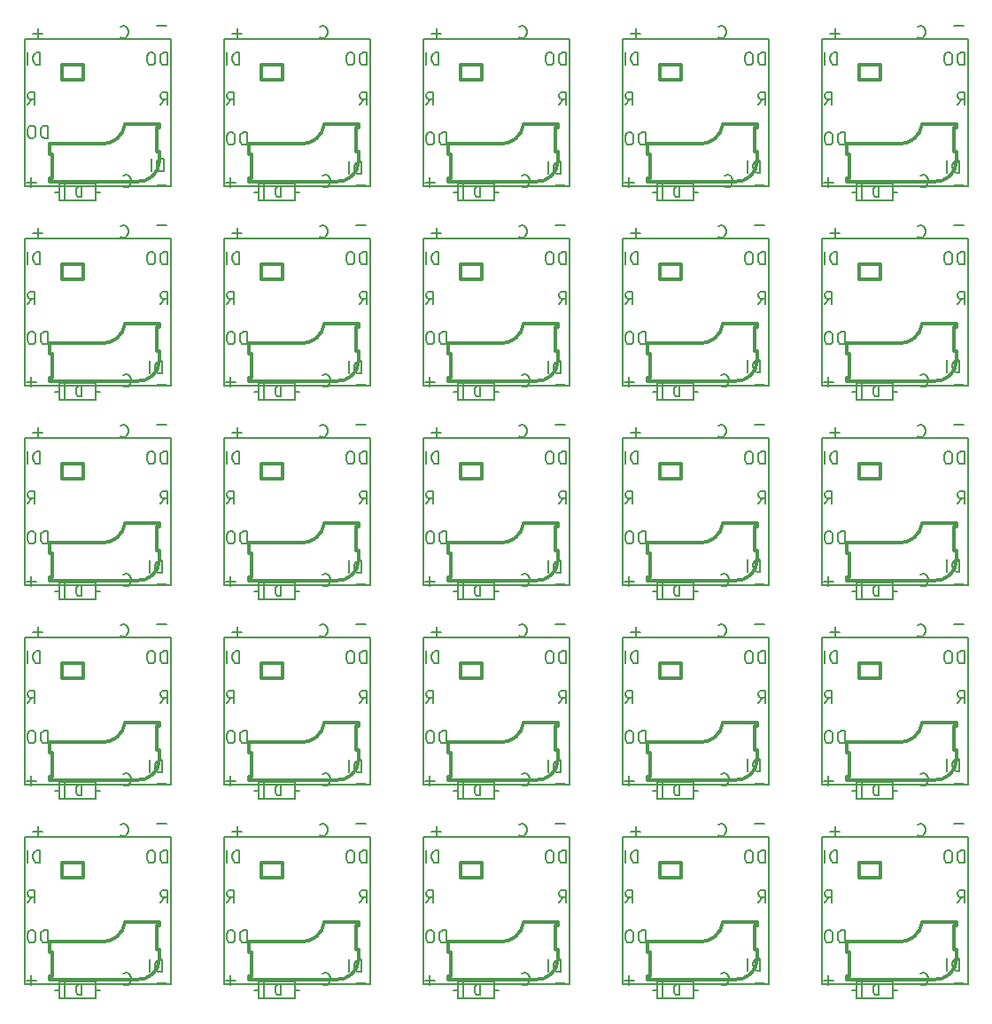
<source format=gbo>
G04 #@! TF.GenerationSoftware,KiCad,Pcbnew,5.0.2-bee76a0~70~ubuntu18.04.1*
G04 #@! TF.CreationDate,2019-03-26T01:29:58+09:00*
G04 #@! TF.ProjectId,altana,616c7461-6e61-42e6-9b69-6361645f7063,rev?*
G04 #@! TF.SameCoordinates,Original*
G04 #@! TF.FileFunction,Legend,Bot*
G04 #@! TF.FilePolarity,Positive*
%FSLAX46Y46*%
G04 Gerber Fmt 4.6, Leading zero omitted, Abs format (unit mm)*
G04 Created by KiCad (PCBNEW 5.0.2-bee76a0~70~ubuntu18.04.1) date 2019年03月26日 01時29分58秒*
%MOMM*%
%LPD*%
G01*
G04 APERTURE LIST*
%ADD10C,0.200000*%
%ADD11C,0.300000*%
%ADD12C,0.150000*%
G04 APERTURE END LIST*
D10*
X145364142Y-104352714D02*
X144449857Y-104352714D01*
X144907000Y-104809857D02*
X144907000Y-103895571D01*
X126314142Y-104352714D02*
X125399857Y-104352714D01*
X125857000Y-104809857D02*
X125857000Y-103895571D01*
X107264142Y-104352714D02*
X106349857Y-104352714D01*
X106807000Y-104809857D02*
X106807000Y-103895571D01*
X88214142Y-104352714D02*
X87299857Y-104352714D01*
X87757000Y-104809857D02*
X87757000Y-103895571D01*
X69164142Y-104352714D02*
X68249857Y-104352714D01*
X68707000Y-104809857D02*
X68707000Y-103895571D01*
X145364142Y-85302714D02*
X144449857Y-85302714D01*
X144907000Y-85759857D02*
X144907000Y-84845571D01*
X126314142Y-85302714D02*
X125399857Y-85302714D01*
X125857000Y-85759857D02*
X125857000Y-84845571D01*
X107264142Y-85302714D02*
X106349857Y-85302714D01*
X106807000Y-85759857D02*
X106807000Y-84845571D01*
X88214142Y-85302714D02*
X87299857Y-85302714D01*
X87757000Y-85759857D02*
X87757000Y-84845571D01*
X69164142Y-85302714D02*
X68249857Y-85302714D01*
X68707000Y-85759857D02*
X68707000Y-84845571D01*
X145364142Y-66252714D02*
X144449857Y-66252714D01*
X144907000Y-66709857D02*
X144907000Y-65795571D01*
X126314142Y-66252714D02*
X125399857Y-66252714D01*
X125857000Y-66709857D02*
X125857000Y-65795571D01*
X107264142Y-66252714D02*
X106349857Y-66252714D01*
X106807000Y-66709857D02*
X106807000Y-65795571D01*
X88214142Y-66252714D02*
X87299857Y-66252714D01*
X87757000Y-66709857D02*
X87757000Y-65795571D01*
X69164142Y-66252714D02*
X68249857Y-66252714D01*
X68707000Y-66709857D02*
X68707000Y-65795571D01*
X145364142Y-47202714D02*
X144449857Y-47202714D01*
X144907000Y-47659857D02*
X144907000Y-46745571D01*
X126314142Y-47202714D02*
X125399857Y-47202714D01*
X125857000Y-47659857D02*
X125857000Y-46745571D01*
X107264142Y-47202714D02*
X106349857Y-47202714D01*
X106807000Y-47659857D02*
X106807000Y-46745571D01*
X88214142Y-47202714D02*
X87299857Y-47202714D01*
X87757000Y-47659857D02*
X87757000Y-46745571D01*
X69164142Y-47202714D02*
X68249857Y-47202714D01*
X68707000Y-47659857D02*
X68707000Y-46745571D01*
X145364142Y-28152714D02*
X144449857Y-28152714D01*
X144907000Y-28609857D02*
X144907000Y-27695571D01*
X126314142Y-28152714D02*
X125399857Y-28152714D01*
X125857000Y-28609857D02*
X125857000Y-27695571D01*
X107264142Y-28152714D02*
X106349857Y-28152714D01*
X106807000Y-28609857D02*
X106807000Y-27695571D01*
X88214142Y-28152714D02*
X87299857Y-28152714D01*
X87757000Y-28609857D02*
X87757000Y-27695571D01*
X157279857Y-107349857D02*
X157279857Y-106149857D01*
X156994142Y-106149857D01*
X156822714Y-106207000D01*
X156708428Y-106321285D01*
X156651285Y-106435571D01*
X156594142Y-106664142D01*
X156594142Y-106835571D01*
X156651285Y-107064142D01*
X156708428Y-107178428D01*
X156822714Y-107292714D01*
X156994142Y-107349857D01*
X157279857Y-107349857D01*
X155851285Y-106149857D02*
X155622714Y-106149857D01*
X155508428Y-106207000D01*
X155394142Y-106321285D01*
X155337000Y-106549857D01*
X155337000Y-106949857D01*
X155394142Y-107178428D01*
X155508428Y-107292714D01*
X155622714Y-107349857D01*
X155851285Y-107349857D01*
X155965571Y-107292714D01*
X156079857Y-107178428D01*
X156137000Y-106949857D01*
X156137000Y-106549857D01*
X156079857Y-106321285D01*
X155965571Y-106207000D01*
X155851285Y-106149857D01*
X138229857Y-107349857D02*
X138229857Y-106149857D01*
X137944142Y-106149857D01*
X137772714Y-106207000D01*
X137658428Y-106321285D01*
X137601285Y-106435571D01*
X137544142Y-106664142D01*
X137544142Y-106835571D01*
X137601285Y-107064142D01*
X137658428Y-107178428D01*
X137772714Y-107292714D01*
X137944142Y-107349857D01*
X138229857Y-107349857D01*
X136801285Y-106149857D02*
X136572714Y-106149857D01*
X136458428Y-106207000D01*
X136344142Y-106321285D01*
X136287000Y-106549857D01*
X136287000Y-106949857D01*
X136344142Y-107178428D01*
X136458428Y-107292714D01*
X136572714Y-107349857D01*
X136801285Y-107349857D01*
X136915571Y-107292714D01*
X137029857Y-107178428D01*
X137087000Y-106949857D01*
X137087000Y-106549857D01*
X137029857Y-106321285D01*
X136915571Y-106207000D01*
X136801285Y-106149857D01*
X119179857Y-107349857D02*
X119179857Y-106149857D01*
X118894142Y-106149857D01*
X118722714Y-106207000D01*
X118608428Y-106321285D01*
X118551285Y-106435571D01*
X118494142Y-106664142D01*
X118494142Y-106835571D01*
X118551285Y-107064142D01*
X118608428Y-107178428D01*
X118722714Y-107292714D01*
X118894142Y-107349857D01*
X119179857Y-107349857D01*
X117751285Y-106149857D02*
X117522714Y-106149857D01*
X117408428Y-106207000D01*
X117294142Y-106321285D01*
X117237000Y-106549857D01*
X117237000Y-106949857D01*
X117294142Y-107178428D01*
X117408428Y-107292714D01*
X117522714Y-107349857D01*
X117751285Y-107349857D01*
X117865571Y-107292714D01*
X117979857Y-107178428D01*
X118037000Y-106949857D01*
X118037000Y-106549857D01*
X117979857Y-106321285D01*
X117865571Y-106207000D01*
X117751285Y-106149857D01*
X100129857Y-107349857D02*
X100129857Y-106149857D01*
X99844142Y-106149857D01*
X99672714Y-106207000D01*
X99558428Y-106321285D01*
X99501285Y-106435571D01*
X99444142Y-106664142D01*
X99444142Y-106835571D01*
X99501285Y-107064142D01*
X99558428Y-107178428D01*
X99672714Y-107292714D01*
X99844142Y-107349857D01*
X100129857Y-107349857D01*
X98701285Y-106149857D02*
X98472714Y-106149857D01*
X98358428Y-106207000D01*
X98244142Y-106321285D01*
X98187000Y-106549857D01*
X98187000Y-106949857D01*
X98244142Y-107178428D01*
X98358428Y-107292714D01*
X98472714Y-107349857D01*
X98701285Y-107349857D01*
X98815571Y-107292714D01*
X98929857Y-107178428D01*
X98987000Y-106949857D01*
X98987000Y-106549857D01*
X98929857Y-106321285D01*
X98815571Y-106207000D01*
X98701285Y-106149857D01*
X81079857Y-107349857D02*
X81079857Y-106149857D01*
X80794142Y-106149857D01*
X80622714Y-106207000D01*
X80508428Y-106321285D01*
X80451285Y-106435571D01*
X80394142Y-106664142D01*
X80394142Y-106835571D01*
X80451285Y-107064142D01*
X80508428Y-107178428D01*
X80622714Y-107292714D01*
X80794142Y-107349857D01*
X81079857Y-107349857D01*
X79651285Y-106149857D02*
X79422714Y-106149857D01*
X79308428Y-106207000D01*
X79194142Y-106321285D01*
X79137000Y-106549857D01*
X79137000Y-106949857D01*
X79194142Y-107178428D01*
X79308428Y-107292714D01*
X79422714Y-107349857D01*
X79651285Y-107349857D01*
X79765571Y-107292714D01*
X79879857Y-107178428D01*
X79937000Y-106949857D01*
X79937000Y-106549857D01*
X79879857Y-106321285D01*
X79765571Y-106207000D01*
X79651285Y-106149857D01*
X157279857Y-88299857D02*
X157279857Y-87099857D01*
X156994142Y-87099857D01*
X156822714Y-87157000D01*
X156708428Y-87271285D01*
X156651285Y-87385571D01*
X156594142Y-87614142D01*
X156594142Y-87785571D01*
X156651285Y-88014142D01*
X156708428Y-88128428D01*
X156822714Y-88242714D01*
X156994142Y-88299857D01*
X157279857Y-88299857D01*
X155851285Y-87099857D02*
X155622714Y-87099857D01*
X155508428Y-87157000D01*
X155394142Y-87271285D01*
X155337000Y-87499857D01*
X155337000Y-87899857D01*
X155394142Y-88128428D01*
X155508428Y-88242714D01*
X155622714Y-88299857D01*
X155851285Y-88299857D01*
X155965571Y-88242714D01*
X156079857Y-88128428D01*
X156137000Y-87899857D01*
X156137000Y-87499857D01*
X156079857Y-87271285D01*
X155965571Y-87157000D01*
X155851285Y-87099857D01*
X138229857Y-88299857D02*
X138229857Y-87099857D01*
X137944142Y-87099857D01*
X137772714Y-87157000D01*
X137658428Y-87271285D01*
X137601285Y-87385571D01*
X137544142Y-87614142D01*
X137544142Y-87785571D01*
X137601285Y-88014142D01*
X137658428Y-88128428D01*
X137772714Y-88242714D01*
X137944142Y-88299857D01*
X138229857Y-88299857D01*
X136801285Y-87099857D02*
X136572714Y-87099857D01*
X136458428Y-87157000D01*
X136344142Y-87271285D01*
X136287000Y-87499857D01*
X136287000Y-87899857D01*
X136344142Y-88128428D01*
X136458428Y-88242714D01*
X136572714Y-88299857D01*
X136801285Y-88299857D01*
X136915571Y-88242714D01*
X137029857Y-88128428D01*
X137087000Y-87899857D01*
X137087000Y-87499857D01*
X137029857Y-87271285D01*
X136915571Y-87157000D01*
X136801285Y-87099857D01*
X119179857Y-88299857D02*
X119179857Y-87099857D01*
X118894142Y-87099857D01*
X118722714Y-87157000D01*
X118608428Y-87271285D01*
X118551285Y-87385571D01*
X118494142Y-87614142D01*
X118494142Y-87785571D01*
X118551285Y-88014142D01*
X118608428Y-88128428D01*
X118722714Y-88242714D01*
X118894142Y-88299857D01*
X119179857Y-88299857D01*
X117751285Y-87099857D02*
X117522714Y-87099857D01*
X117408428Y-87157000D01*
X117294142Y-87271285D01*
X117237000Y-87499857D01*
X117237000Y-87899857D01*
X117294142Y-88128428D01*
X117408428Y-88242714D01*
X117522714Y-88299857D01*
X117751285Y-88299857D01*
X117865571Y-88242714D01*
X117979857Y-88128428D01*
X118037000Y-87899857D01*
X118037000Y-87499857D01*
X117979857Y-87271285D01*
X117865571Y-87157000D01*
X117751285Y-87099857D01*
X100129857Y-88299857D02*
X100129857Y-87099857D01*
X99844142Y-87099857D01*
X99672714Y-87157000D01*
X99558428Y-87271285D01*
X99501285Y-87385571D01*
X99444142Y-87614142D01*
X99444142Y-87785571D01*
X99501285Y-88014142D01*
X99558428Y-88128428D01*
X99672714Y-88242714D01*
X99844142Y-88299857D01*
X100129857Y-88299857D01*
X98701285Y-87099857D02*
X98472714Y-87099857D01*
X98358428Y-87157000D01*
X98244142Y-87271285D01*
X98187000Y-87499857D01*
X98187000Y-87899857D01*
X98244142Y-88128428D01*
X98358428Y-88242714D01*
X98472714Y-88299857D01*
X98701285Y-88299857D01*
X98815571Y-88242714D01*
X98929857Y-88128428D01*
X98987000Y-87899857D01*
X98987000Y-87499857D01*
X98929857Y-87271285D01*
X98815571Y-87157000D01*
X98701285Y-87099857D01*
X81079857Y-88299857D02*
X81079857Y-87099857D01*
X80794142Y-87099857D01*
X80622714Y-87157000D01*
X80508428Y-87271285D01*
X80451285Y-87385571D01*
X80394142Y-87614142D01*
X80394142Y-87785571D01*
X80451285Y-88014142D01*
X80508428Y-88128428D01*
X80622714Y-88242714D01*
X80794142Y-88299857D01*
X81079857Y-88299857D01*
X79651285Y-87099857D02*
X79422714Y-87099857D01*
X79308428Y-87157000D01*
X79194142Y-87271285D01*
X79137000Y-87499857D01*
X79137000Y-87899857D01*
X79194142Y-88128428D01*
X79308428Y-88242714D01*
X79422714Y-88299857D01*
X79651285Y-88299857D01*
X79765571Y-88242714D01*
X79879857Y-88128428D01*
X79937000Y-87899857D01*
X79937000Y-87499857D01*
X79879857Y-87271285D01*
X79765571Y-87157000D01*
X79651285Y-87099857D01*
X157279857Y-69249857D02*
X157279857Y-68049857D01*
X156994142Y-68049857D01*
X156822714Y-68107000D01*
X156708428Y-68221285D01*
X156651285Y-68335571D01*
X156594142Y-68564142D01*
X156594142Y-68735571D01*
X156651285Y-68964142D01*
X156708428Y-69078428D01*
X156822714Y-69192714D01*
X156994142Y-69249857D01*
X157279857Y-69249857D01*
X155851285Y-68049857D02*
X155622714Y-68049857D01*
X155508428Y-68107000D01*
X155394142Y-68221285D01*
X155337000Y-68449857D01*
X155337000Y-68849857D01*
X155394142Y-69078428D01*
X155508428Y-69192714D01*
X155622714Y-69249857D01*
X155851285Y-69249857D01*
X155965571Y-69192714D01*
X156079857Y-69078428D01*
X156137000Y-68849857D01*
X156137000Y-68449857D01*
X156079857Y-68221285D01*
X155965571Y-68107000D01*
X155851285Y-68049857D01*
X138229857Y-69249857D02*
X138229857Y-68049857D01*
X137944142Y-68049857D01*
X137772714Y-68107000D01*
X137658428Y-68221285D01*
X137601285Y-68335571D01*
X137544142Y-68564142D01*
X137544142Y-68735571D01*
X137601285Y-68964142D01*
X137658428Y-69078428D01*
X137772714Y-69192714D01*
X137944142Y-69249857D01*
X138229857Y-69249857D01*
X136801285Y-68049857D02*
X136572714Y-68049857D01*
X136458428Y-68107000D01*
X136344142Y-68221285D01*
X136287000Y-68449857D01*
X136287000Y-68849857D01*
X136344142Y-69078428D01*
X136458428Y-69192714D01*
X136572714Y-69249857D01*
X136801285Y-69249857D01*
X136915571Y-69192714D01*
X137029857Y-69078428D01*
X137087000Y-68849857D01*
X137087000Y-68449857D01*
X137029857Y-68221285D01*
X136915571Y-68107000D01*
X136801285Y-68049857D01*
X119179857Y-69249857D02*
X119179857Y-68049857D01*
X118894142Y-68049857D01*
X118722714Y-68107000D01*
X118608428Y-68221285D01*
X118551285Y-68335571D01*
X118494142Y-68564142D01*
X118494142Y-68735571D01*
X118551285Y-68964142D01*
X118608428Y-69078428D01*
X118722714Y-69192714D01*
X118894142Y-69249857D01*
X119179857Y-69249857D01*
X117751285Y-68049857D02*
X117522714Y-68049857D01*
X117408428Y-68107000D01*
X117294142Y-68221285D01*
X117237000Y-68449857D01*
X117237000Y-68849857D01*
X117294142Y-69078428D01*
X117408428Y-69192714D01*
X117522714Y-69249857D01*
X117751285Y-69249857D01*
X117865571Y-69192714D01*
X117979857Y-69078428D01*
X118037000Y-68849857D01*
X118037000Y-68449857D01*
X117979857Y-68221285D01*
X117865571Y-68107000D01*
X117751285Y-68049857D01*
X100129857Y-69249857D02*
X100129857Y-68049857D01*
X99844142Y-68049857D01*
X99672714Y-68107000D01*
X99558428Y-68221285D01*
X99501285Y-68335571D01*
X99444142Y-68564142D01*
X99444142Y-68735571D01*
X99501285Y-68964142D01*
X99558428Y-69078428D01*
X99672714Y-69192714D01*
X99844142Y-69249857D01*
X100129857Y-69249857D01*
X98701285Y-68049857D02*
X98472714Y-68049857D01*
X98358428Y-68107000D01*
X98244142Y-68221285D01*
X98187000Y-68449857D01*
X98187000Y-68849857D01*
X98244142Y-69078428D01*
X98358428Y-69192714D01*
X98472714Y-69249857D01*
X98701285Y-69249857D01*
X98815571Y-69192714D01*
X98929857Y-69078428D01*
X98987000Y-68849857D01*
X98987000Y-68449857D01*
X98929857Y-68221285D01*
X98815571Y-68107000D01*
X98701285Y-68049857D01*
X81079857Y-69249857D02*
X81079857Y-68049857D01*
X80794142Y-68049857D01*
X80622714Y-68107000D01*
X80508428Y-68221285D01*
X80451285Y-68335571D01*
X80394142Y-68564142D01*
X80394142Y-68735571D01*
X80451285Y-68964142D01*
X80508428Y-69078428D01*
X80622714Y-69192714D01*
X80794142Y-69249857D01*
X81079857Y-69249857D01*
X79651285Y-68049857D02*
X79422714Y-68049857D01*
X79308428Y-68107000D01*
X79194142Y-68221285D01*
X79137000Y-68449857D01*
X79137000Y-68849857D01*
X79194142Y-69078428D01*
X79308428Y-69192714D01*
X79422714Y-69249857D01*
X79651285Y-69249857D01*
X79765571Y-69192714D01*
X79879857Y-69078428D01*
X79937000Y-68849857D01*
X79937000Y-68449857D01*
X79879857Y-68221285D01*
X79765571Y-68107000D01*
X79651285Y-68049857D01*
X157279857Y-50199857D02*
X157279857Y-48999857D01*
X156994142Y-48999857D01*
X156822714Y-49057000D01*
X156708428Y-49171285D01*
X156651285Y-49285571D01*
X156594142Y-49514142D01*
X156594142Y-49685571D01*
X156651285Y-49914142D01*
X156708428Y-50028428D01*
X156822714Y-50142714D01*
X156994142Y-50199857D01*
X157279857Y-50199857D01*
X155851285Y-48999857D02*
X155622714Y-48999857D01*
X155508428Y-49057000D01*
X155394142Y-49171285D01*
X155337000Y-49399857D01*
X155337000Y-49799857D01*
X155394142Y-50028428D01*
X155508428Y-50142714D01*
X155622714Y-50199857D01*
X155851285Y-50199857D01*
X155965571Y-50142714D01*
X156079857Y-50028428D01*
X156137000Y-49799857D01*
X156137000Y-49399857D01*
X156079857Y-49171285D01*
X155965571Y-49057000D01*
X155851285Y-48999857D01*
X138229857Y-50199857D02*
X138229857Y-48999857D01*
X137944142Y-48999857D01*
X137772714Y-49057000D01*
X137658428Y-49171285D01*
X137601285Y-49285571D01*
X137544142Y-49514142D01*
X137544142Y-49685571D01*
X137601285Y-49914142D01*
X137658428Y-50028428D01*
X137772714Y-50142714D01*
X137944142Y-50199857D01*
X138229857Y-50199857D01*
X136801285Y-48999857D02*
X136572714Y-48999857D01*
X136458428Y-49057000D01*
X136344142Y-49171285D01*
X136287000Y-49399857D01*
X136287000Y-49799857D01*
X136344142Y-50028428D01*
X136458428Y-50142714D01*
X136572714Y-50199857D01*
X136801285Y-50199857D01*
X136915571Y-50142714D01*
X137029857Y-50028428D01*
X137087000Y-49799857D01*
X137087000Y-49399857D01*
X137029857Y-49171285D01*
X136915571Y-49057000D01*
X136801285Y-48999857D01*
X119179857Y-50199857D02*
X119179857Y-48999857D01*
X118894142Y-48999857D01*
X118722714Y-49057000D01*
X118608428Y-49171285D01*
X118551285Y-49285571D01*
X118494142Y-49514142D01*
X118494142Y-49685571D01*
X118551285Y-49914142D01*
X118608428Y-50028428D01*
X118722714Y-50142714D01*
X118894142Y-50199857D01*
X119179857Y-50199857D01*
X117751285Y-48999857D02*
X117522714Y-48999857D01*
X117408428Y-49057000D01*
X117294142Y-49171285D01*
X117237000Y-49399857D01*
X117237000Y-49799857D01*
X117294142Y-50028428D01*
X117408428Y-50142714D01*
X117522714Y-50199857D01*
X117751285Y-50199857D01*
X117865571Y-50142714D01*
X117979857Y-50028428D01*
X118037000Y-49799857D01*
X118037000Y-49399857D01*
X117979857Y-49171285D01*
X117865571Y-49057000D01*
X117751285Y-48999857D01*
X100129857Y-50199857D02*
X100129857Y-48999857D01*
X99844142Y-48999857D01*
X99672714Y-49057000D01*
X99558428Y-49171285D01*
X99501285Y-49285571D01*
X99444142Y-49514142D01*
X99444142Y-49685571D01*
X99501285Y-49914142D01*
X99558428Y-50028428D01*
X99672714Y-50142714D01*
X99844142Y-50199857D01*
X100129857Y-50199857D01*
X98701285Y-48999857D02*
X98472714Y-48999857D01*
X98358428Y-49057000D01*
X98244142Y-49171285D01*
X98187000Y-49399857D01*
X98187000Y-49799857D01*
X98244142Y-50028428D01*
X98358428Y-50142714D01*
X98472714Y-50199857D01*
X98701285Y-50199857D01*
X98815571Y-50142714D01*
X98929857Y-50028428D01*
X98987000Y-49799857D01*
X98987000Y-49399857D01*
X98929857Y-49171285D01*
X98815571Y-49057000D01*
X98701285Y-48999857D01*
X81079857Y-50199857D02*
X81079857Y-48999857D01*
X80794142Y-48999857D01*
X80622714Y-49057000D01*
X80508428Y-49171285D01*
X80451285Y-49285571D01*
X80394142Y-49514142D01*
X80394142Y-49685571D01*
X80451285Y-49914142D01*
X80508428Y-50028428D01*
X80622714Y-50142714D01*
X80794142Y-50199857D01*
X81079857Y-50199857D01*
X79651285Y-48999857D02*
X79422714Y-48999857D01*
X79308428Y-49057000D01*
X79194142Y-49171285D01*
X79137000Y-49399857D01*
X79137000Y-49799857D01*
X79194142Y-50028428D01*
X79308428Y-50142714D01*
X79422714Y-50199857D01*
X79651285Y-50199857D01*
X79765571Y-50142714D01*
X79879857Y-50028428D01*
X79937000Y-49799857D01*
X79937000Y-49399857D01*
X79879857Y-49171285D01*
X79765571Y-49057000D01*
X79651285Y-48999857D01*
X157279857Y-31149857D02*
X157279857Y-29949857D01*
X156994142Y-29949857D01*
X156822714Y-30007000D01*
X156708428Y-30121285D01*
X156651285Y-30235571D01*
X156594142Y-30464142D01*
X156594142Y-30635571D01*
X156651285Y-30864142D01*
X156708428Y-30978428D01*
X156822714Y-31092714D01*
X156994142Y-31149857D01*
X157279857Y-31149857D01*
X155851285Y-29949857D02*
X155622714Y-29949857D01*
X155508428Y-30007000D01*
X155394142Y-30121285D01*
X155337000Y-30349857D01*
X155337000Y-30749857D01*
X155394142Y-30978428D01*
X155508428Y-31092714D01*
X155622714Y-31149857D01*
X155851285Y-31149857D01*
X155965571Y-31092714D01*
X156079857Y-30978428D01*
X156137000Y-30749857D01*
X156137000Y-30349857D01*
X156079857Y-30121285D01*
X155965571Y-30007000D01*
X155851285Y-29949857D01*
X138229857Y-31149857D02*
X138229857Y-29949857D01*
X137944142Y-29949857D01*
X137772714Y-30007000D01*
X137658428Y-30121285D01*
X137601285Y-30235571D01*
X137544142Y-30464142D01*
X137544142Y-30635571D01*
X137601285Y-30864142D01*
X137658428Y-30978428D01*
X137772714Y-31092714D01*
X137944142Y-31149857D01*
X138229857Y-31149857D01*
X136801285Y-29949857D02*
X136572714Y-29949857D01*
X136458428Y-30007000D01*
X136344142Y-30121285D01*
X136287000Y-30349857D01*
X136287000Y-30749857D01*
X136344142Y-30978428D01*
X136458428Y-31092714D01*
X136572714Y-31149857D01*
X136801285Y-31149857D01*
X136915571Y-31092714D01*
X137029857Y-30978428D01*
X137087000Y-30749857D01*
X137087000Y-30349857D01*
X137029857Y-30121285D01*
X136915571Y-30007000D01*
X136801285Y-29949857D01*
X119179857Y-31149857D02*
X119179857Y-29949857D01*
X118894142Y-29949857D01*
X118722714Y-30007000D01*
X118608428Y-30121285D01*
X118551285Y-30235571D01*
X118494142Y-30464142D01*
X118494142Y-30635571D01*
X118551285Y-30864142D01*
X118608428Y-30978428D01*
X118722714Y-31092714D01*
X118894142Y-31149857D01*
X119179857Y-31149857D01*
X117751285Y-29949857D02*
X117522714Y-29949857D01*
X117408428Y-30007000D01*
X117294142Y-30121285D01*
X117237000Y-30349857D01*
X117237000Y-30749857D01*
X117294142Y-30978428D01*
X117408428Y-31092714D01*
X117522714Y-31149857D01*
X117751285Y-31149857D01*
X117865571Y-31092714D01*
X117979857Y-30978428D01*
X118037000Y-30749857D01*
X118037000Y-30349857D01*
X117979857Y-30121285D01*
X117865571Y-30007000D01*
X117751285Y-29949857D01*
X100129857Y-31149857D02*
X100129857Y-29949857D01*
X99844142Y-29949857D01*
X99672714Y-30007000D01*
X99558428Y-30121285D01*
X99501285Y-30235571D01*
X99444142Y-30464142D01*
X99444142Y-30635571D01*
X99501285Y-30864142D01*
X99558428Y-30978428D01*
X99672714Y-31092714D01*
X99844142Y-31149857D01*
X100129857Y-31149857D01*
X98701285Y-29949857D02*
X98472714Y-29949857D01*
X98358428Y-30007000D01*
X98244142Y-30121285D01*
X98187000Y-30349857D01*
X98187000Y-30749857D01*
X98244142Y-30978428D01*
X98358428Y-31092714D01*
X98472714Y-31149857D01*
X98701285Y-31149857D01*
X98815571Y-31092714D01*
X98929857Y-30978428D01*
X98987000Y-30749857D01*
X98987000Y-30349857D01*
X98929857Y-30121285D01*
X98815571Y-30007000D01*
X98701285Y-29949857D01*
X145126000Y-107349857D02*
X145126000Y-106149857D01*
X144840285Y-106149857D01*
X144668857Y-106207000D01*
X144554571Y-106321285D01*
X144497428Y-106435571D01*
X144440285Y-106664142D01*
X144440285Y-106835571D01*
X144497428Y-107064142D01*
X144554571Y-107178428D01*
X144668857Y-107292714D01*
X144840285Y-107349857D01*
X145126000Y-107349857D01*
X143926000Y-107349857D02*
X143926000Y-106149857D01*
X126076000Y-107349857D02*
X126076000Y-106149857D01*
X125790285Y-106149857D01*
X125618857Y-106207000D01*
X125504571Y-106321285D01*
X125447428Y-106435571D01*
X125390285Y-106664142D01*
X125390285Y-106835571D01*
X125447428Y-107064142D01*
X125504571Y-107178428D01*
X125618857Y-107292714D01*
X125790285Y-107349857D01*
X126076000Y-107349857D01*
X124876000Y-107349857D02*
X124876000Y-106149857D01*
X107026000Y-107349857D02*
X107026000Y-106149857D01*
X106740285Y-106149857D01*
X106568857Y-106207000D01*
X106454571Y-106321285D01*
X106397428Y-106435571D01*
X106340285Y-106664142D01*
X106340285Y-106835571D01*
X106397428Y-107064142D01*
X106454571Y-107178428D01*
X106568857Y-107292714D01*
X106740285Y-107349857D01*
X107026000Y-107349857D01*
X105826000Y-107349857D02*
X105826000Y-106149857D01*
X87976000Y-107349857D02*
X87976000Y-106149857D01*
X87690285Y-106149857D01*
X87518857Y-106207000D01*
X87404571Y-106321285D01*
X87347428Y-106435571D01*
X87290285Y-106664142D01*
X87290285Y-106835571D01*
X87347428Y-107064142D01*
X87404571Y-107178428D01*
X87518857Y-107292714D01*
X87690285Y-107349857D01*
X87976000Y-107349857D01*
X86776000Y-107349857D02*
X86776000Y-106149857D01*
X68926000Y-107349857D02*
X68926000Y-106149857D01*
X68640285Y-106149857D01*
X68468857Y-106207000D01*
X68354571Y-106321285D01*
X68297428Y-106435571D01*
X68240285Y-106664142D01*
X68240285Y-106835571D01*
X68297428Y-107064142D01*
X68354571Y-107178428D01*
X68468857Y-107292714D01*
X68640285Y-107349857D01*
X68926000Y-107349857D01*
X67726000Y-107349857D02*
X67726000Y-106149857D01*
X145126000Y-88299857D02*
X145126000Y-87099857D01*
X144840285Y-87099857D01*
X144668857Y-87157000D01*
X144554571Y-87271285D01*
X144497428Y-87385571D01*
X144440285Y-87614142D01*
X144440285Y-87785571D01*
X144497428Y-88014142D01*
X144554571Y-88128428D01*
X144668857Y-88242714D01*
X144840285Y-88299857D01*
X145126000Y-88299857D01*
X143926000Y-88299857D02*
X143926000Y-87099857D01*
X126076000Y-88299857D02*
X126076000Y-87099857D01*
X125790285Y-87099857D01*
X125618857Y-87157000D01*
X125504571Y-87271285D01*
X125447428Y-87385571D01*
X125390285Y-87614142D01*
X125390285Y-87785571D01*
X125447428Y-88014142D01*
X125504571Y-88128428D01*
X125618857Y-88242714D01*
X125790285Y-88299857D01*
X126076000Y-88299857D01*
X124876000Y-88299857D02*
X124876000Y-87099857D01*
X107026000Y-88299857D02*
X107026000Y-87099857D01*
X106740285Y-87099857D01*
X106568857Y-87157000D01*
X106454571Y-87271285D01*
X106397428Y-87385571D01*
X106340285Y-87614142D01*
X106340285Y-87785571D01*
X106397428Y-88014142D01*
X106454571Y-88128428D01*
X106568857Y-88242714D01*
X106740285Y-88299857D01*
X107026000Y-88299857D01*
X105826000Y-88299857D02*
X105826000Y-87099857D01*
X87976000Y-88299857D02*
X87976000Y-87099857D01*
X87690285Y-87099857D01*
X87518857Y-87157000D01*
X87404571Y-87271285D01*
X87347428Y-87385571D01*
X87290285Y-87614142D01*
X87290285Y-87785571D01*
X87347428Y-88014142D01*
X87404571Y-88128428D01*
X87518857Y-88242714D01*
X87690285Y-88299857D01*
X87976000Y-88299857D01*
X86776000Y-88299857D02*
X86776000Y-87099857D01*
X68926000Y-88299857D02*
X68926000Y-87099857D01*
X68640285Y-87099857D01*
X68468857Y-87157000D01*
X68354571Y-87271285D01*
X68297428Y-87385571D01*
X68240285Y-87614142D01*
X68240285Y-87785571D01*
X68297428Y-88014142D01*
X68354571Y-88128428D01*
X68468857Y-88242714D01*
X68640285Y-88299857D01*
X68926000Y-88299857D01*
X67726000Y-88299857D02*
X67726000Y-87099857D01*
X145126000Y-69249857D02*
X145126000Y-68049857D01*
X144840285Y-68049857D01*
X144668857Y-68107000D01*
X144554571Y-68221285D01*
X144497428Y-68335571D01*
X144440285Y-68564142D01*
X144440285Y-68735571D01*
X144497428Y-68964142D01*
X144554571Y-69078428D01*
X144668857Y-69192714D01*
X144840285Y-69249857D01*
X145126000Y-69249857D01*
X143926000Y-69249857D02*
X143926000Y-68049857D01*
X126076000Y-69249857D02*
X126076000Y-68049857D01*
X125790285Y-68049857D01*
X125618857Y-68107000D01*
X125504571Y-68221285D01*
X125447428Y-68335571D01*
X125390285Y-68564142D01*
X125390285Y-68735571D01*
X125447428Y-68964142D01*
X125504571Y-69078428D01*
X125618857Y-69192714D01*
X125790285Y-69249857D01*
X126076000Y-69249857D01*
X124876000Y-69249857D02*
X124876000Y-68049857D01*
X107026000Y-69249857D02*
X107026000Y-68049857D01*
X106740285Y-68049857D01*
X106568857Y-68107000D01*
X106454571Y-68221285D01*
X106397428Y-68335571D01*
X106340285Y-68564142D01*
X106340285Y-68735571D01*
X106397428Y-68964142D01*
X106454571Y-69078428D01*
X106568857Y-69192714D01*
X106740285Y-69249857D01*
X107026000Y-69249857D01*
X105826000Y-69249857D02*
X105826000Y-68049857D01*
X87976000Y-69249857D02*
X87976000Y-68049857D01*
X87690285Y-68049857D01*
X87518857Y-68107000D01*
X87404571Y-68221285D01*
X87347428Y-68335571D01*
X87290285Y-68564142D01*
X87290285Y-68735571D01*
X87347428Y-68964142D01*
X87404571Y-69078428D01*
X87518857Y-69192714D01*
X87690285Y-69249857D01*
X87976000Y-69249857D01*
X86776000Y-69249857D02*
X86776000Y-68049857D01*
X68926000Y-69249857D02*
X68926000Y-68049857D01*
X68640285Y-68049857D01*
X68468857Y-68107000D01*
X68354571Y-68221285D01*
X68297428Y-68335571D01*
X68240285Y-68564142D01*
X68240285Y-68735571D01*
X68297428Y-68964142D01*
X68354571Y-69078428D01*
X68468857Y-69192714D01*
X68640285Y-69249857D01*
X68926000Y-69249857D01*
X67726000Y-69249857D02*
X67726000Y-68049857D01*
X145126000Y-50199857D02*
X145126000Y-48999857D01*
X144840285Y-48999857D01*
X144668857Y-49057000D01*
X144554571Y-49171285D01*
X144497428Y-49285571D01*
X144440285Y-49514142D01*
X144440285Y-49685571D01*
X144497428Y-49914142D01*
X144554571Y-50028428D01*
X144668857Y-50142714D01*
X144840285Y-50199857D01*
X145126000Y-50199857D01*
X143926000Y-50199857D02*
X143926000Y-48999857D01*
X126076000Y-50199857D02*
X126076000Y-48999857D01*
X125790285Y-48999857D01*
X125618857Y-49057000D01*
X125504571Y-49171285D01*
X125447428Y-49285571D01*
X125390285Y-49514142D01*
X125390285Y-49685571D01*
X125447428Y-49914142D01*
X125504571Y-50028428D01*
X125618857Y-50142714D01*
X125790285Y-50199857D01*
X126076000Y-50199857D01*
X124876000Y-50199857D02*
X124876000Y-48999857D01*
X107026000Y-50199857D02*
X107026000Y-48999857D01*
X106740285Y-48999857D01*
X106568857Y-49057000D01*
X106454571Y-49171285D01*
X106397428Y-49285571D01*
X106340285Y-49514142D01*
X106340285Y-49685571D01*
X106397428Y-49914142D01*
X106454571Y-50028428D01*
X106568857Y-50142714D01*
X106740285Y-50199857D01*
X107026000Y-50199857D01*
X105826000Y-50199857D02*
X105826000Y-48999857D01*
X87976000Y-50199857D02*
X87976000Y-48999857D01*
X87690285Y-48999857D01*
X87518857Y-49057000D01*
X87404571Y-49171285D01*
X87347428Y-49285571D01*
X87290285Y-49514142D01*
X87290285Y-49685571D01*
X87347428Y-49914142D01*
X87404571Y-50028428D01*
X87518857Y-50142714D01*
X87690285Y-50199857D01*
X87976000Y-50199857D01*
X86776000Y-50199857D02*
X86776000Y-48999857D01*
X68926000Y-50199857D02*
X68926000Y-48999857D01*
X68640285Y-48999857D01*
X68468857Y-49057000D01*
X68354571Y-49171285D01*
X68297428Y-49285571D01*
X68240285Y-49514142D01*
X68240285Y-49685571D01*
X68297428Y-49914142D01*
X68354571Y-50028428D01*
X68468857Y-50142714D01*
X68640285Y-50199857D01*
X68926000Y-50199857D01*
X67726000Y-50199857D02*
X67726000Y-48999857D01*
X145126000Y-31149857D02*
X145126000Y-29949857D01*
X144840285Y-29949857D01*
X144668857Y-30007000D01*
X144554571Y-30121285D01*
X144497428Y-30235571D01*
X144440285Y-30464142D01*
X144440285Y-30635571D01*
X144497428Y-30864142D01*
X144554571Y-30978428D01*
X144668857Y-31092714D01*
X144840285Y-31149857D01*
X145126000Y-31149857D01*
X143926000Y-31149857D02*
X143926000Y-29949857D01*
X126076000Y-31149857D02*
X126076000Y-29949857D01*
X125790285Y-29949857D01*
X125618857Y-30007000D01*
X125504571Y-30121285D01*
X125447428Y-30235571D01*
X125390285Y-30464142D01*
X125390285Y-30635571D01*
X125447428Y-30864142D01*
X125504571Y-30978428D01*
X125618857Y-31092714D01*
X125790285Y-31149857D01*
X126076000Y-31149857D01*
X124876000Y-31149857D02*
X124876000Y-29949857D01*
X107026000Y-31149857D02*
X107026000Y-29949857D01*
X106740285Y-29949857D01*
X106568857Y-30007000D01*
X106454571Y-30121285D01*
X106397428Y-30235571D01*
X106340285Y-30464142D01*
X106340285Y-30635571D01*
X106397428Y-30864142D01*
X106454571Y-30978428D01*
X106568857Y-31092714D01*
X106740285Y-31149857D01*
X107026000Y-31149857D01*
X105826000Y-31149857D02*
X105826000Y-29949857D01*
X87976000Y-31149857D02*
X87976000Y-29949857D01*
X87690285Y-29949857D01*
X87518857Y-30007000D01*
X87404571Y-30121285D01*
X87347428Y-30235571D01*
X87290285Y-30464142D01*
X87290285Y-30635571D01*
X87347428Y-30864142D01*
X87404571Y-30978428D01*
X87518857Y-31092714D01*
X87690285Y-31149857D01*
X87976000Y-31149857D01*
X86776000Y-31149857D02*
X86776000Y-29949857D01*
X156810000Y-117636857D02*
X156810000Y-116436857D01*
X156524285Y-116436857D01*
X156352857Y-116494000D01*
X156238571Y-116608285D01*
X156181428Y-116722571D01*
X156124285Y-116951142D01*
X156124285Y-117122571D01*
X156181428Y-117351142D01*
X156238571Y-117465428D01*
X156352857Y-117579714D01*
X156524285Y-117636857D01*
X156810000Y-117636857D01*
X155610000Y-117636857D02*
X155610000Y-116436857D01*
X137760000Y-117636857D02*
X137760000Y-116436857D01*
X137474285Y-116436857D01*
X137302857Y-116494000D01*
X137188571Y-116608285D01*
X137131428Y-116722571D01*
X137074285Y-116951142D01*
X137074285Y-117122571D01*
X137131428Y-117351142D01*
X137188571Y-117465428D01*
X137302857Y-117579714D01*
X137474285Y-117636857D01*
X137760000Y-117636857D01*
X136560000Y-117636857D02*
X136560000Y-116436857D01*
X118710000Y-117763857D02*
X118710000Y-116563857D01*
X118424285Y-116563857D01*
X118252857Y-116621000D01*
X118138571Y-116735285D01*
X118081428Y-116849571D01*
X118024285Y-117078142D01*
X118024285Y-117249571D01*
X118081428Y-117478142D01*
X118138571Y-117592428D01*
X118252857Y-117706714D01*
X118424285Y-117763857D01*
X118710000Y-117763857D01*
X117510000Y-117763857D02*
X117510000Y-116563857D01*
X99660000Y-117763857D02*
X99660000Y-116563857D01*
X99374285Y-116563857D01*
X99202857Y-116621000D01*
X99088571Y-116735285D01*
X99031428Y-116849571D01*
X98974285Y-117078142D01*
X98974285Y-117249571D01*
X99031428Y-117478142D01*
X99088571Y-117592428D01*
X99202857Y-117706714D01*
X99374285Y-117763857D01*
X99660000Y-117763857D01*
X98460000Y-117763857D02*
X98460000Y-116563857D01*
X80610000Y-117763857D02*
X80610000Y-116563857D01*
X80324285Y-116563857D01*
X80152857Y-116621000D01*
X80038571Y-116735285D01*
X79981428Y-116849571D01*
X79924285Y-117078142D01*
X79924285Y-117249571D01*
X79981428Y-117478142D01*
X80038571Y-117592428D01*
X80152857Y-117706714D01*
X80324285Y-117763857D01*
X80610000Y-117763857D01*
X79410000Y-117763857D02*
X79410000Y-116563857D01*
X156810000Y-98586857D02*
X156810000Y-97386857D01*
X156524285Y-97386857D01*
X156352857Y-97444000D01*
X156238571Y-97558285D01*
X156181428Y-97672571D01*
X156124285Y-97901142D01*
X156124285Y-98072571D01*
X156181428Y-98301142D01*
X156238571Y-98415428D01*
X156352857Y-98529714D01*
X156524285Y-98586857D01*
X156810000Y-98586857D01*
X155610000Y-98586857D02*
X155610000Y-97386857D01*
X137760000Y-98586857D02*
X137760000Y-97386857D01*
X137474285Y-97386857D01*
X137302857Y-97444000D01*
X137188571Y-97558285D01*
X137131428Y-97672571D01*
X137074285Y-97901142D01*
X137074285Y-98072571D01*
X137131428Y-98301142D01*
X137188571Y-98415428D01*
X137302857Y-98529714D01*
X137474285Y-98586857D01*
X137760000Y-98586857D01*
X136560000Y-98586857D02*
X136560000Y-97386857D01*
X118710000Y-98713857D02*
X118710000Y-97513857D01*
X118424285Y-97513857D01*
X118252857Y-97571000D01*
X118138571Y-97685285D01*
X118081428Y-97799571D01*
X118024285Y-98028142D01*
X118024285Y-98199571D01*
X118081428Y-98428142D01*
X118138571Y-98542428D01*
X118252857Y-98656714D01*
X118424285Y-98713857D01*
X118710000Y-98713857D01*
X117510000Y-98713857D02*
X117510000Y-97513857D01*
X99660000Y-98713857D02*
X99660000Y-97513857D01*
X99374285Y-97513857D01*
X99202857Y-97571000D01*
X99088571Y-97685285D01*
X99031428Y-97799571D01*
X98974285Y-98028142D01*
X98974285Y-98199571D01*
X99031428Y-98428142D01*
X99088571Y-98542428D01*
X99202857Y-98656714D01*
X99374285Y-98713857D01*
X99660000Y-98713857D01*
X98460000Y-98713857D02*
X98460000Y-97513857D01*
X80610000Y-98713857D02*
X80610000Y-97513857D01*
X80324285Y-97513857D01*
X80152857Y-97571000D01*
X80038571Y-97685285D01*
X79981428Y-97799571D01*
X79924285Y-98028142D01*
X79924285Y-98199571D01*
X79981428Y-98428142D01*
X80038571Y-98542428D01*
X80152857Y-98656714D01*
X80324285Y-98713857D01*
X80610000Y-98713857D01*
X79410000Y-98713857D02*
X79410000Y-97513857D01*
X156810000Y-79536857D02*
X156810000Y-78336857D01*
X156524285Y-78336857D01*
X156352857Y-78394000D01*
X156238571Y-78508285D01*
X156181428Y-78622571D01*
X156124285Y-78851142D01*
X156124285Y-79022571D01*
X156181428Y-79251142D01*
X156238571Y-79365428D01*
X156352857Y-79479714D01*
X156524285Y-79536857D01*
X156810000Y-79536857D01*
X155610000Y-79536857D02*
X155610000Y-78336857D01*
X137760000Y-79536857D02*
X137760000Y-78336857D01*
X137474285Y-78336857D01*
X137302857Y-78394000D01*
X137188571Y-78508285D01*
X137131428Y-78622571D01*
X137074285Y-78851142D01*
X137074285Y-79022571D01*
X137131428Y-79251142D01*
X137188571Y-79365428D01*
X137302857Y-79479714D01*
X137474285Y-79536857D01*
X137760000Y-79536857D01*
X136560000Y-79536857D02*
X136560000Y-78336857D01*
X118710000Y-79663857D02*
X118710000Y-78463857D01*
X118424285Y-78463857D01*
X118252857Y-78521000D01*
X118138571Y-78635285D01*
X118081428Y-78749571D01*
X118024285Y-78978142D01*
X118024285Y-79149571D01*
X118081428Y-79378142D01*
X118138571Y-79492428D01*
X118252857Y-79606714D01*
X118424285Y-79663857D01*
X118710000Y-79663857D01*
X117510000Y-79663857D02*
X117510000Y-78463857D01*
X99660000Y-79663857D02*
X99660000Y-78463857D01*
X99374285Y-78463857D01*
X99202857Y-78521000D01*
X99088571Y-78635285D01*
X99031428Y-78749571D01*
X98974285Y-78978142D01*
X98974285Y-79149571D01*
X99031428Y-79378142D01*
X99088571Y-79492428D01*
X99202857Y-79606714D01*
X99374285Y-79663857D01*
X99660000Y-79663857D01*
X98460000Y-79663857D02*
X98460000Y-78463857D01*
X80610000Y-79663857D02*
X80610000Y-78463857D01*
X80324285Y-78463857D01*
X80152857Y-78521000D01*
X80038571Y-78635285D01*
X79981428Y-78749571D01*
X79924285Y-78978142D01*
X79924285Y-79149571D01*
X79981428Y-79378142D01*
X80038571Y-79492428D01*
X80152857Y-79606714D01*
X80324285Y-79663857D01*
X80610000Y-79663857D01*
X79410000Y-79663857D02*
X79410000Y-78463857D01*
X156810000Y-60486857D02*
X156810000Y-59286857D01*
X156524285Y-59286857D01*
X156352857Y-59344000D01*
X156238571Y-59458285D01*
X156181428Y-59572571D01*
X156124285Y-59801142D01*
X156124285Y-59972571D01*
X156181428Y-60201142D01*
X156238571Y-60315428D01*
X156352857Y-60429714D01*
X156524285Y-60486857D01*
X156810000Y-60486857D01*
X155610000Y-60486857D02*
X155610000Y-59286857D01*
X137760000Y-60486857D02*
X137760000Y-59286857D01*
X137474285Y-59286857D01*
X137302857Y-59344000D01*
X137188571Y-59458285D01*
X137131428Y-59572571D01*
X137074285Y-59801142D01*
X137074285Y-59972571D01*
X137131428Y-60201142D01*
X137188571Y-60315428D01*
X137302857Y-60429714D01*
X137474285Y-60486857D01*
X137760000Y-60486857D01*
X136560000Y-60486857D02*
X136560000Y-59286857D01*
X118710000Y-60613857D02*
X118710000Y-59413857D01*
X118424285Y-59413857D01*
X118252857Y-59471000D01*
X118138571Y-59585285D01*
X118081428Y-59699571D01*
X118024285Y-59928142D01*
X118024285Y-60099571D01*
X118081428Y-60328142D01*
X118138571Y-60442428D01*
X118252857Y-60556714D01*
X118424285Y-60613857D01*
X118710000Y-60613857D01*
X117510000Y-60613857D02*
X117510000Y-59413857D01*
X99660000Y-60613857D02*
X99660000Y-59413857D01*
X99374285Y-59413857D01*
X99202857Y-59471000D01*
X99088571Y-59585285D01*
X99031428Y-59699571D01*
X98974285Y-59928142D01*
X98974285Y-60099571D01*
X99031428Y-60328142D01*
X99088571Y-60442428D01*
X99202857Y-60556714D01*
X99374285Y-60613857D01*
X99660000Y-60613857D01*
X98460000Y-60613857D02*
X98460000Y-59413857D01*
X80610000Y-60613857D02*
X80610000Y-59413857D01*
X80324285Y-59413857D01*
X80152857Y-59471000D01*
X80038571Y-59585285D01*
X79981428Y-59699571D01*
X79924285Y-59928142D01*
X79924285Y-60099571D01*
X79981428Y-60328142D01*
X80038571Y-60442428D01*
X80152857Y-60556714D01*
X80324285Y-60613857D01*
X80610000Y-60613857D01*
X79410000Y-60613857D02*
X79410000Y-59413857D01*
X156810000Y-41436857D02*
X156810000Y-40236857D01*
X156524285Y-40236857D01*
X156352857Y-40294000D01*
X156238571Y-40408285D01*
X156181428Y-40522571D01*
X156124285Y-40751142D01*
X156124285Y-40922571D01*
X156181428Y-41151142D01*
X156238571Y-41265428D01*
X156352857Y-41379714D01*
X156524285Y-41436857D01*
X156810000Y-41436857D01*
X155610000Y-41436857D02*
X155610000Y-40236857D01*
X137760000Y-41436857D02*
X137760000Y-40236857D01*
X137474285Y-40236857D01*
X137302857Y-40294000D01*
X137188571Y-40408285D01*
X137131428Y-40522571D01*
X137074285Y-40751142D01*
X137074285Y-40922571D01*
X137131428Y-41151142D01*
X137188571Y-41265428D01*
X137302857Y-41379714D01*
X137474285Y-41436857D01*
X137760000Y-41436857D01*
X136560000Y-41436857D02*
X136560000Y-40236857D01*
X118710000Y-41563857D02*
X118710000Y-40363857D01*
X118424285Y-40363857D01*
X118252857Y-40421000D01*
X118138571Y-40535285D01*
X118081428Y-40649571D01*
X118024285Y-40878142D01*
X118024285Y-41049571D01*
X118081428Y-41278142D01*
X118138571Y-41392428D01*
X118252857Y-41506714D01*
X118424285Y-41563857D01*
X118710000Y-41563857D01*
X117510000Y-41563857D02*
X117510000Y-40363857D01*
X99660000Y-41563857D02*
X99660000Y-40363857D01*
X99374285Y-40363857D01*
X99202857Y-40421000D01*
X99088571Y-40535285D01*
X99031428Y-40649571D01*
X98974285Y-40878142D01*
X98974285Y-41049571D01*
X99031428Y-41278142D01*
X99088571Y-41392428D01*
X99202857Y-41506714D01*
X99374285Y-41563857D01*
X99660000Y-41563857D01*
X98460000Y-41563857D02*
X98460000Y-40363857D01*
X157175142Y-118830714D02*
X156260857Y-118830714D01*
X138125142Y-118830714D02*
X137210857Y-118830714D01*
X119075142Y-118830714D02*
X118160857Y-118830714D01*
X100025142Y-118830714D02*
X99110857Y-118830714D01*
X80975142Y-118830714D02*
X80060857Y-118830714D01*
X157175142Y-99780714D02*
X156260857Y-99780714D01*
X138125142Y-99780714D02*
X137210857Y-99780714D01*
X119075142Y-99780714D02*
X118160857Y-99780714D01*
X100025142Y-99780714D02*
X99110857Y-99780714D01*
X80975142Y-99780714D02*
X80060857Y-99780714D01*
X157175142Y-80730714D02*
X156260857Y-80730714D01*
X138125142Y-80730714D02*
X137210857Y-80730714D01*
X119075142Y-80730714D02*
X118160857Y-80730714D01*
X100025142Y-80730714D02*
X99110857Y-80730714D01*
X80975142Y-80730714D02*
X80060857Y-80730714D01*
X157175142Y-61680714D02*
X156260857Y-61680714D01*
X138125142Y-61680714D02*
X137210857Y-61680714D01*
X119075142Y-61680714D02*
X118160857Y-61680714D01*
X100025142Y-61680714D02*
X99110857Y-61680714D01*
X80975142Y-61680714D02*
X80060857Y-61680714D01*
X157175142Y-42630714D02*
X156260857Y-42630714D01*
X138125142Y-42630714D02*
X137210857Y-42630714D01*
X119075142Y-42630714D02*
X118160857Y-42630714D01*
X100025142Y-42630714D02*
X99110857Y-42630714D01*
X156600571Y-111159857D02*
X157000571Y-110588428D01*
X157286285Y-111159857D02*
X157286285Y-109959857D01*
X156829142Y-109959857D01*
X156714857Y-110017000D01*
X156657714Y-110074142D01*
X156600571Y-110188428D01*
X156600571Y-110359857D01*
X156657714Y-110474142D01*
X156714857Y-110531285D01*
X156829142Y-110588428D01*
X157286285Y-110588428D01*
X137550571Y-111159857D02*
X137950571Y-110588428D01*
X138236285Y-111159857D02*
X138236285Y-109959857D01*
X137779142Y-109959857D01*
X137664857Y-110017000D01*
X137607714Y-110074142D01*
X137550571Y-110188428D01*
X137550571Y-110359857D01*
X137607714Y-110474142D01*
X137664857Y-110531285D01*
X137779142Y-110588428D01*
X138236285Y-110588428D01*
X118500571Y-111159857D02*
X118900571Y-110588428D01*
X119186285Y-111159857D02*
X119186285Y-109959857D01*
X118729142Y-109959857D01*
X118614857Y-110017000D01*
X118557714Y-110074142D01*
X118500571Y-110188428D01*
X118500571Y-110359857D01*
X118557714Y-110474142D01*
X118614857Y-110531285D01*
X118729142Y-110588428D01*
X119186285Y-110588428D01*
X99450571Y-111159857D02*
X99850571Y-110588428D01*
X100136285Y-111159857D02*
X100136285Y-109959857D01*
X99679142Y-109959857D01*
X99564857Y-110017000D01*
X99507714Y-110074142D01*
X99450571Y-110188428D01*
X99450571Y-110359857D01*
X99507714Y-110474142D01*
X99564857Y-110531285D01*
X99679142Y-110588428D01*
X100136285Y-110588428D01*
X80400571Y-111159857D02*
X80800571Y-110588428D01*
X81086285Y-111159857D02*
X81086285Y-109959857D01*
X80629142Y-109959857D01*
X80514857Y-110017000D01*
X80457714Y-110074142D01*
X80400571Y-110188428D01*
X80400571Y-110359857D01*
X80457714Y-110474142D01*
X80514857Y-110531285D01*
X80629142Y-110588428D01*
X81086285Y-110588428D01*
X156600571Y-92109857D02*
X157000571Y-91538428D01*
X157286285Y-92109857D02*
X157286285Y-90909857D01*
X156829142Y-90909857D01*
X156714857Y-90967000D01*
X156657714Y-91024142D01*
X156600571Y-91138428D01*
X156600571Y-91309857D01*
X156657714Y-91424142D01*
X156714857Y-91481285D01*
X156829142Y-91538428D01*
X157286285Y-91538428D01*
X137550571Y-92109857D02*
X137950571Y-91538428D01*
X138236285Y-92109857D02*
X138236285Y-90909857D01*
X137779142Y-90909857D01*
X137664857Y-90967000D01*
X137607714Y-91024142D01*
X137550571Y-91138428D01*
X137550571Y-91309857D01*
X137607714Y-91424142D01*
X137664857Y-91481285D01*
X137779142Y-91538428D01*
X138236285Y-91538428D01*
X118500571Y-92109857D02*
X118900571Y-91538428D01*
X119186285Y-92109857D02*
X119186285Y-90909857D01*
X118729142Y-90909857D01*
X118614857Y-90967000D01*
X118557714Y-91024142D01*
X118500571Y-91138428D01*
X118500571Y-91309857D01*
X118557714Y-91424142D01*
X118614857Y-91481285D01*
X118729142Y-91538428D01*
X119186285Y-91538428D01*
X99450571Y-92109857D02*
X99850571Y-91538428D01*
X100136285Y-92109857D02*
X100136285Y-90909857D01*
X99679142Y-90909857D01*
X99564857Y-90967000D01*
X99507714Y-91024142D01*
X99450571Y-91138428D01*
X99450571Y-91309857D01*
X99507714Y-91424142D01*
X99564857Y-91481285D01*
X99679142Y-91538428D01*
X100136285Y-91538428D01*
X80400571Y-92109857D02*
X80800571Y-91538428D01*
X81086285Y-92109857D02*
X81086285Y-90909857D01*
X80629142Y-90909857D01*
X80514857Y-90967000D01*
X80457714Y-91024142D01*
X80400571Y-91138428D01*
X80400571Y-91309857D01*
X80457714Y-91424142D01*
X80514857Y-91481285D01*
X80629142Y-91538428D01*
X81086285Y-91538428D01*
X156600571Y-73059857D02*
X157000571Y-72488428D01*
X157286285Y-73059857D02*
X157286285Y-71859857D01*
X156829142Y-71859857D01*
X156714857Y-71917000D01*
X156657714Y-71974142D01*
X156600571Y-72088428D01*
X156600571Y-72259857D01*
X156657714Y-72374142D01*
X156714857Y-72431285D01*
X156829142Y-72488428D01*
X157286285Y-72488428D01*
X137550571Y-73059857D02*
X137950571Y-72488428D01*
X138236285Y-73059857D02*
X138236285Y-71859857D01*
X137779142Y-71859857D01*
X137664857Y-71917000D01*
X137607714Y-71974142D01*
X137550571Y-72088428D01*
X137550571Y-72259857D01*
X137607714Y-72374142D01*
X137664857Y-72431285D01*
X137779142Y-72488428D01*
X138236285Y-72488428D01*
X118500571Y-73059857D02*
X118900571Y-72488428D01*
X119186285Y-73059857D02*
X119186285Y-71859857D01*
X118729142Y-71859857D01*
X118614857Y-71917000D01*
X118557714Y-71974142D01*
X118500571Y-72088428D01*
X118500571Y-72259857D01*
X118557714Y-72374142D01*
X118614857Y-72431285D01*
X118729142Y-72488428D01*
X119186285Y-72488428D01*
X99450571Y-73059857D02*
X99850571Y-72488428D01*
X100136285Y-73059857D02*
X100136285Y-71859857D01*
X99679142Y-71859857D01*
X99564857Y-71917000D01*
X99507714Y-71974142D01*
X99450571Y-72088428D01*
X99450571Y-72259857D01*
X99507714Y-72374142D01*
X99564857Y-72431285D01*
X99679142Y-72488428D01*
X100136285Y-72488428D01*
X80400571Y-73059857D02*
X80800571Y-72488428D01*
X81086285Y-73059857D02*
X81086285Y-71859857D01*
X80629142Y-71859857D01*
X80514857Y-71917000D01*
X80457714Y-71974142D01*
X80400571Y-72088428D01*
X80400571Y-72259857D01*
X80457714Y-72374142D01*
X80514857Y-72431285D01*
X80629142Y-72488428D01*
X81086285Y-72488428D01*
X156600571Y-54009857D02*
X157000571Y-53438428D01*
X157286285Y-54009857D02*
X157286285Y-52809857D01*
X156829142Y-52809857D01*
X156714857Y-52867000D01*
X156657714Y-52924142D01*
X156600571Y-53038428D01*
X156600571Y-53209857D01*
X156657714Y-53324142D01*
X156714857Y-53381285D01*
X156829142Y-53438428D01*
X157286285Y-53438428D01*
X137550571Y-54009857D02*
X137950571Y-53438428D01*
X138236285Y-54009857D02*
X138236285Y-52809857D01*
X137779142Y-52809857D01*
X137664857Y-52867000D01*
X137607714Y-52924142D01*
X137550571Y-53038428D01*
X137550571Y-53209857D01*
X137607714Y-53324142D01*
X137664857Y-53381285D01*
X137779142Y-53438428D01*
X138236285Y-53438428D01*
X118500571Y-54009857D02*
X118900571Y-53438428D01*
X119186285Y-54009857D02*
X119186285Y-52809857D01*
X118729142Y-52809857D01*
X118614857Y-52867000D01*
X118557714Y-52924142D01*
X118500571Y-53038428D01*
X118500571Y-53209857D01*
X118557714Y-53324142D01*
X118614857Y-53381285D01*
X118729142Y-53438428D01*
X119186285Y-53438428D01*
X99450571Y-54009857D02*
X99850571Y-53438428D01*
X100136285Y-54009857D02*
X100136285Y-52809857D01*
X99679142Y-52809857D01*
X99564857Y-52867000D01*
X99507714Y-52924142D01*
X99450571Y-53038428D01*
X99450571Y-53209857D01*
X99507714Y-53324142D01*
X99564857Y-53381285D01*
X99679142Y-53438428D01*
X100136285Y-53438428D01*
X80400571Y-54009857D02*
X80800571Y-53438428D01*
X81086285Y-54009857D02*
X81086285Y-52809857D01*
X80629142Y-52809857D01*
X80514857Y-52867000D01*
X80457714Y-52924142D01*
X80400571Y-53038428D01*
X80400571Y-53209857D01*
X80457714Y-53324142D01*
X80514857Y-53381285D01*
X80629142Y-53438428D01*
X81086285Y-53438428D01*
X156600571Y-34959857D02*
X157000571Y-34388428D01*
X157286285Y-34959857D02*
X157286285Y-33759857D01*
X156829142Y-33759857D01*
X156714857Y-33817000D01*
X156657714Y-33874142D01*
X156600571Y-33988428D01*
X156600571Y-34159857D01*
X156657714Y-34274142D01*
X156714857Y-34331285D01*
X156829142Y-34388428D01*
X157286285Y-34388428D01*
X137550571Y-34959857D02*
X137950571Y-34388428D01*
X138236285Y-34959857D02*
X138236285Y-33759857D01*
X137779142Y-33759857D01*
X137664857Y-33817000D01*
X137607714Y-33874142D01*
X137550571Y-33988428D01*
X137550571Y-34159857D01*
X137607714Y-34274142D01*
X137664857Y-34331285D01*
X137779142Y-34388428D01*
X138236285Y-34388428D01*
X118500571Y-34959857D02*
X118900571Y-34388428D01*
X119186285Y-34959857D02*
X119186285Y-33759857D01*
X118729142Y-33759857D01*
X118614857Y-33817000D01*
X118557714Y-33874142D01*
X118500571Y-33988428D01*
X118500571Y-34159857D01*
X118557714Y-34274142D01*
X118614857Y-34331285D01*
X118729142Y-34388428D01*
X119186285Y-34388428D01*
X99450571Y-34959857D02*
X99850571Y-34388428D01*
X100136285Y-34959857D02*
X100136285Y-33759857D01*
X99679142Y-33759857D01*
X99564857Y-33817000D01*
X99507714Y-33874142D01*
X99450571Y-33988428D01*
X99450571Y-34159857D01*
X99507714Y-34274142D01*
X99564857Y-34331285D01*
X99679142Y-34388428D01*
X100136285Y-34388428D01*
X153044571Y-118919571D02*
X153101714Y-118976714D01*
X153273142Y-119033857D01*
X153387428Y-119033857D01*
X153558857Y-118976714D01*
X153673142Y-118862428D01*
X153730285Y-118748142D01*
X153787428Y-118519571D01*
X153787428Y-118348142D01*
X153730285Y-118119571D01*
X153673142Y-118005285D01*
X153558857Y-117891000D01*
X153387428Y-117833857D01*
X153273142Y-117833857D01*
X153101714Y-117891000D01*
X153044571Y-117948142D01*
X133994571Y-118919571D02*
X134051714Y-118976714D01*
X134223142Y-119033857D01*
X134337428Y-119033857D01*
X134508857Y-118976714D01*
X134623142Y-118862428D01*
X134680285Y-118748142D01*
X134737428Y-118519571D01*
X134737428Y-118348142D01*
X134680285Y-118119571D01*
X134623142Y-118005285D01*
X134508857Y-117891000D01*
X134337428Y-117833857D01*
X134223142Y-117833857D01*
X134051714Y-117891000D01*
X133994571Y-117948142D01*
X114944571Y-118919571D02*
X115001714Y-118976714D01*
X115173142Y-119033857D01*
X115287428Y-119033857D01*
X115458857Y-118976714D01*
X115573142Y-118862428D01*
X115630285Y-118748142D01*
X115687428Y-118519571D01*
X115687428Y-118348142D01*
X115630285Y-118119571D01*
X115573142Y-118005285D01*
X115458857Y-117891000D01*
X115287428Y-117833857D01*
X115173142Y-117833857D01*
X115001714Y-117891000D01*
X114944571Y-117948142D01*
X95894571Y-118919571D02*
X95951714Y-118976714D01*
X96123142Y-119033857D01*
X96237428Y-119033857D01*
X96408857Y-118976714D01*
X96523142Y-118862428D01*
X96580285Y-118748142D01*
X96637428Y-118519571D01*
X96637428Y-118348142D01*
X96580285Y-118119571D01*
X96523142Y-118005285D01*
X96408857Y-117891000D01*
X96237428Y-117833857D01*
X96123142Y-117833857D01*
X95951714Y-117891000D01*
X95894571Y-117948142D01*
X76844571Y-118919571D02*
X76901714Y-118976714D01*
X77073142Y-119033857D01*
X77187428Y-119033857D01*
X77358857Y-118976714D01*
X77473142Y-118862428D01*
X77530285Y-118748142D01*
X77587428Y-118519571D01*
X77587428Y-118348142D01*
X77530285Y-118119571D01*
X77473142Y-118005285D01*
X77358857Y-117891000D01*
X77187428Y-117833857D01*
X77073142Y-117833857D01*
X76901714Y-117891000D01*
X76844571Y-117948142D01*
X153044571Y-99869571D02*
X153101714Y-99926714D01*
X153273142Y-99983857D01*
X153387428Y-99983857D01*
X153558857Y-99926714D01*
X153673142Y-99812428D01*
X153730285Y-99698142D01*
X153787428Y-99469571D01*
X153787428Y-99298142D01*
X153730285Y-99069571D01*
X153673142Y-98955285D01*
X153558857Y-98841000D01*
X153387428Y-98783857D01*
X153273142Y-98783857D01*
X153101714Y-98841000D01*
X153044571Y-98898142D01*
X133994571Y-99869571D02*
X134051714Y-99926714D01*
X134223142Y-99983857D01*
X134337428Y-99983857D01*
X134508857Y-99926714D01*
X134623142Y-99812428D01*
X134680285Y-99698142D01*
X134737428Y-99469571D01*
X134737428Y-99298142D01*
X134680285Y-99069571D01*
X134623142Y-98955285D01*
X134508857Y-98841000D01*
X134337428Y-98783857D01*
X134223142Y-98783857D01*
X134051714Y-98841000D01*
X133994571Y-98898142D01*
X114944571Y-99869571D02*
X115001714Y-99926714D01*
X115173142Y-99983857D01*
X115287428Y-99983857D01*
X115458857Y-99926714D01*
X115573142Y-99812428D01*
X115630285Y-99698142D01*
X115687428Y-99469571D01*
X115687428Y-99298142D01*
X115630285Y-99069571D01*
X115573142Y-98955285D01*
X115458857Y-98841000D01*
X115287428Y-98783857D01*
X115173142Y-98783857D01*
X115001714Y-98841000D01*
X114944571Y-98898142D01*
X95894571Y-99869571D02*
X95951714Y-99926714D01*
X96123142Y-99983857D01*
X96237428Y-99983857D01*
X96408857Y-99926714D01*
X96523142Y-99812428D01*
X96580285Y-99698142D01*
X96637428Y-99469571D01*
X96637428Y-99298142D01*
X96580285Y-99069571D01*
X96523142Y-98955285D01*
X96408857Y-98841000D01*
X96237428Y-98783857D01*
X96123142Y-98783857D01*
X95951714Y-98841000D01*
X95894571Y-98898142D01*
X76844571Y-99869571D02*
X76901714Y-99926714D01*
X77073142Y-99983857D01*
X77187428Y-99983857D01*
X77358857Y-99926714D01*
X77473142Y-99812428D01*
X77530285Y-99698142D01*
X77587428Y-99469571D01*
X77587428Y-99298142D01*
X77530285Y-99069571D01*
X77473142Y-98955285D01*
X77358857Y-98841000D01*
X77187428Y-98783857D01*
X77073142Y-98783857D01*
X76901714Y-98841000D01*
X76844571Y-98898142D01*
X153044571Y-80819571D02*
X153101714Y-80876714D01*
X153273142Y-80933857D01*
X153387428Y-80933857D01*
X153558857Y-80876714D01*
X153673142Y-80762428D01*
X153730285Y-80648142D01*
X153787428Y-80419571D01*
X153787428Y-80248142D01*
X153730285Y-80019571D01*
X153673142Y-79905285D01*
X153558857Y-79791000D01*
X153387428Y-79733857D01*
X153273142Y-79733857D01*
X153101714Y-79791000D01*
X153044571Y-79848142D01*
X133994571Y-80819571D02*
X134051714Y-80876714D01*
X134223142Y-80933857D01*
X134337428Y-80933857D01*
X134508857Y-80876714D01*
X134623142Y-80762428D01*
X134680285Y-80648142D01*
X134737428Y-80419571D01*
X134737428Y-80248142D01*
X134680285Y-80019571D01*
X134623142Y-79905285D01*
X134508857Y-79791000D01*
X134337428Y-79733857D01*
X134223142Y-79733857D01*
X134051714Y-79791000D01*
X133994571Y-79848142D01*
X114944571Y-80819571D02*
X115001714Y-80876714D01*
X115173142Y-80933857D01*
X115287428Y-80933857D01*
X115458857Y-80876714D01*
X115573142Y-80762428D01*
X115630285Y-80648142D01*
X115687428Y-80419571D01*
X115687428Y-80248142D01*
X115630285Y-80019571D01*
X115573142Y-79905285D01*
X115458857Y-79791000D01*
X115287428Y-79733857D01*
X115173142Y-79733857D01*
X115001714Y-79791000D01*
X114944571Y-79848142D01*
X95894571Y-80819571D02*
X95951714Y-80876714D01*
X96123142Y-80933857D01*
X96237428Y-80933857D01*
X96408857Y-80876714D01*
X96523142Y-80762428D01*
X96580285Y-80648142D01*
X96637428Y-80419571D01*
X96637428Y-80248142D01*
X96580285Y-80019571D01*
X96523142Y-79905285D01*
X96408857Y-79791000D01*
X96237428Y-79733857D01*
X96123142Y-79733857D01*
X95951714Y-79791000D01*
X95894571Y-79848142D01*
X76844571Y-80819571D02*
X76901714Y-80876714D01*
X77073142Y-80933857D01*
X77187428Y-80933857D01*
X77358857Y-80876714D01*
X77473142Y-80762428D01*
X77530285Y-80648142D01*
X77587428Y-80419571D01*
X77587428Y-80248142D01*
X77530285Y-80019571D01*
X77473142Y-79905285D01*
X77358857Y-79791000D01*
X77187428Y-79733857D01*
X77073142Y-79733857D01*
X76901714Y-79791000D01*
X76844571Y-79848142D01*
X153044571Y-61769571D02*
X153101714Y-61826714D01*
X153273142Y-61883857D01*
X153387428Y-61883857D01*
X153558857Y-61826714D01*
X153673142Y-61712428D01*
X153730285Y-61598142D01*
X153787428Y-61369571D01*
X153787428Y-61198142D01*
X153730285Y-60969571D01*
X153673142Y-60855285D01*
X153558857Y-60741000D01*
X153387428Y-60683857D01*
X153273142Y-60683857D01*
X153101714Y-60741000D01*
X153044571Y-60798142D01*
X133994571Y-61769571D02*
X134051714Y-61826714D01*
X134223142Y-61883857D01*
X134337428Y-61883857D01*
X134508857Y-61826714D01*
X134623142Y-61712428D01*
X134680285Y-61598142D01*
X134737428Y-61369571D01*
X134737428Y-61198142D01*
X134680285Y-60969571D01*
X134623142Y-60855285D01*
X134508857Y-60741000D01*
X134337428Y-60683857D01*
X134223142Y-60683857D01*
X134051714Y-60741000D01*
X133994571Y-60798142D01*
X114944571Y-61769571D02*
X115001714Y-61826714D01*
X115173142Y-61883857D01*
X115287428Y-61883857D01*
X115458857Y-61826714D01*
X115573142Y-61712428D01*
X115630285Y-61598142D01*
X115687428Y-61369571D01*
X115687428Y-61198142D01*
X115630285Y-60969571D01*
X115573142Y-60855285D01*
X115458857Y-60741000D01*
X115287428Y-60683857D01*
X115173142Y-60683857D01*
X115001714Y-60741000D01*
X114944571Y-60798142D01*
X95894571Y-61769571D02*
X95951714Y-61826714D01*
X96123142Y-61883857D01*
X96237428Y-61883857D01*
X96408857Y-61826714D01*
X96523142Y-61712428D01*
X96580285Y-61598142D01*
X96637428Y-61369571D01*
X96637428Y-61198142D01*
X96580285Y-60969571D01*
X96523142Y-60855285D01*
X96408857Y-60741000D01*
X96237428Y-60683857D01*
X96123142Y-60683857D01*
X95951714Y-60741000D01*
X95894571Y-60798142D01*
X76844571Y-61769571D02*
X76901714Y-61826714D01*
X77073142Y-61883857D01*
X77187428Y-61883857D01*
X77358857Y-61826714D01*
X77473142Y-61712428D01*
X77530285Y-61598142D01*
X77587428Y-61369571D01*
X77587428Y-61198142D01*
X77530285Y-60969571D01*
X77473142Y-60855285D01*
X77358857Y-60741000D01*
X77187428Y-60683857D01*
X77073142Y-60683857D01*
X76901714Y-60741000D01*
X76844571Y-60798142D01*
X153044571Y-42719571D02*
X153101714Y-42776714D01*
X153273142Y-42833857D01*
X153387428Y-42833857D01*
X153558857Y-42776714D01*
X153673142Y-42662428D01*
X153730285Y-42548142D01*
X153787428Y-42319571D01*
X153787428Y-42148142D01*
X153730285Y-41919571D01*
X153673142Y-41805285D01*
X153558857Y-41691000D01*
X153387428Y-41633857D01*
X153273142Y-41633857D01*
X153101714Y-41691000D01*
X153044571Y-41748142D01*
X134375571Y-42719571D02*
X134432714Y-42776714D01*
X134604142Y-42833857D01*
X134718428Y-42833857D01*
X134889857Y-42776714D01*
X135004142Y-42662428D01*
X135061285Y-42548142D01*
X135118428Y-42319571D01*
X135118428Y-42148142D01*
X135061285Y-41919571D01*
X135004142Y-41805285D01*
X134889857Y-41691000D01*
X134718428Y-41633857D01*
X134604142Y-41633857D01*
X134432714Y-41691000D01*
X134375571Y-41748142D01*
X114944571Y-42719571D02*
X115001714Y-42776714D01*
X115173142Y-42833857D01*
X115287428Y-42833857D01*
X115458857Y-42776714D01*
X115573142Y-42662428D01*
X115630285Y-42548142D01*
X115687428Y-42319571D01*
X115687428Y-42148142D01*
X115630285Y-41919571D01*
X115573142Y-41805285D01*
X115458857Y-41691000D01*
X115287428Y-41633857D01*
X115173142Y-41633857D01*
X115001714Y-41691000D01*
X114944571Y-41748142D01*
X95894571Y-42719571D02*
X95951714Y-42776714D01*
X96123142Y-42833857D01*
X96237428Y-42833857D01*
X96408857Y-42776714D01*
X96523142Y-42662428D01*
X96580285Y-42548142D01*
X96637428Y-42319571D01*
X96637428Y-42148142D01*
X96580285Y-41919571D01*
X96523142Y-41805285D01*
X96408857Y-41691000D01*
X96237428Y-41633857D01*
X96123142Y-41633857D01*
X95951714Y-41691000D01*
X95894571Y-41748142D01*
X152790571Y-104695571D02*
X152847714Y-104752714D01*
X153019142Y-104809857D01*
X153133428Y-104809857D01*
X153304857Y-104752714D01*
X153419142Y-104638428D01*
X153476285Y-104524142D01*
X153533428Y-104295571D01*
X153533428Y-104124142D01*
X153476285Y-103895571D01*
X153419142Y-103781285D01*
X153304857Y-103667000D01*
X153133428Y-103609857D01*
X153019142Y-103609857D01*
X152847714Y-103667000D01*
X152790571Y-103724142D01*
X133740571Y-104695571D02*
X133797714Y-104752714D01*
X133969142Y-104809857D01*
X134083428Y-104809857D01*
X134254857Y-104752714D01*
X134369142Y-104638428D01*
X134426285Y-104524142D01*
X134483428Y-104295571D01*
X134483428Y-104124142D01*
X134426285Y-103895571D01*
X134369142Y-103781285D01*
X134254857Y-103667000D01*
X134083428Y-103609857D01*
X133969142Y-103609857D01*
X133797714Y-103667000D01*
X133740571Y-103724142D01*
X114690571Y-104695571D02*
X114747714Y-104752714D01*
X114919142Y-104809857D01*
X115033428Y-104809857D01*
X115204857Y-104752714D01*
X115319142Y-104638428D01*
X115376285Y-104524142D01*
X115433428Y-104295571D01*
X115433428Y-104124142D01*
X115376285Y-103895571D01*
X115319142Y-103781285D01*
X115204857Y-103667000D01*
X115033428Y-103609857D01*
X114919142Y-103609857D01*
X114747714Y-103667000D01*
X114690571Y-103724142D01*
X95640571Y-104695571D02*
X95697714Y-104752714D01*
X95869142Y-104809857D01*
X95983428Y-104809857D01*
X96154857Y-104752714D01*
X96269142Y-104638428D01*
X96326285Y-104524142D01*
X96383428Y-104295571D01*
X96383428Y-104124142D01*
X96326285Y-103895571D01*
X96269142Y-103781285D01*
X96154857Y-103667000D01*
X95983428Y-103609857D01*
X95869142Y-103609857D01*
X95697714Y-103667000D01*
X95640571Y-103724142D01*
X76590571Y-104695571D02*
X76647714Y-104752714D01*
X76819142Y-104809857D01*
X76933428Y-104809857D01*
X77104857Y-104752714D01*
X77219142Y-104638428D01*
X77276285Y-104524142D01*
X77333428Y-104295571D01*
X77333428Y-104124142D01*
X77276285Y-103895571D01*
X77219142Y-103781285D01*
X77104857Y-103667000D01*
X76933428Y-103609857D01*
X76819142Y-103609857D01*
X76647714Y-103667000D01*
X76590571Y-103724142D01*
X152790571Y-85645571D02*
X152847714Y-85702714D01*
X153019142Y-85759857D01*
X153133428Y-85759857D01*
X153304857Y-85702714D01*
X153419142Y-85588428D01*
X153476285Y-85474142D01*
X153533428Y-85245571D01*
X153533428Y-85074142D01*
X153476285Y-84845571D01*
X153419142Y-84731285D01*
X153304857Y-84617000D01*
X153133428Y-84559857D01*
X153019142Y-84559857D01*
X152847714Y-84617000D01*
X152790571Y-84674142D01*
X133740571Y-85645571D02*
X133797714Y-85702714D01*
X133969142Y-85759857D01*
X134083428Y-85759857D01*
X134254857Y-85702714D01*
X134369142Y-85588428D01*
X134426285Y-85474142D01*
X134483428Y-85245571D01*
X134483428Y-85074142D01*
X134426285Y-84845571D01*
X134369142Y-84731285D01*
X134254857Y-84617000D01*
X134083428Y-84559857D01*
X133969142Y-84559857D01*
X133797714Y-84617000D01*
X133740571Y-84674142D01*
X114690571Y-85645571D02*
X114747714Y-85702714D01*
X114919142Y-85759857D01*
X115033428Y-85759857D01*
X115204857Y-85702714D01*
X115319142Y-85588428D01*
X115376285Y-85474142D01*
X115433428Y-85245571D01*
X115433428Y-85074142D01*
X115376285Y-84845571D01*
X115319142Y-84731285D01*
X115204857Y-84617000D01*
X115033428Y-84559857D01*
X114919142Y-84559857D01*
X114747714Y-84617000D01*
X114690571Y-84674142D01*
X95640571Y-85645571D02*
X95697714Y-85702714D01*
X95869142Y-85759857D01*
X95983428Y-85759857D01*
X96154857Y-85702714D01*
X96269142Y-85588428D01*
X96326285Y-85474142D01*
X96383428Y-85245571D01*
X96383428Y-85074142D01*
X96326285Y-84845571D01*
X96269142Y-84731285D01*
X96154857Y-84617000D01*
X95983428Y-84559857D01*
X95869142Y-84559857D01*
X95697714Y-84617000D01*
X95640571Y-84674142D01*
X76590571Y-85645571D02*
X76647714Y-85702714D01*
X76819142Y-85759857D01*
X76933428Y-85759857D01*
X77104857Y-85702714D01*
X77219142Y-85588428D01*
X77276285Y-85474142D01*
X77333428Y-85245571D01*
X77333428Y-85074142D01*
X77276285Y-84845571D01*
X77219142Y-84731285D01*
X77104857Y-84617000D01*
X76933428Y-84559857D01*
X76819142Y-84559857D01*
X76647714Y-84617000D01*
X76590571Y-84674142D01*
X152790571Y-66595571D02*
X152847714Y-66652714D01*
X153019142Y-66709857D01*
X153133428Y-66709857D01*
X153304857Y-66652714D01*
X153419142Y-66538428D01*
X153476285Y-66424142D01*
X153533428Y-66195571D01*
X153533428Y-66024142D01*
X153476285Y-65795571D01*
X153419142Y-65681285D01*
X153304857Y-65567000D01*
X153133428Y-65509857D01*
X153019142Y-65509857D01*
X152847714Y-65567000D01*
X152790571Y-65624142D01*
X133740571Y-66595571D02*
X133797714Y-66652714D01*
X133969142Y-66709857D01*
X134083428Y-66709857D01*
X134254857Y-66652714D01*
X134369142Y-66538428D01*
X134426285Y-66424142D01*
X134483428Y-66195571D01*
X134483428Y-66024142D01*
X134426285Y-65795571D01*
X134369142Y-65681285D01*
X134254857Y-65567000D01*
X134083428Y-65509857D01*
X133969142Y-65509857D01*
X133797714Y-65567000D01*
X133740571Y-65624142D01*
X114690571Y-66595571D02*
X114747714Y-66652714D01*
X114919142Y-66709857D01*
X115033428Y-66709857D01*
X115204857Y-66652714D01*
X115319142Y-66538428D01*
X115376285Y-66424142D01*
X115433428Y-66195571D01*
X115433428Y-66024142D01*
X115376285Y-65795571D01*
X115319142Y-65681285D01*
X115204857Y-65567000D01*
X115033428Y-65509857D01*
X114919142Y-65509857D01*
X114747714Y-65567000D01*
X114690571Y-65624142D01*
X95640571Y-66595571D02*
X95697714Y-66652714D01*
X95869142Y-66709857D01*
X95983428Y-66709857D01*
X96154857Y-66652714D01*
X96269142Y-66538428D01*
X96326285Y-66424142D01*
X96383428Y-66195571D01*
X96383428Y-66024142D01*
X96326285Y-65795571D01*
X96269142Y-65681285D01*
X96154857Y-65567000D01*
X95983428Y-65509857D01*
X95869142Y-65509857D01*
X95697714Y-65567000D01*
X95640571Y-65624142D01*
X76590571Y-66595571D02*
X76647714Y-66652714D01*
X76819142Y-66709857D01*
X76933428Y-66709857D01*
X77104857Y-66652714D01*
X77219142Y-66538428D01*
X77276285Y-66424142D01*
X77333428Y-66195571D01*
X77333428Y-66024142D01*
X77276285Y-65795571D01*
X77219142Y-65681285D01*
X77104857Y-65567000D01*
X76933428Y-65509857D01*
X76819142Y-65509857D01*
X76647714Y-65567000D01*
X76590571Y-65624142D01*
X152790571Y-47545571D02*
X152847714Y-47602714D01*
X153019142Y-47659857D01*
X153133428Y-47659857D01*
X153304857Y-47602714D01*
X153419142Y-47488428D01*
X153476285Y-47374142D01*
X153533428Y-47145571D01*
X153533428Y-46974142D01*
X153476285Y-46745571D01*
X153419142Y-46631285D01*
X153304857Y-46517000D01*
X153133428Y-46459857D01*
X153019142Y-46459857D01*
X152847714Y-46517000D01*
X152790571Y-46574142D01*
X133740571Y-47545571D02*
X133797714Y-47602714D01*
X133969142Y-47659857D01*
X134083428Y-47659857D01*
X134254857Y-47602714D01*
X134369142Y-47488428D01*
X134426285Y-47374142D01*
X134483428Y-47145571D01*
X134483428Y-46974142D01*
X134426285Y-46745571D01*
X134369142Y-46631285D01*
X134254857Y-46517000D01*
X134083428Y-46459857D01*
X133969142Y-46459857D01*
X133797714Y-46517000D01*
X133740571Y-46574142D01*
X114690571Y-47545571D02*
X114747714Y-47602714D01*
X114919142Y-47659857D01*
X115033428Y-47659857D01*
X115204857Y-47602714D01*
X115319142Y-47488428D01*
X115376285Y-47374142D01*
X115433428Y-47145571D01*
X115433428Y-46974142D01*
X115376285Y-46745571D01*
X115319142Y-46631285D01*
X115204857Y-46517000D01*
X115033428Y-46459857D01*
X114919142Y-46459857D01*
X114747714Y-46517000D01*
X114690571Y-46574142D01*
X95640571Y-47545571D02*
X95697714Y-47602714D01*
X95869142Y-47659857D01*
X95983428Y-47659857D01*
X96154857Y-47602714D01*
X96269142Y-47488428D01*
X96326285Y-47374142D01*
X96383428Y-47145571D01*
X96383428Y-46974142D01*
X96326285Y-46745571D01*
X96269142Y-46631285D01*
X96154857Y-46517000D01*
X95983428Y-46459857D01*
X95869142Y-46459857D01*
X95697714Y-46517000D01*
X95640571Y-46574142D01*
X76590571Y-47545571D02*
X76647714Y-47602714D01*
X76819142Y-47659857D01*
X76933428Y-47659857D01*
X77104857Y-47602714D01*
X77219142Y-47488428D01*
X77276285Y-47374142D01*
X77333428Y-47145571D01*
X77333428Y-46974142D01*
X77276285Y-46745571D01*
X77219142Y-46631285D01*
X77104857Y-46517000D01*
X76933428Y-46459857D01*
X76819142Y-46459857D01*
X76647714Y-46517000D01*
X76590571Y-46574142D01*
X152790571Y-28495571D02*
X152847714Y-28552714D01*
X153019142Y-28609857D01*
X153133428Y-28609857D01*
X153304857Y-28552714D01*
X153419142Y-28438428D01*
X153476285Y-28324142D01*
X153533428Y-28095571D01*
X153533428Y-27924142D01*
X153476285Y-27695571D01*
X153419142Y-27581285D01*
X153304857Y-27467000D01*
X153133428Y-27409857D01*
X153019142Y-27409857D01*
X152847714Y-27467000D01*
X152790571Y-27524142D01*
X133740571Y-28495571D02*
X133797714Y-28552714D01*
X133969142Y-28609857D01*
X134083428Y-28609857D01*
X134254857Y-28552714D01*
X134369142Y-28438428D01*
X134426285Y-28324142D01*
X134483428Y-28095571D01*
X134483428Y-27924142D01*
X134426285Y-27695571D01*
X134369142Y-27581285D01*
X134254857Y-27467000D01*
X134083428Y-27409857D01*
X133969142Y-27409857D01*
X133797714Y-27467000D01*
X133740571Y-27524142D01*
X114690571Y-28495571D02*
X114747714Y-28552714D01*
X114919142Y-28609857D01*
X115033428Y-28609857D01*
X115204857Y-28552714D01*
X115319142Y-28438428D01*
X115376285Y-28324142D01*
X115433428Y-28095571D01*
X115433428Y-27924142D01*
X115376285Y-27695571D01*
X115319142Y-27581285D01*
X115204857Y-27467000D01*
X115033428Y-27409857D01*
X114919142Y-27409857D01*
X114747714Y-27467000D01*
X114690571Y-27524142D01*
X95640571Y-28495571D02*
X95697714Y-28552714D01*
X95869142Y-28609857D01*
X95983428Y-28609857D01*
X96154857Y-28552714D01*
X96269142Y-28438428D01*
X96326285Y-28324142D01*
X96383428Y-28095571D01*
X96383428Y-27924142D01*
X96326285Y-27695571D01*
X96269142Y-27581285D01*
X96154857Y-27467000D01*
X95983428Y-27409857D01*
X95869142Y-27409857D01*
X95697714Y-27467000D01*
X95640571Y-27524142D01*
X157175142Y-103590714D02*
X156260857Y-103590714D01*
X138125142Y-103590714D02*
X137210857Y-103590714D01*
X119075142Y-103590714D02*
X118160857Y-103590714D01*
X100025142Y-103590714D02*
X99110857Y-103590714D01*
X80975142Y-103590714D02*
X80060857Y-103590714D01*
X157175142Y-84540714D02*
X156260857Y-84540714D01*
X138125142Y-84540714D02*
X137210857Y-84540714D01*
X119075142Y-84540714D02*
X118160857Y-84540714D01*
X100025142Y-84540714D02*
X99110857Y-84540714D01*
X80975142Y-84540714D02*
X80060857Y-84540714D01*
X157175142Y-65490714D02*
X156260857Y-65490714D01*
X138125142Y-65490714D02*
X137210857Y-65490714D01*
X119075142Y-65490714D02*
X118160857Y-65490714D01*
X100025142Y-65490714D02*
X99110857Y-65490714D01*
X80975142Y-65490714D02*
X80060857Y-65490714D01*
X157175142Y-46440714D02*
X156260857Y-46440714D01*
X138125142Y-46440714D02*
X137210857Y-46440714D01*
X119075142Y-46440714D02*
X118160857Y-46440714D01*
X100025142Y-46440714D02*
X99110857Y-46440714D01*
X80975142Y-46440714D02*
X80060857Y-46440714D01*
X157175142Y-27390714D02*
X156260857Y-27390714D01*
X143900571Y-111159857D02*
X144300571Y-110588428D01*
X144586285Y-111159857D02*
X144586285Y-109959857D01*
X144129142Y-109959857D01*
X144014857Y-110017000D01*
X143957714Y-110074142D01*
X143900571Y-110188428D01*
X143900571Y-110359857D01*
X143957714Y-110474142D01*
X144014857Y-110531285D01*
X144129142Y-110588428D01*
X144586285Y-110588428D01*
X124850571Y-111159857D02*
X125250571Y-110588428D01*
X125536285Y-111159857D02*
X125536285Y-109959857D01*
X125079142Y-109959857D01*
X124964857Y-110017000D01*
X124907714Y-110074142D01*
X124850571Y-110188428D01*
X124850571Y-110359857D01*
X124907714Y-110474142D01*
X124964857Y-110531285D01*
X125079142Y-110588428D01*
X125536285Y-110588428D01*
X105800571Y-111159857D02*
X106200571Y-110588428D01*
X106486285Y-111159857D02*
X106486285Y-109959857D01*
X106029142Y-109959857D01*
X105914857Y-110017000D01*
X105857714Y-110074142D01*
X105800571Y-110188428D01*
X105800571Y-110359857D01*
X105857714Y-110474142D01*
X105914857Y-110531285D01*
X106029142Y-110588428D01*
X106486285Y-110588428D01*
X86750571Y-111159857D02*
X87150571Y-110588428D01*
X87436285Y-111159857D02*
X87436285Y-109959857D01*
X86979142Y-109959857D01*
X86864857Y-110017000D01*
X86807714Y-110074142D01*
X86750571Y-110188428D01*
X86750571Y-110359857D01*
X86807714Y-110474142D01*
X86864857Y-110531285D01*
X86979142Y-110588428D01*
X87436285Y-110588428D01*
X67700571Y-111159857D02*
X68100571Y-110588428D01*
X68386285Y-111159857D02*
X68386285Y-109959857D01*
X67929142Y-109959857D01*
X67814857Y-110017000D01*
X67757714Y-110074142D01*
X67700571Y-110188428D01*
X67700571Y-110359857D01*
X67757714Y-110474142D01*
X67814857Y-110531285D01*
X67929142Y-110588428D01*
X68386285Y-110588428D01*
X143900571Y-92109857D02*
X144300571Y-91538428D01*
X144586285Y-92109857D02*
X144586285Y-90909857D01*
X144129142Y-90909857D01*
X144014857Y-90967000D01*
X143957714Y-91024142D01*
X143900571Y-91138428D01*
X143900571Y-91309857D01*
X143957714Y-91424142D01*
X144014857Y-91481285D01*
X144129142Y-91538428D01*
X144586285Y-91538428D01*
X124850571Y-92109857D02*
X125250571Y-91538428D01*
X125536285Y-92109857D02*
X125536285Y-90909857D01*
X125079142Y-90909857D01*
X124964857Y-90967000D01*
X124907714Y-91024142D01*
X124850571Y-91138428D01*
X124850571Y-91309857D01*
X124907714Y-91424142D01*
X124964857Y-91481285D01*
X125079142Y-91538428D01*
X125536285Y-91538428D01*
X105800571Y-92109857D02*
X106200571Y-91538428D01*
X106486285Y-92109857D02*
X106486285Y-90909857D01*
X106029142Y-90909857D01*
X105914857Y-90967000D01*
X105857714Y-91024142D01*
X105800571Y-91138428D01*
X105800571Y-91309857D01*
X105857714Y-91424142D01*
X105914857Y-91481285D01*
X106029142Y-91538428D01*
X106486285Y-91538428D01*
X86750571Y-92109857D02*
X87150571Y-91538428D01*
X87436285Y-92109857D02*
X87436285Y-90909857D01*
X86979142Y-90909857D01*
X86864857Y-90967000D01*
X86807714Y-91024142D01*
X86750571Y-91138428D01*
X86750571Y-91309857D01*
X86807714Y-91424142D01*
X86864857Y-91481285D01*
X86979142Y-91538428D01*
X87436285Y-91538428D01*
X67700571Y-92109857D02*
X68100571Y-91538428D01*
X68386285Y-92109857D02*
X68386285Y-90909857D01*
X67929142Y-90909857D01*
X67814857Y-90967000D01*
X67757714Y-91024142D01*
X67700571Y-91138428D01*
X67700571Y-91309857D01*
X67757714Y-91424142D01*
X67814857Y-91481285D01*
X67929142Y-91538428D01*
X68386285Y-91538428D01*
X143900571Y-73059857D02*
X144300571Y-72488428D01*
X144586285Y-73059857D02*
X144586285Y-71859857D01*
X144129142Y-71859857D01*
X144014857Y-71917000D01*
X143957714Y-71974142D01*
X143900571Y-72088428D01*
X143900571Y-72259857D01*
X143957714Y-72374142D01*
X144014857Y-72431285D01*
X144129142Y-72488428D01*
X144586285Y-72488428D01*
X124850571Y-73059857D02*
X125250571Y-72488428D01*
X125536285Y-73059857D02*
X125536285Y-71859857D01*
X125079142Y-71859857D01*
X124964857Y-71917000D01*
X124907714Y-71974142D01*
X124850571Y-72088428D01*
X124850571Y-72259857D01*
X124907714Y-72374142D01*
X124964857Y-72431285D01*
X125079142Y-72488428D01*
X125536285Y-72488428D01*
X105800571Y-73059857D02*
X106200571Y-72488428D01*
X106486285Y-73059857D02*
X106486285Y-71859857D01*
X106029142Y-71859857D01*
X105914857Y-71917000D01*
X105857714Y-71974142D01*
X105800571Y-72088428D01*
X105800571Y-72259857D01*
X105857714Y-72374142D01*
X105914857Y-72431285D01*
X106029142Y-72488428D01*
X106486285Y-72488428D01*
X86750571Y-73059857D02*
X87150571Y-72488428D01*
X87436285Y-73059857D02*
X87436285Y-71859857D01*
X86979142Y-71859857D01*
X86864857Y-71917000D01*
X86807714Y-71974142D01*
X86750571Y-72088428D01*
X86750571Y-72259857D01*
X86807714Y-72374142D01*
X86864857Y-72431285D01*
X86979142Y-72488428D01*
X87436285Y-72488428D01*
X67700571Y-73059857D02*
X68100571Y-72488428D01*
X68386285Y-73059857D02*
X68386285Y-71859857D01*
X67929142Y-71859857D01*
X67814857Y-71917000D01*
X67757714Y-71974142D01*
X67700571Y-72088428D01*
X67700571Y-72259857D01*
X67757714Y-72374142D01*
X67814857Y-72431285D01*
X67929142Y-72488428D01*
X68386285Y-72488428D01*
X143900571Y-54009857D02*
X144300571Y-53438428D01*
X144586285Y-54009857D02*
X144586285Y-52809857D01*
X144129142Y-52809857D01*
X144014857Y-52867000D01*
X143957714Y-52924142D01*
X143900571Y-53038428D01*
X143900571Y-53209857D01*
X143957714Y-53324142D01*
X144014857Y-53381285D01*
X144129142Y-53438428D01*
X144586285Y-53438428D01*
X124850571Y-54009857D02*
X125250571Y-53438428D01*
X125536285Y-54009857D02*
X125536285Y-52809857D01*
X125079142Y-52809857D01*
X124964857Y-52867000D01*
X124907714Y-52924142D01*
X124850571Y-53038428D01*
X124850571Y-53209857D01*
X124907714Y-53324142D01*
X124964857Y-53381285D01*
X125079142Y-53438428D01*
X125536285Y-53438428D01*
X105800571Y-54009857D02*
X106200571Y-53438428D01*
X106486285Y-54009857D02*
X106486285Y-52809857D01*
X106029142Y-52809857D01*
X105914857Y-52867000D01*
X105857714Y-52924142D01*
X105800571Y-53038428D01*
X105800571Y-53209857D01*
X105857714Y-53324142D01*
X105914857Y-53381285D01*
X106029142Y-53438428D01*
X106486285Y-53438428D01*
X86750571Y-54009857D02*
X87150571Y-53438428D01*
X87436285Y-54009857D02*
X87436285Y-52809857D01*
X86979142Y-52809857D01*
X86864857Y-52867000D01*
X86807714Y-52924142D01*
X86750571Y-53038428D01*
X86750571Y-53209857D01*
X86807714Y-53324142D01*
X86864857Y-53381285D01*
X86979142Y-53438428D01*
X87436285Y-53438428D01*
X67700571Y-54009857D02*
X68100571Y-53438428D01*
X68386285Y-54009857D02*
X68386285Y-52809857D01*
X67929142Y-52809857D01*
X67814857Y-52867000D01*
X67757714Y-52924142D01*
X67700571Y-53038428D01*
X67700571Y-53209857D01*
X67757714Y-53324142D01*
X67814857Y-53381285D01*
X67929142Y-53438428D01*
X68386285Y-53438428D01*
X143900571Y-34959857D02*
X144300571Y-34388428D01*
X144586285Y-34959857D02*
X144586285Y-33759857D01*
X144129142Y-33759857D01*
X144014857Y-33817000D01*
X143957714Y-33874142D01*
X143900571Y-33988428D01*
X143900571Y-34159857D01*
X143957714Y-34274142D01*
X144014857Y-34331285D01*
X144129142Y-34388428D01*
X144586285Y-34388428D01*
X124850571Y-34959857D02*
X125250571Y-34388428D01*
X125536285Y-34959857D02*
X125536285Y-33759857D01*
X125079142Y-33759857D01*
X124964857Y-33817000D01*
X124907714Y-33874142D01*
X124850571Y-33988428D01*
X124850571Y-34159857D01*
X124907714Y-34274142D01*
X124964857Y-34331285D01*
X125079142Y-34388428D01*
X125536285Y-34388428D01*
X105800571Y-34959857D02*
X106200571Y-34388428D01*
X106486285Y-34959857D02*
X106486285Y-33759857D01*
X106029142Y-33759857D01*
X105914857Y-33817000D01*
X105857714Y-33874142D01*
X105800571Y-33988428D01*
X105800571Y-34159857D01*
X105857714Y-34274142D01*
X105914857Y-34331285D01*
X106029142Y-34388428D01*
X106486285Y-34388428D01*
X86750571Y-34959857D02*
X87150571Y-34388428D01*
X87436285Y-34959857D02*
X87436285Y-33759857D01*
X86979142Y-33759857D01*
X86864857Y-33817000D01*
X86807714Y-33874142D01*
X86750571Y-33988428D01*
X86750571Y-34159857D01*
X86807714Y-34274142D01*
X86864857Y-34331285D01*
X86979142Y-34388428D01*
X87436285Y-34388428D01*
X145849857Y-114969857D02*
X145849857Y-113769857D01*
X145564142Y-113769857D01*
X145392714Y-113827000D01*
X145278428Y-113941285D01*
X145221285Y-114055571D01*
X145164142Y-114284142D01*
X145164142Y-114455571D01*
X145221285Y-114684142D01*
X145278428Y-114798428D01*
X145392714Y-114912714D01*
X145564142Y-114969857D01*
X145849857Y-114969857D01*
X144421285Y-113769857D02*
X144192714Y-113769857D01*
X144078428Y-113827000D01*
X143964142Y-113941285D01*
X143907000Y-114169857D01*
X143907000Y-114569857D01*
X143964142Y-114798428D01*
X144078428Y-114912714D01*
X144192714Y-114969857D01*
X144421285Y-114969857D01*
X144535571Y-114912714D01*
X144649857Y-114798428D01*
X144707000Y-114569857D01*
X144707000Y-114169857D01*
X144649857Y-113941285D01*
X144535571Y-113827000D01*
X144421285Y-113769857D01*
X126799857Y-114969857D02*
X126799857Y-113769857D01*
X126514142Y-113769857D01*
X126342714Y-113827000D01*
X126228428Y-113941285D01*
X126171285Y-114055571D01*
X126114142Y-114284142D01*
X126114142Y-114455571D01*
X126171285Y-114684142D01*
X126228428Y-114798428D01*
X126342714Y-114912714D01*
X126514142Y-114969857D01*
X126799857Y-114969857D01*
X125371285Y-113769857D02*
X125142714Y-113769857D01*
X125028428Y-113827000D01*
X124914142Y-113941285D01*
X124857000Y-114169857D01*
X124857000Y-114569857D01*
X124914142Y-114798428D01*
X125028428Y-114912714D01*
X125142714Y-114969857D01*
X125371285Y-114969857D01*
X125485571Y-114912714D01*
X125599857Y-114798428D01*
X125657000Y-114569857D01*
X125657000Y-114169857D01*
X125599857Y-113941285D01*
X125485571Y-113827000D01*
X125371285Y-113769857D01*
X107749857Y-114969857D02*
X107749857Y-113769857D01*
X107464142Y-113769857D01*
X107292714Y-113827000D01*
X107178428Y-113941285D01*
X107121285Y-114055571D01*
X107064142Y-114284142D01*
X107064142Y-114455571D01*
X107121285Y-114684142D01*
X107178428Y-114798428D01*
X107292714Y-114912714D01*
X107464142Y-114969857D01*
X107749857Y-114969857D01*
X106321285Y-113769857D02*
X106092714Y-113769857D01*
X105978428Y-113827000D01*
X105864142Y-113941285D01*
X105807000Y-114169857D01*
X105807000Y-114569857D01*
X105864142Y-114798428D01*
X105978428Y-114912714D01*
X106092714Y-114969857D01*
X106321285Y-114969857D01*
X106435571Y-114912714D01*
X106549857Y-114798428D01*
X106607000Y-114569857D01*
X106607000Y-114169857D01*
X106549857Y-113941285D01*
X106435571Y-113827000D01*
X106321285Y-113769857D01*
X88699857Y-114969857D02*
X88699857Y-113769857D01*
X88414142Y-113769857D01*
X88242714Y-113827000D01*
X88128428Y-113941285D01*
X88071285Y-114055571D01*
X88014142Y-114284142D01*
X88014142Y-114455571D01*
X88071285Y-114684142D01*
X88128428Y-114798428D01*
X88242714Y-114912714D01*
X88414142Y-114969857D01*
X88699857Y-114969857D01*
X87271285Y-113769857D02*
X87042714Y-113769857D01*
X86928428Y-113827000D01*
X86814142Y-113941285D01*
X86757000Y-114169857D01*
X86757000Y-114569857D01*
X86814142Y-114798428D01*
X86928428Y-114912714D01*
X87042714Y-114969857D01*
X87271285Y-114969857D01*
X87385571Y-114912714D01*
X87499857Y-114798428D01*
X87557000Y-114569857D01*
X87557000Y-114169857D01*
X87499857Y-113941285D01*
X87385571Y-113827000D01*
X87271285Y-113769857D01*
X69649857Y-114969857D02*
X69649857Y-113769857D01*
X69364142Y-113769857D01*
X69192714Y-113827000D01*
X69078428Y-113941285D01*
X69021285Y-114055571D01*
X68964142Y-114284142D01*
X68964142Y-114455571D01*
X69021285Y-114684142D01*
X69078428Y-114798428D01*
X69192714Y-114912714D01*
X69364142Y-114969857D01*
X69649857Y-114969857D01*
X68221285Y-113769857D02*
X67992714Y-113769857D01*
X67878428Y-113827000D01*
X67764142Y-113941285D01*
X67707000Y-114169857D01*
X67707000Y-114569857D01*
X67764142Y-114798428D01*
X67878428Y-114912714D01*
X67992714Y-114969857D01*
X68221285Y-114969857D01*
X68335571Y-114912714D01*
X68449857Y-114798428D01*
X68507000Y-114569857D01*
X68507000Y-114169857D01*
X68449857Y-113941285D01*
X68335571Y-113827000D01*
X68221285Y-113769857D01*
X145849857Y-95919857D02*
X145849857Y-94719857D01*
X145564142Y-94719857D01*
X145392714Y-94777000D01*
X145278428Y-94891285D01*
X145221285Y-95005571D01*
X145164142Y-95234142D01*
X145164142Y-95405571D01*
X145221285Y-95634142D01*
X145278428Y-95748428D01*
X145392714Y-95862714D01*
X145564142Y-95919857D01*
X145849857Y-95919857D01*
X144421285Y-94719857D02*
X144192714Y-94719857D01*
X144078428Y-94777000D01*
X143964142Y-94891285D01*
X143907000Y-95119857D01*
X143907000Y-95519857D01*
X143964142Y-95748428D01*
X144078428Y-95862714D01*
X144192714Y-95919857D01*
X144421285Y-95919857D01*
X144535571Y-95862714D01*
X144649857Y-95748428D01*
X144707000Y-95519857D01*
X144707000Y-95119857D01*
X144649857Y-94891285D01*
X144535571Y-94777000D01*
X144421285Y-94719857D01*
X126799857Y-95919857D02*
X126799857Y-94719857D01*
X126514142Y-94719857D01*
X126342714Y-94777000D01*
X126228428Y-94891285D01*
X126171285Y-95005571D01*
X126114142Y-95234142D01*
X126114142Y-95405571D01*
X126171285Y-95634142D01*
X126228428Y-95748428D01*
X126342714Y-95862714D01*
X126514142Y-95919857D01*
X126799857Y-95919857D01*
X125371285Y-94719857D02*
X125142714Y-94719857D01*
X125028428Y-94777000D01*
X124914142Y-94891285D01*
X124857000Y-95119857D01*
X124857000Y-95519857D01*
X124914142Y-95748428D01*
X125028428Y-95862714D01*
X125142714Y-95919857D01*
X125371285Y-95919857D01*
X125485571Y-95862714D01*
X125599857Y-95748428D01*
X125657000Y-95519857D01*
X125657000Y-95119857D01*
X125599857Y-94891285D01*
X125485571Y-94777000D01*
X125371285Y-94719857D01*
X107749857Y-95919857D02*
X107749857Y-94719857D01*
X107464142Y-94719857D01*
X107292714Y-94777000D01*
X107178428Y-94891285D01*
X107121285Y-95005571D01*
X107064142Y-95234142D01*
X107064142Y-95405571D01*
X107121285Y-95634142D01*
X107178428Y-95748428D01*
X107292714Y-95862714D01*
X107464142Y-95919857D01*
X107749857Y-95919857D01*
X106321285Y-94719857D02*
X106092714Y-94719857D01*
X105978428Y-94777000D01*
X105864142Y-94891285D01*
X105807000Y-95119857D01*
X105807000Y-95519857D01*
X105864142Y-95748428D01*
X105978428Y-95862714D01*
X106092714Y-95919857D01*
X106321285Y-95919857D01*
X106435571Y-95862714D01*
X106549857Y-95748428D01*
X106607000Y-95519857D01*
X106607000Y-95119857D01*
X106549857Y-94891285D01*
X106435571Y-94777000D01*
X106321285Y-94719857D01*
X88699857Y-95919857D02*
X88699857Y-94719857D01*
X88414142Y-94719857D01*
X88242714Y-94777000D01*
X88128428Y-94891285D01*
X88071285Y-95005571D01*
X88014142Y-95234142D01*
X88014142Y-95405571D01*
X88071285Y-95634142D01*
X88128428Y-95748428D01*
X88242714Y-95862714D01*
X88414142Y-95919857D01*
X88699857Y-95919857D01*
X87271285Y-94719857D02*
X87042714Y-94719857D01*
X86928428Y-94777000D01*
X86814142Y-94891285D01*
X86757000Y-95119857D01*
X86757000Y-95519857D01*
X86814142Y-95748428D01*
X86928428Y-95862714D01*
X87042714Y-95919857D01*
X87271285Y-95919857D01*
X87385571Y-95862714D01*
X87499857Y-95748428D01*
X87557000Y-95519857D01*
X87557000Y-95119857D01*
X87499857Y-94891285D01*
X87385571Y-94777000D01*
X87271285Y-94719857D01*
X69649857Y-95919857D02*
X69649857Y-94719857D01*
X69364142Y-94719857D01*
X69192714Y-94777000D01*
X69078428Y-94891285D01*
X69021285Y-95005571D01*
X68964142Y-95234142D01*
X68964142Y-95405571D01*
X69021285Y-95634142D01*
X69078428Y-95748428D01*
X69192714Y-95862714D01*
X69364142Y-95919857D01*
X69649857Y-95919857D01*
X68221285Y-94719857D02*
X67992714Y-94719857D01*
X67878428Y-94777000D01*
X67764142Y-94891285D01*
X67707000Y-95119857D01*
X67707000Y-95519857D01*
X67764142Y-95748428D01*
X67878428Y-95862714D01*
X67992714Y-95919857D01*
X68221285Y-95919857D01*
X68335571Y-95862714D01*
X68449857Y-95748428D01*
X68507000Y-95519857D01*
X68507000Y-95119857D01*
X68449857Y-94891285D01*
X68335571Y-94777000D01*
X68221285Y-94719857D01*
X145849857Y-76869857D02*
X145849857Y-75669857D01*
X145564142Y-75669857D01*
X145392714Y-75727000D01*
X145278428Y-75841285D01*
X145221285Y-75955571D01*
X145164142Y-76184142D01*
X145164142Y-76355571D01*
X145221285Y-76584142D01*
X145278428Y-76698428D01*
X145392714Y-76812714D01*
X145564142Y-76869857D01*
X145849857Y-76869857D01*
X144421285Y-75669857D02*
X144192714Y-75669857D01*
X144078428Y-75727000D01*
X143964142Y-75841285D01*
X143907000Y-76069857D01*
X143907000Y-76469857D01*
X143964142Y-76698428D01*
X144078428Y-76812714D01*
X144192714Y-76869857D01*
X144421285Y-76869857D01*
X144535571Y-76812714D01*
X144649857Y-76698428D01*
X144707000Y-76469857D01*
X144707000Y-76069857D01*
X144649857Y-75841285D01*
X144535571Y-75727000D01*
X144421285Y-75669857D01*
X126799857Y-76869857D02*
X126799857Y-75669857D01*
X126514142Y-75669857D01*
X126342714Y-75727000D01*
X126228428Y-75841285D01*
X126171285Y-75955571D01*
X126114142Y-76184142D01*
X126114142Y-76355571D01*
X126171285Y-76584142D01*
X126228428Y-76698428D01*
X126342714Y-76812714D01*
X126514142Y-76869857D01*
X126799857Y-76869857D01*
X125371285Y-75669857D02*
X125142714Y-75669857D01*
X125028428Y-75727000D01*
X124914142Y-75841285D01*
X124857000Y-76069857D01*
X124857000Y-76469857D01*
X124914142Y-76698428D01*
X125028428Y-76812714D01*
X125142714Y-76869857D01*
X125371285Y-76869857D01*
X125485571Y-76812714D01*
X125599857Y-76698428D01*
X125657000Y-76469857D01*
X125657000Y-76069857D01*
X125599857Y-75841285D01*
X125485571Y-75727000D01*
X125371285Y-75669857D01*
X107749857Y-76869857D02*
X107749857Y-75669857D01*
X107464142Y-75669857D01*
X107292714Y-75727000D01*
X107178428Y-75841285D01*
X107121285Y-75955571D01*
X107064142Y-76184142D01*
X107064142Y-76355571D01*
X107121285Y-76584142D01*
X107178428Y-76698428D01*
X107292714Y-76812714D01*
X107464142Y-76869857D01*
X107749857Y-76869857D01*
X106321285Y-75669857D02*
X106092714Y-75669857D01*
X105978428Y-75727000D01*
X105864142Y-75841285D01*
X105807000Y-76069857D01*
X105807000Y-76469857D01*
X105864142Y-76698428D01*
X105978428Y-76812714D01*
X106092714Y-76869857D01*
X106321285Y-76869857D01*
X106435571Y-76812714D01*
X106549857Y-76698428D01*
X106607000Y-76469857D01*
X106607000Y-76069857D01*
X106549857Y-75841285D01*
X106435571Y-75727000D01*
X106321285Y-75669857D01*
X88699857Y-76869857D02*
X88699857Y-75669857D01*
X88414142Y-75669857D01*
X88242714Y-75727000D01*
X88128428Y-75841285D01*
X88071285Y-75955571D01*
X88014142Y-76184142D01*
X88014142Y-76355571D01*
X88071285Y-76584142D01*
X88128428Y-76698428D01*
X88242714Y-76812714D01*
X88414142Y-76869857D01*
X88699857Y-76869857D01*
X87271285Y-75669857D02*
X87042714Y-75669857D01*
X86928428Y-75727000D01*
X86814142Y-75841285D01*
X86757000Y-76069857D01*
X86757000Y-76469857D01*
X86814142Y-76698428D01*
X86928428Y-76812714D01*
X87042714Y-76869857D01*
X87271285Y-76869857D01*
X87385571Y-76812714D01*
X87499857Y-76698428D01*
X87557000Y-76469857D01*
X87557000Y-76069857D01*
X87499857Y-75841285D01*
X87385571Y-75727000D01*
X87271285Y-75669857D01*
X69649857Y-76869857D02*
X69649857Y-75669857D01*
X69364142Y-75669857D01*
X69192714Y-75727000D01*
X69078428Y-75841285D01*
X69021285Y-75955571D01*
X68964142Y-76184142D01*
X68964142Y-76355571D01*
X69021285Y-76584142D01*
X69078428Y-76698428D01*
X69192714Y-76812714D01*
X69364142Y-76869857D01*
X69649857Y-76869857D01*
X68221285Y-75669857D02*
X67992714Y-75669857D01*
X67878428Y-75727000D01*
X67764142Y-75841285D01*
X67707000Y-76069857D01*
X67707000Y-76469857D01*
X67764142Y-76698428D01*
X67878428Y-76812714D01*
X67992714Y-76869857D01*
X68221285Y-76869857D01*
X68335571Y-76812714D01*
X68449857Y-76698428D01*
X68507000Y-76469857D01*
X68507000Y-76069857D01*
X68449857Y-75841285D01*
X68335571Y-75727000D01*
X68221285Y-75669857D01*
X145849857Y-57819857D02*
X145849857Y-56619857D01*
X145564142Y-56619857D01*
X145392714Y-56677000D01*
X145278428Y-56791285D01*
X145221285Y-56905571D01*
X145164142Y-57134142D01*
X145164142Y-57305571D01*
X145221285Y-57534142D01*
X145278428Y-57648428D01*
X145392714Y-57762714D01*
X145564142Y-57819857D01*
X145849857Y-57819857D01*
X144421285Y-56619857D02*
X144192714Y-56619857D01*
X144078428Y-56677000D01*
X143964142Y-56791285D01*
X143907000Y-57019857D01*
X143907000Y-57419857D01*
X143964142Y-57648428D01*
X144078428Y-57762714D01*
X144192714Y-57819857D01*
X144421285Y-57819857D01*
X144535571Y-57762714D01*
X144649857Y-57648428D01*
X144707000Y-57419857D01*
X144707000Y-57019857D01*
X144649857Y-56791285D01*
X144535571Y-56677000D01*
X144421285Y-56619857D01*
X126799857Y-57819857D02*
X126799857Y-56619857D01*
X126514142Y-56619857D01*
X126342714Y-56677000D01*
X126228428Y-56791285D01*
X126171285Y-56905571D01*
X126114142Y-57134142D01*
X126114142Y-57305571D01*
X126171285Y-57534142D01*
X126228428Y-57648428D01*
X126342714Y-57762714D01*
X126514142Y-57819857D01*
X126799857Y-57819857D01*
X125371285Y-56619857D02*
X125142714Y-56619857D01*
X125028428Y-56677000D01*
X124914142Y-56791285D01*
X124857000Y-57019857D01*
X124857000Y-57419857D01*
X124914142Y-57648428D01*
X125028428Y-57762714D01*
X125142714Y-57819857D01*
X125371285Y-57819857D01*
X125485571Y-57762714D01*
X125599857Y-57648428D01*
X125657000Y-57419857D01*
X125657000Y-57019857D01*
X125599857Y-56791285D01*
X125485571Y-56677000D01*
X125371285Y-56619857D01*
X107749857Y-57819857D02*
X107749857Y-56619857D01*
X107464142Y-56619857D01*
X107292714Y-56677000D01*
X107178428Y-56791285D01*
X107121285Y-56905571D01*
X107064142Y-57134142D01*
X107064142Y-57305571D01*
X107121285Y-57534142D01*
X107178428Y-57648428D01*
X107292714Y-57762714D01*
X107464142Y-57819857D01*
X107749857Y-57819857D01*
X106321285Y-56619857D02*
X106092714Y-56619857D01*
X105978428Y-56677000D01*
X105864142Y-56791285D01*
X105807000Y-57019857D01*
X105807000Y-57419857D01*
X105864142Y-57648428D01*
X105978428Y-57762714D01*
X106092714Y-57819857D01*
X106321285Y-57819857D01*
X106435571Y-57762714D01*
X106549857Y-57648428D01*
X106607000Y-57419857D01*
X106607000Y-57019857D01*
X106549857Y-56791285D01*
X106435571Y-56677000D01*
X106321285Y-56619857D01*
X88699857Y-57819857D02*
X88699857Y-56619857D01*
X88414142Y-56619857D01*
X88242714Y-56677000D01*
X88128428Y-56791285D01*
X88071285Y-56905571D01*
X88014142Y-57134142D01*
X88014142Y-57305571D01*
X88071285Y-57534142D01*
X88128428Y-57648428D01*
X88242714Y-57762714D01*
X88414142Y-57819857D01*
X88699857Y-57819857D01*
X87271285Y-56619857D02*
X87042714Y-56619857D01*
X86928428Y-56677000D01*
X86814142Y-56791285D01*
X86757000Y-57019857D01*
X86757000Y-57419857D01*
X86814142Y-57648428D01*
X86928428Y-57762714D01*
X87042714Y-57819857D01*
X87271285Y-57819857D01*
X87385571Y-57762714D01*
X87499857Y-57648428D01*
X87557000Y-57419857D01*
X87557000Y-57019857D01*
X87499857Y-56791285D01*
X87385571Y-56677000D01*
X87271285Y-56619857D01*
X69649857Y-57819857D02*
X69649857Y-56619857D01*
X69364142Y-56619857D01*
X69192714Y-56677000D01*
X69078428Y-56791285D01*
X69021285Y-56905571D01*
X68964142Y-57134142D01*
X68964142Y-57305571D01*
X69021285Y-57534142D01*
X69078428Y-57648428D01*
X69192714Y-57762714D01*
X69364142Y-57819857D01*
X69649857Y-57819857D01*
X68221285Y-56619857D02*
X67992714Y-56619857D01*
X67878428Y-56677000D01*
X67764142Y-56791285D01*
X67707000Y-57019857D01*
X67707000Y-57419857D01*
X67764142Y-57648428D01*
X67878428Y-57762714D01*
X67992714Y-57819857D01*
X68221285Y-57819857D01*
X68335571Y-57762714D01*
X68449857Y-57648428D01*
X68507000Y-57419857D01*
X68507000Y-57019857D01*
X68449857Y-56791285D01*
X68335571Y-56677000D01*
X68221285Y-56619857D01*
X145849857Y-38769857D02*
X145849857Y-37569857D01*
X145564142Y-37569857D01*
X145392714Y-37627000D01*
X145278428Y-37741285D01*
X145221285Y-37855571D01*
X145164142Y-38084142D01*
X145164142Y-38255571D01*
X145221285Y-38484142D01*
X145278428Y-38598428D01*
X145392714Y-38712714D01*
X145564142Y-38769857D01*
X145849857Y-38769857D01*
X144421285Y-37569857D02*
X144192714Y-37569857D01*
X144078428Y-37627000D01*
X143964142Y-37741285D01*
X143907000Y-37969857D01*
X143907000Y-38369857D01*
X143964142Y-38598428D01*
X144078428Y-38712714D01*
X144192714Y-38769857D01*
X144421285Y-38769857D01*
X144535571Y-38712714D01*
X144649857Y-38598428D01*
X144707000Y-38369857D01*
X144707000Y-37969857D01*
X144649857Y-37741285D01*
X144535571Y-37627000D01*
X144421285Y-37569857D01*
X126799857Y-38769857D02*
X126799857Y-37569857D01*
X126514142Y-37569857D01*
X126342714Y-37627000D01*
X126228428Y-37741285D01*
X126171285Y-37855571D01*
X126114142Y-38084142D01*
X126114142Y-38255571D01*
X126171285Y-38484142D01*
X126228428Y-38598428D01*
X126342714Y-38712714D01*
X126514142Y-38769857D01*
X126799857Y-38769857D01*
X125371285Y-37569857D02*
X125142714Y-37569857D01*
X125028428Y-37627000D01*
X124914142Y-37741285D01*
X124857000Y-37969857D01*
X124857000Y-38369857D01*
X124914142Y-38598428D01*
X125028428Y-38712714D01*
X125142714Y-38769857D01*
X125371285Y-38769857D01*
X125485571Y-38712714D01*
X125599857Y-38598428D01*
X125657000Y-38369857D01*
X125657000Y-37969857D01*
X125599857Y-37741285D01*
X125485571Y-37627000D01*
X125371285Y-37569857D01*
X107749857Y-38769857D02*
X107749857Y-37569857D01*
X107464142Y-37569857D01*
X107292714Y-37627000D01*
X107178428Y-37741285D01*
X107121285Y-37855571D01*
X107064142Y-38084142D01*
X107064142Y-38255571D01*
X107121285Y-38484142D01*
X107178428Y-38598428D01*
X107292714Y-38712714D01*
X107464142Y-38769857D01*
X107749857Y-38769857D01*
X106321285Y-37569857D02*
X106092714Y-37569857D01*
X105978428Y-37627000D01*
X105864142Y-37741285D01*
X105807000Y-37969857D01*
X105807000Y-38369857D01*
X105864142Y-38598428D01*
X105978428Y-38712714D01*
X106092714Y-38769857D01*
X106321285Y-38769857D01*
X106435571Y-38712714D01*
X106549857Y-38598428D01*
X106607000Y-38369857D01*
X106607000Y-37969857D01*
X106549857Y-37741285D01*
X106435571Y-37627000D01*
X106321285Y-37569857D01*
X88699857Y-38769857D02*
X88699857Y-37569857D01*
X88414142Y-37569857D01*
X88242714Y-37627000D01*
X88128428Y-37741285D01*
X88071285Y-37855571D01*
X88014142Y-38084142D01*
X88014142Y-38255571D01*
X88071285Y-38484142D01*
X88128428Y-38598428D01*
X88242714Y-38712714D01*
X88414142Y-38769857D01*
X88699857Y-38769857D01*
X87271285Y-37569857D02*
X87042714Y-37569857D01*
X86928428Y-37627000D01*
X86814142Y-37741285D01*
X86757000Y-37969857D01*
X86757000Y-38369857D01*
X86814142Y-38598428D01*
X86928428Y-38712714D01*
X87042714Y-38769857D01*
X87271285Y-38769857D01*
X87385571Y-38712714D01*
X87499857Y-38598428D01*
X87557000Y-38369857D01*
X87557000Y-37969857D01*
X87499857Y-37741285D01*
X87385571Y-37627000D01*
X87271285Y-37569857D01*
X144729142Y-118576714D02*
X143814857Y-118576714D01*
X144272000Y-119033857D02*
X144272000Y-118119571D01*
X125679142Y-118576714D02*
X124764857Y-118576714D01*
X125222000Y-119033857D02*
X125222000Y-118119571D01*
X106629142Y-118576714D02*
X105714857Y-118576714D01*
X106172000Y-119033857D02*
X106172000Y-118119571D01*
X87579142Y-118576714D02*
X86664857Y-118576714D01*
X87122000Y-119033857D02*
X87122000Y-118119571D01*
X68529142Y-118576714D02*
X67614857Y-118576714D01*
X68072000Y-119033857D02*
X68072000Y-118119571D01*
X144729142Y-99526714D02*
X143814857Y-99526714D01*
X144272000Y-99983857D02*
X144272000Y-99069571D01*
X125679142Y-99526714D02*
X124764857Y-99526714D01*
X125222000Y-99983857D02*
X125222000Y-99069571D01*
X106629142Y-99526714D02*
X105714857Y-99526714D01*
X106172000Y-99983857D02*
X106172000Y-99069571D01*
X87579142Y-99526714D02*
X86664857Y-99526714D01*
X87122000Y-99983857D02*
X87122000Y-99069571D01*
X68529142Y-99526714D02*
X67614857Y-99526714D01*
X68072000Y-99983857D02*
X68072000Y-99069571D01*
X144729142Y-80476714D02*
X143814857Y-80476714D01*
X144272000Y-80933857D02*
X144272000Y-80019571D01*
X125679142Y-80476714D02*
X124764857Y-80476714D01*
X125222000Y-80933857D02*
X125222000Y-80019571D01*
X106629142Y-80476714D02*
X105714857Y-80476714D01*
X106172000Y-80933857D02*
X106172000Y-80019571D01*
X87579142Y-80476714D02*
X86664857Y-80476714D01*
X87122000Y-80933857D02*
X87122000Y-80019571D01*
X68529142Y-80476714D02*
X67614857Y-80476714D01*
X68072000Y-80933857D02*
X68072000Y-80019571D01*
X144729142Y-61426714D02*
X143814857Y-61426714D01*
X144272000Y-61883857D02*
X144272000Y-60969571D01*
X125679142Y-61426714D02*
X124764857Y-61426714D01*
X125222000Y-61883857D02*
X125222000Y-60969571D01*
X106629142Y-61426714D02*
X105714857Y-61426714D01*
X106172000Y-61883857D02*
X106172000Y-60969571D01*
X87579142Y-61426714D02*
X86664857Y-61426714D01*
X87122000Y-61883857D02*
X87122000Y-60969571D01*
X68529142Y-61426714D02*
X67614857Y-61426714D01*
X68072000Y-61883857D02*
X68072000Y-60969571D01*
X144729142Y-42376714D02*
X143814857Y-42376714D01*
X144272000Y-42833857D02*
X144272000Y-41919571D01*
X125679142Y-42376714D02*
X124764857Y-42376714D01*
X125222000Y-42833857D02*
X125222000Y-41919571D01*
X106629142Y-42376714D02*
X105714857Y-42376714D01*
X106172000Y-42833857D02*
X106172000Y-41919571D01*
X87579142Y-42376714D02*
X86664857Y-42376714D01*
X87122000Y-42833857D02*
X87122000Y-41919571D01*
X69649857Y-38134857D02*
X69649857Y-36934857D01*
X69364142Y-36934857D01*
X69192714Y-36992000D01*
X69078428Y-37106285D01*
X69021285Y-37220571D01*
X68964142Y-37449142D01*
X68964142Y-37620571D01*
X69021285Y-37849142D01*
X69078428Y-37963428D01*
X69192714Y-38077714D01*
X69364142Y-38134857D01*
X69649857Y-38134857D01*
X68221285Y-36934857D02*
X67992714Y-36934857D01*
X67878428Y-36992000D01*
X67764142Y-37106285D01*
X67707000Y-37334857D01*
X67707000Y-37734857D01*
X67764142Y-37963428D01*
X67878428Y-38077714D01*
X67992714Y-38134857D01*
X68221285Y-38134857D01*
X68335571Y-38077714D01*
X68449857Y-37963428D01*
X68507000Y-37734857D01*
X68507000Y-37334857D01*
X68449857Y-37106285D01*
X68335571Y-36992000D01*
X68221285Y-36934857D01*
X68529142Y-42376714D02*
X67614857Y-42376714D01*
X68072000Y-42833857D02*
X68072000Y-41919571D01*
X80975142Y-42630714D02*
X80060857Y-42630714D01*
X80400571Y-34959857D02*
X80800571Y-34388428D01*
X81086285Y-34959857D02*
X81086285Y-33759857D01*
X80629142Y-33759857D01*
X80514857Y-33817000D01*
X80457714Y-33874142D01*
X80400571Y-33988428D01*
X80400571Y-34159857D01*
X80457714Y-34274142D01*
X80514857Y-34331285D01*
X80629142Y-34388428D01*
X81086285Y-34388428D01*
X67700571Y-34959857D02*
X68100571Y-34388428D01*
X68386285Y-34959857D02*
X68386285Y-33759857D01*
X67929142Y-33759857D01*
X67814857Y-33817000D01*
X67757714Y-33874142D01*
X67700571Y-33988428D01*
X67700571Y-34159857D01*
X67757714Y-34274142D01*
X67814857Y-34331285D01*
X67929142Y-34388428D01*
X68386285Y-34388428D01*
X69164142Y-28152714D02*
X68249857Y-28152714D01*
X68707000Y-28609857D02*
X68707000Y-27695571D01*
X76844571Y-42719571D02*
X76901714Y-42776714D01*
X77073142Y-42833857D01*
X77187428Y-42833857D01*
X77358857Y-42776714D01*
X77473142Y-42662428D01*
X77530285Y-42548142D01*
X77587428Y-42319571D01*
X77587428Y-42148142D01*
X77530285Y-41919571D01*
X77473142Y-41805285D01*
X77358857Y-41691000D01*
X77187428Y-41633857D01*
X77073142Y-41633857D01*
X76901714Y-41691000D01*
X76844571Y-41748142D01*
X81079857Y-31149857D02*
X81079857Y-29949857D01*
X80794142Y-29949857D01*
X80622714Y-30007000D01*
X80508428Y-30121285D01*
X80451285Y-30235571D01*
X80394142Y-30464142D01*
X80394142Y-30635571D01*
X80451285Y-30864142D01*
X80508428Y-30978428D01*
X80622714Y-31092714D01*
X80794142Y-31149857D01*
X81079857Y-31149857D01*
X79651285Y-29949857D02*
X79422714Y-29949857D01*
X79308428Y-30007000D01*
X79194142Y-30121285D01*
X79137000Y-30349857D01*
X79137000Y-30749857D01*
X79194142Y-30978428D01*
X79308428Y-31092714D01*
X79422714Y-31149857D01*
X79651285Y-31149857D01*
X79765571Y-31092714D01*
X79879857Y-30978428D01*
X79937000Y-30749857D01*
X79937000Y-30349857D01*
X79879857Y-30121285D01*
X79765571Y-30007000D01*
X79651285Y-29949857D01*
X80975142Y-27390714D02*
X80060857Y-27390714D01*
X68926000Y-31149857D02*
X68926000Y-29949857D01*
X68640285Y-29949857D01*
X68468857Y-30007000D01*
X68354571Y-30121285D01*
X68297428Y-30235571D01*
X68240285Y-30464142D01*
X68240285Y-30635571D01*
X68297428Y-30864142D01*
X68354571Y-30978428D01*
X68468857Y-31092714D01*
X68640285Y-31149857D01*
X68926000Y-31149857D01*
X67726000Y-31149857D02*
X67726000Y-29949857D01*
X80737000Y-41309857D02*
X80737000Y-40109857D01*
X80451285Y-40109857D01*
X80279857Y-40167000D01*
X80165571Y-40281285D01*
X80108428Y-40395571D01*
X80051285Y-40624142D01*
X80051285Y-40795571D01*
X80108428Y-41024142D01*
X80165571Y-41138428D01*
X80279857Y-41252714D01*
X80451285Y-41309857D01*
X80737000Y-41309857D01*
X79537000Y-41309857D02*
X79537000Y-40109857D01*
X76590571Y-28495571D02*
X76647714Y-28552714D01*
X76819142Y-28609857D01*
X76933428Y-28609857D01*
X77104857Y-28552714D01*
X77219142Y-28438428D01*
X77276285Y-28324142D01*
X77333428Y-28095571D01*
X77333428Y-27924142D01*
X77276285Y-27695571D01*
X77219142Y-27581285D01*
X77104857Y-27467000D01*
X76933428Y-27409857D01*
X76819142Y-27409857D01*
X76647714Y-27467000D01*
X76590571Y-27524142D01*
D11*
G04 #@! TO.C,SW1*
X69822000Y-38687000D02*
X69822000Y-39687000D01*
X69822000Y-39687000D02*
X70022000Y-39687000D01*
X70042000Y-39687000D02*
X70042000Y-41937000D01*
X70022000Y-41937000D02*
X69822000Y-41937000D01*
X80322000Y-39387000D02*
X80122000Y-39387000D01*
X80092000Y-39387000D02*
X80092000Y-37147000D01*
X80122000Y-37147000D02*
X80322000Y-37147000D01*
X80322000Y-36787000D02*
X80322000Y-37147000D01*
X80322000Y-40387000D02*
X80322000Y-39387000D01*
X80322000Y-36787000D02*
X77042000Y-36787000D01*
X74822000Y-38687000D02*
X69822000Y-38687000D01*
X69822000Y-42287000D02*
X78222001Y-42287000D01*
X77038318Y-36808471D02*
G75*
G02X74822000Y-38687000I-2151318J291471D01*
G01*
X80322000Y-40386999D02*
G75*
G02X78222001Y-42287000I-2000000J99999D01*
G01*
X69822000Y-41937000D02*
X69822000Y-42287000D01*
D12*
X67422000Y-42687000D02*
X67422000Y-28687000D01*
X67422000Y-28687000D02*
X81422000Y-28687000D01*
X81422000Y-28687000D02*
X81422000Y-42687000D01*
X81422000Y-42687000D02*
X67422000Y-42687000D01*
D11*
G04 #@! TO.C,SW2*
X88872000Y-38687000D02*
X88872000Y-39687000D01*
X88872000Y-39687000D02*
X89072000Y-39687000D01*
X89092000Y-39687000D02*
X89092000Y-41937000D01*
X89072000Y-41937000D02*
X88872000Y-41937000D01*
X99372000Y-39387000D02*
X99172000Y-39387000D01*
X99142000Y-39387000D02*
X99142000Y-37147000D01*
X99172000Y-37147000D02*
X99372000Y-37147000D01*
X99372000Y-36787000D02*
X99372000Y-37147000D01*
X99372000Y-40387000D02*
X99372000Y-39387000D01*
X99372000Y-36787000D02*
X96092000Y-36787000D01*
X93872000Y-38687000D02*
X88872000Y-38687000D01*
X88872000Y-42287000D02*
X97272001Y-42287000D01*
X96088318Y-36808471D02*
G75*
G02X93872000Y-38687000I-2151318J291471D01*
G01*
X99372000Y-40386999D02*
G75*
G02X97272001Y-42287000I-2000000J99999D01*
G01*
X88872000Y-41937000D02*
X88872000Y-42287000D01*
D12*
X86472000Y-42687000D02*
X86472000Y-28687000D01*
X86472000Y-28687000D02*
X100472000Y-28687000D01*
X100472000Y-28687000D02*
X100472000Y-42687000D01*
X100472000Y-42687000D02*
X86472000Y-42687000D01*
D11*
G04 #@! TO.C,SW22*
X88872000Y-114887000D02*
X88872000Y-115887000D01*
X88872000Y-115887000D02*
X89072000Y-115887000D01*
X89092000Y-115887000D02*
X89092000Y-118137000D01*
X89072000Y-118137000D02*
X88872000Y-118137000D01*
X99372000Y-115587000D02*
X99172000Y-115587000D01*
X99142000Y-115587000D02*
X99142000Y-113347000D01*
X99172000Y-113347000D02*
X99372000Y-113347000D01*
X99372000Y-112987000D02*
X99372000Y-113347000D01*
X99372000Y-116587000D02*
X99372000Y-115587000D01*
X99372000Y-112987000D02*
X96092000Y-112987000D01*
X93872000Y-114887000D02*
X88872000Y-114887000D01*
X88872000Y-118487000D02*
X97272001Y-118487000D01*
X96088318Y-113008471D02*
G75*
G02X93872000Y-114887000I-2151318J291471D01*
G01*
X99372000Y-116586999D02*
G75*
G02X97272001Y-118487000I-2000000J99999D01*
G01*
X88872000Y-118137000D02*
X88872000Y-118487000D01*
D12*
X86472000Y-118887000D02*
X86472000Y-104887000D01*
X86472000Y-104887000D02*
X100472000Y-104887000D01*
X100472000Y-104887000D02*
X100472000Y-118887000D01*
X100472000Y-118887000D02*
X86472000Y-118887000D01*
D11*
G04 #@! TO.C,SW24*
X126972000Y-114887000D02*
X126972000Y-115887000D01*
X126972000Y-115887000D02*
X127172000Y-115887000D01*
X127192000Y-115887000D02*
X127192000Y-118137000D01*
X127172000Y-118137000D02*
X126972000Y-118137000D01*
X137472000Y-115587000D02*
X137272000Y-115587000D01*
X137242000Y-115587000D02*
X137242000Y-113347000D01*
X137272000Y-113347000D02*
X137472000Y-113347000D01*
X137472000Y-112987000D02*
X137472000Y-113347000D01*
X137472000Y-116587000D02*
X137472000Y-115587000D01*
X137472000Y-112987000D02*
X134192000Y-112987000D01*
X131972000Y-114887000D02*
X126972000Y-114887000D01*
X126972000Y-118487000D02*
X135372001Y-118487000D01*
X134188318Y-113008471D02*
G75*
G02X131972000Y-114887000I-2151318J291471D01*
G01*
X137472000Y-116586999D02*
G75*
G02X135372001Y-118487000I-2000000J99999D01*
G01*
X126972000Y-118137000D02*
X126972000Y-118487000D01*
D12*
X124572000Y-118887000D02*
X124572000Y-104887000D01*
X124572000Y-104887000D02*
X138572000Y-104887000D01*
X138572000Y-104887000D02*
X138572000Y-118887000D01*
X138572000Y-118887000D02*
X124572000Y-118887000D01*
D11*
G04 #@! TO.C,SW19*
X126972000Y-95837000D02*
X126972000Y-96837000D01*
X126972000Y-96837000D02*
X127172000Y-96837000D01*
X127192000Y-96837000D02*
X127192000Y-99087000D01*
X127172000Y-99087000D02*
X126972000Y-99087000D01*
X137472000Y-96537000D02*
X137272000Y-96537000D01*
X137242000Y-96537000D02*
X137242000Y-94297000D01*
X137272000Y-94297000D02*
X137472000Y-94297000D01*
X137472000Y-93937000D02*
X137472000Y-94297000D01*
X137472000Y-97537000D02*
X137472000Y-96537000D01*
X137472000Y-93937000D02*
X134192000Y-93937000D01*
X131972000Y-95837000D02*
X126972000Y-95837000D01*
X126972000Y-99437000D02*
X135372001Y-99437000D01*
X134188318Y-93958471D02*
G75*
G02X131972000Y-95837000I-2151318J291471D01*
G01*
X137472000Y-97536999D02*
G75*
G02X135372001Y-99437000I-2000000J99999D01*
G01*
X126972000Y-99087000D02*
X126972000Y-99437000D01*
D12*
X124572000Y-99837000D02*
X124572000Y-85837000D01*
X124572000Y-85837000D02*
X138572000Y-85837000D01*
X138572000Y-85837000D02*
X138572000Y-99837000D01*
X138572000Y-99837000D02*
X124572000Y-99837000D01*
D11*
G04 #@! TO.C,SW5*
X146022000Y-38687000D02*
X146022000Y-39687000D01*
X146022000Y-39687000D02*
X146222000Y-39687000D01*
X146242000Y-39687000D02*
X146242000Y-41937000D01*
X146222000Y-41937000D02*
X146022000Y-41937000D01*
X156522000Y-39387000D02*
X156322000Y-39387000D01*
X156292000Y-39387000D02*
X156292000Y-37147000D01*
X156322000Y-37147000D02*
X156522000Y-37147000D01*
X156522000Y-36787000D02*
X156522000Y-37147000D01*
X156522000Y-40387000D02*
X156522000Y-39387000D01*
X156522000Y-36787000D02*
X153242000Y-36787000D01*
X151022000Y-38687000D02*
X146022000Y-38687000D01*
X146022000Y-42287000D02*
X154422001Y-42287000D01*
X153238318Y-36808471D02*
G75*
G02X151022000Y-38687000I-2151318J291471D01*
G01*
X156522000Y-40386999D02*
G75*
G02X154422001Y-42287000I-2000000J99999D01*
G01*
X146022000Y-41937000D02*
X146022000Y-42287000D01*
D12*
X143622000Y-42687000D02*
X143622000Y-28687000D01*
X143622000Y-28687000D02*
X157622000Y-28687000D01*
X157622000Y-28687000D02*
X157622000Y-42687000D01*
X157622000Y-42687000D02*
X143622000Y-42687000D01*
D11*
G04 #@! TO.C,SW3*
X107922000Y-38687000D02*
X107922000Y-39687000D01*
X107922000Y-39687000D02*
X108122000Y-39687000D01*
X108142000Y-39687000D02*
X108142000Y-41937000D01*
X108122000Y-41937000D02*
X107922000Y-41937000D01*
X118422000Y-39387000D02*
X118222000Y-39387000D01*
X118192000Y-39387000D02*
X118192000Y-37147000D01*
X118222000Y-37147000D02*
X118422000Y-37147000D01*
X118422000Y-36787000D02*
X118422000Y-37147000D01*
X118422000Y-40387000D02*
X118422000Y-39387000D01*
X118422000Y-36787000D02*
X115142000Y-36787000D01*
X112922000Y-38687000D02*
X107922000Y-38687000D01*
X107922000Y-42287000D02*
X116322001Y-42287000D01*
X115138318Y-36808471D02*
G75*
G02X112922000Y-38687000I-2151318J291471D01*
G01*
X118422000Y-40386999D02*
G75*
G02X116322001Y-42287000I-2000000J99999D01*
G01*
X107922000Y-41937000D02*
X107922000Y-42287000D01*
D12*
X105522000Y-42687000D02*
X105522000Y-28687000D01*
X105522000Y-28687000D02*
X119522000Y-28687000D01*
X119522000Y-28687000D02*
X119522000Y-42687000D01*
X119522000Y-42687000D02*
X105522000Y-42687000D01*
D11*
G04 #@! TO.C,SW4*
X126972000Y-38687000D02*
X126972000Y-39687000D01*
X126972000Y-39687000D02*
X127172000Y-39687000D01*
X127192000Y-39687000D02*
X127192000Y-41937000D01*
X127172000Y-41937000D02*
X126972000Y-41937000D01*
X137472000Y-39387000D02*
X137272000Y-39387000D01*
X137242000Y-39387000D02*
X137242000Y-37147000D01*
X137272000Y-37147000D02*
X137472000Y-37147000D01*
X137472000Y-36787000D02*
X137472000Y-37147000D01*
X137472000Y-40387000D02*
X137472000Y-39387000D01*
X137472000Y-36787000D02*
X134192000Y-36787000D01*
X131972000Y-38687000D02*
X126972000Y-38687000D01*
X126972000Y-42287000D02*
X135372001Y-42287000D01*
X134188318Y-36808471D02*
G75*
G02X131972000Y-38687000I-2151318J291471D01*
G01*
X137472000Y-40386999D02*
G75*
G02X135372001Y-42287000I-2000000J99999D01*
G01*
X126972000Y-41937000D02*
X126972000Y-42287000D01*
D12*
X124572000Y-42687000D02*
X124572000Y-28687000D01*
X124572000Y-28687000D02*
X138572000Y-28687000D01*
X138572000Y-28687000D02*
X138572000Y-42687000D01*
X138572000Y-42687000D02*
X124572000Y-42687000D01*
D11*
G04 #@! TO.C,SW6*
X69822000Y-57737000D02*
X69822000Y-58737000D01*
X69822000Y-58737000D02*
X70022000Y-58737000D01*
X70042000Y-58737000D02*
X70042000Y-60987000D01*
X70022000Y-60987000D02*
X69822000Y-60987000D01*
X80322000Y-58437000D02*
X80122000Y-58437000D01*
X80092000Y-58437000D02*
X80092000Y-56197000D01*
X80122000Y-56197000D02*
X80322000Y-56197000D01*
X80322000Y-55837000D02*
X80322000Y-56197000D01*
X80322000Y-59437000D02*
X80322000Y-58437000D01*
X80322000Y-55837000D02*
X77042000Y-55837000D01*
X74822000Y-57737000D02*
X69822000Y-57737000D01*
X69822000Y-61337000D02*
X78222001Y-61337000D01*
X77038318Y-55858471D02*
G75*
G02X74822000Y-57737000I-2151318J291471D01*
G01*
X80322000Y-59436999D02*
G75*
G02X78222001Y-61337000I-2000000J99999D01*
G01*
X69822000Y-60987000D02*
X69822000Y-61337000D01*
D12*
X67422000Y-61737000D02*
X67422000Y-47737000D01*
X67422000Y-47737000D02*
X81422000Y-47737000D01*
X81422000Y-47737000D02*
X81422000Y-61737000D01*
X81422000Y-61737000D02*
X67422000Y-61737000D01*
D11*
G04 #@! TO.C,SW7*
X88872000Y-57737000D02*
X88872000Y-58737000D01*
X88872000Y-58737000D02*
X89072000Y-58737000D01*
X89092000Y-58737000D02*
X89092000Y-60987000D01*
X89072000Y-60987000D02*
X88872000Y-60987000D01*
X99372000Y-58437000D02*
X99172000Y-58437000D01*
X99142000Y-58437000D02*
X99142000Y-56197000D01*
X99172000Y-56197000D02*
X99372000Y-56197000D01*
X99372000Y-55837000D02*
X99372000Y-56197000D01*
X99372000Y-59437000D02*
X99372000Y-58437000D01*
X99372000Y-55837000D02*
X96092000Y-55837000D01*
X93872000Y-57737000D02*
X88872000Y-57737000D01*
X88872000Y-61337000D02*
X97272001Y-61337000D01*
X96088318Y-55858471D02*
G75*
G02X93872000Y-57737000I-2151318J291471D01*
G01*
X99372000Y-59436999D02*
G75*
G02X97272001Y-61337000I-2000000J99999D01*
G01*
X88872000Y-60987000D02*
X88872000Y-61337000D01*
D12*
X86472000Y-61737000D02*
X86472000Y-47737000D01*
X86472000Y-47737000D02*
X100472000Y-47737000D01*
X100472000Y-47737000D02*
X100472000Y-61737000D01*
X100472000Y-61737000D02*
X86472000Y-61737000D01*
D11*
G04 #@! TO.C,SW8*
X107922000Y-57737000D02*
X107922000Y-58737000D01*
X107922000Y-58737000D02*
X108122000Y-58737000D01*
X108142000Y-58737000D02*
X108142000Y-60987000D01*
X108122000Y-60987000D02*
X107922000Y-60987000D01*
X118422000Y-58437000D02*
X118222000Y-58437000D01*
X118192000Y-58437000D02*
X118192000Y-56197000D01*
X118222000Y-56197000D02*
X118422000Y-56197000D01*
X118422000Y-55837000D02*
X118422000Y-56197000D01*
X118422000Y-59437000D02*
X118422000Y-58437000D01*
X118422000Y-55837000D02*
X115142000Y-55837000D01*
X112922000Y-57737000D02*
X107922000Y-57737000D01*
X107922000Y-61337000D02*
X116322001Y-61337000D01*
X115138318Y-55858471D02*
G75*
G02X112922000Y-57737000I-2151318J291471D01*
G01*
X118422000Y-59436999D02*
G75*
G02X116322001Y-61337000I-2000000J99999D01*
G01*
X107922000Y-60987000D02*
X107922000Y-61337000D01*
D12*
X105522000Y-61737000D02*
X105522000Y-47737000D01*
X105522000Y-47737000D02*
X119522000Y-47737000D01*
X119522000Y-47737000D02*
X119522000Y-61737000D01*
X119522000Y-61737000D02*
X105522000Y-61737000D01*
D11*
G04 #@! TO.C,SW9*
X126972000Y-57737000D02*
X126972000Y-58737000D01*
X126972000Y-58737000D02*
X127172000Y-58737000D01*
X127192000Y-58737000D02*
X127192000Y-60987000D01*
X127172000Y-60987000D02*
X126972000Y-60987000D01*
X137472000Y-58437000D02*
X137272000Y-58437000D01*
X137242000Y-58437000D02*
X137242000Y-56197000D01*
X137272000Y-56197000D02*
X137472000Y-56197000D01*
X137472000Y-55837000D02*
X137472000Y-56197000D01*
X137472000Y-59437000D02*
X137472000Y-58437000D01*
X137472000Y-55837000D02*
X134192000Y-55837000D01*
X131972000Y-57737000D02*
X126972000Y-57737000D01*
X126972000Y-61337000D02*
X135372001Y-61337000D01*
X134188318Y-55858471D02*
G75*
G02X131972000Y-57737000I-2151318J291471D01*
G01*
X137472000Y-59436999D02*
G75*
G02X135372001Y-61337000I-2000000J99999D01*
G01*
X126972000Y-60987000D02*
X126972000Y-61337000D01*
D12*
X124572000Y-61737000D02*
X124572000Y-47737000D01*
X124572000Y-47737000D02*
X138572000Y-47737000D01*
X138572000Y-47737000D02*
X138572000Y-61737000D01*
X138572000Y-61737000D02*
X124572000Y-61737000D01*
D11*
G04 #@! TO.C,SW10*
X146022000Y-57737000D02*
X146022000Y-58737000D01*
X146022000Y-58737000D02*
X146222000Y-58737000D01*
X146242000Y-58737000D02*
X146242000Y-60987000D01*
X146222000Y-60987000D02*
X146022000Y-60987000D01*
X156522000Y-58437000D02*
X156322000Y-58437000D01*
X156292000Y-58437000D02*
X156292000Y-56197000D01*
X156322000Y-56197000D02*
X156522000Y-56197000D01*
X156522000Y-55837000D02*
X156522000Y-56197000D01*
X156522000Y-59437000D02*
X156522000Y-58437000D01*
X156522000Y-55837000D02*
X153242000Y-55837000D01*
X151022000Y-57737000D02*
X146022000Y-57737000D01*
X146022000Y-61337000D02*
X154422001Y-61337000D01*
X153238318Y-55858471D02*
G75*
G02X151022000Y-57737000I-2151318J291471D01*
G01*
X156522000Y-59436999D02*
G75*
G02X154422001Y-61337000I-2000000J99999D01*
G01*
X146022000Y-60987000D02*
X146022000Y-61337000D01*
D12*
X143622000Y-61737000D02*
X143622000Y-47737000D01*
X143622000Y-47737000D02*
X157622000Y-47737000D01*
X157622000Y-47737000D02*
X157622000Y-61737000D01*
X157622000Y-61737000D02*
X143622000Y-61737000D01*
D11*
G04 #@! TO.C,SW11*
X69822000Y-76787000D02*
X69822000Y-77787000D01*
X69822000Y-77787000D02*
X70022000Y-77787000D01*
X70042000Y-77787000D02*
X70042000Y-80037000D01*
X70022000Y-80037000D02*
X69822000Y-80037000D01*
X80322000Y-77487000D02*
X80122000Y-77487000D01*
X80092000Y-77487000D02*
X80092000Y-75247000D01*
X80122000Y-75247000D02*
X80322000Y-75247000D01*
X80322000Y-74887000D02*
X80322000Y-75247000D01*
X80322000Y-78487000D02*
X80322000Y-77487000D01*
X80322000Y-74887000D02*
X77042000Y-74887000D01*
X74822000Y-76787000D02*
X69822000Y-76787000D01*
X69822000Y-80387000D02*
X78222001Y-80387000D01*
X77038318Y-74908471D02*
G75*
G02X74822000Y-76787000I-2151318J291471D01*
G01*
X80322000Y-78486999D02*
G75*
G02X78222001Y-80387000I-2000000J99999D01*
G01*
X69822000Y-80037000D02*
X69822000Y-80387000D01*
D12*
X67422000Y-80787000D02*
X67422000Y-66787000D01*
X67422000Y-66787000D02*
X81422000Y-66787000D01*
X81422000Y-66787000D02*
X81422000Y-80787000D01*
X81422000Y-80787000D02*
X67422000Y-80787000D01*
D11*
G04 #@! TO.C,SW12*
X88872000Y-76787000D02*
X88872000Y-77787000D01*
X88872000Y-77787000D02*
X89072000Y-77787000D01*
X89092000Y-77787000D02*
X89092000Y-80037000D01*
X89072000Y-80037000D02*
X88872000Y-80037000D01*
X99372000Y-77487000D02*
X99172000Y-77487000D01*
X99142000Y-77487000D02*
X99142000Y-75247000D01*
X99172000Y-75247000D02*
X99372000Y-75247000D01*
X99372000Y-74887000D02*
X99372000Y-75247000D01*
X99372000Y-78487000D02*
X99372000Y-77487000D01*
X99372000Y-74887000D02*
X96092000Y-74887000D01*
X93872000Y-76787000D02*
X88872000Y-76787000D01*
X88872000Y-80387000D02*
X97272001Y-80387000D01*
X96088318Y-74908471D02*
G75*
G02X93872000Y-76787000I-2151318J291471D01*
G01*
X99372000Y-78486999D02*
G75*
G02X97272001Y-80387000I-2000000J99999D01*
G01*
X88872000Y-80037000D02*
X88872000Y-80387000D01*
D12*
X86472000Y-80787000D02*
X86472000Y-66787000D01*
X86472000Y-66787000D02*
X100472000Y-66787000D01*
X100472000Y-66787000D02*
X100472000Y-80787000D01*
X100472000Y-80787000D02*
X86472000Y-80787000D01*
D11*
G04 #@! TO.C,SW13*
X107922000Y-76787000D02*
X107922000Y-77787000D01*
X107922000Y-77787000D02*
X108122000Y-77787000D01*
X108142000Y-77787000D02*
X108142000Y-80037000D01*
X108122000Y-80037000D02*
X107922000Y-80037000D01*
X118422000Y-77487000D02*
X118222000Y-77487000D01*
X118192000Y-77487000D02*
X118192000Y-75247000D01*
X118222000Y-75247000D02*
X118422000Y-75247000D01*
X118422000Y-74887000D02*
X118422000Y-75247000D01*
X118422000Y-78487000D02*
X118422000Y-77487000D01*
X118422000Y-74887000D02*
X115142000Y-74887000D01*
X112922000Y-76787000D02*
X107922000Y-76787000D01*
X107922000Y-80387000D02*
X116322001Y-80387000D01*
X115138318Y-74908471D02*
G75*
G02X112922000Y-76787000I-2151318J291471D01*
G01*
X118422000Y-78486999D02*
G75*
G02X116322001Y-80387000I-2000000J99999D01*
G01*
X107922000Y-80037000D02*
X107922000Y-80387000D01*
D12*
X105522000Y-80787000D02*
X105522000Y-66787000D01*
X105522000Y-66787000D02*
X119522000Y-66787000D01*
X119522000Y-66787000D02*
X119522000Y-80787000D01*
X119522000Y-80787000D02*
X105522000Y-80787000D01*
D11*
G04 #@! TO.C,SW14*
X126972000Y-76787000D02*
X126972000Y-77787000D01*
X126972000Y-77787000D02*
X127172000Y-77787000D01*
X127192000Y-77787000D02*
X127192000Y-80037000D01*
X127172000Y-80037000D02*
X126972000Y-80037000D01*
X137472000Y-77487000D02*
X137272000Y-77487000D01*
X137242000Y-77487000D02*
X137242000Y-75247000D01*
X137272000Y-75247000D02*
X137472000Y-75247000D01*
X137472000Y-74887000D02*
X137472000Y-75247000D01*
X137472000Y-78487000D02*
X137472000Y-77487000D01*
X137472000Y-74887000D02*
X134192000Y-74887000D01*
X131972000Y-76787000D02*
X126972000Y-76787000D01*
X126972000Y-80387000D02*
X135372001Y-80387000D01*
X134188318Y-74908471D02*
G75*
G02X131972000Y-76787000I-2151318J291471D01*
G01*
X137472000Y-78486999D02*
G75*
G02X135372001Y-80387000I-2000000J99999D01*
G01*
X126972000Y-80037000D02*
X126972000Y-80387000D01*
D12*
X124572000Y-80787000D02*
X124572000Y-66787000D01*
X124572000Y-66787000D02*
X138572000Y-66787000D01*
X138572000Y-66787000D02*
X138572000Y-80787000D01*
X138572000Y-80787000D02*
X124572000Y-80787000D01*
D11*
G04 #@! TO.C,SW15*
X146022000Y-76787000D02*
X146022000Y-77787000D01*
X146022000Y-77787000D02*
X146222000Y-77787000D01*
X146242000Y-77787000D02*
X146242000Y-80037000D01*
X146222000Y-80037000D02*
X146022000Y-80037000D01*
X156522000Y-77487000D02*
X156322000Y-77487000D01*
X156292000Y-77487000D02*
X156292000Y-75247000D01*
X156322000Y-75247000D02*
X156522000Y-75247000D01*
X156522000Y-74887000D02*
X156522000Y-75247000D01*
X156522000Y-78487000D02*
X156522000Y-77487000D01*
X156522000Y-74887000D02*
X153242000Y-74887000D01*
X151022000Y-76787000D02*
X146022000Y-76787000D01*
X146022000Y-80387000D02*
X154422001Y-80387000D01*
X153238318Y-74908471D02*
G75*
G02X151022000Y-76787000I-2151318J291471D01*
G01*
X156522000Y-78486999D02*
G75*
G02X154422001Y-80387000I-2000000J99999D01*
G01*
X146022000Y-80037000D02*
X146022000Y-80387000D01*
D12*
X143622000Y-80787000D02*
X143622000Y-66787000D01*
X143622000Y-66787000D02*
X157622000Y-66787000D01*
X157622000Y-66787000D02*
X157622000Y-80787000D01*
X157622000Y-80787000D02*
X143622000Y-80787000D01*
D11*
G04 #@! TO.C,SW16*
X69822000Y-95837000D02*
X69822000Y-96837000D01*
X69822000Y-96837000D02*
X70022000Y-96837000D01*
X70042000Y-96837000D02*
X70042000Y-99087000D01*
X70022000Y-99087000D02*
X69822000Y-99087000D01*
X80322000Y-96537000D02*
X80122000Y-96537000D01*
X80092000Y-96537000D02*
X80092000Y-94297000D01*
X80122000Y-94297000D02*
X80322000Y-94297000D01*
X80322000Y-93937000D02*
X80322000Y-94297000D01*
X80322000Y-97537000D02*
X80322000Y-96537000D01*
X80322000Y-93937000D02*
X77042000Y-93937000D01*
X74822000Y-95837000D02*
X69822000Y-95837000D01*
X69822000Y-99437000D02*
X78222001Y-99437000D01*
X77038318Y-93958471D02*
G75*
G02X74822000Y-95837000I-2151318J291471D01*
G01*
X80322000Y-97536999D02*
G75*
G02X78222001Y-99437000I-2000000J99999D01*
G01*
X69822000Y-99087000D02*
X69822000Y-99437000D01*
D12*
X67422000Y-99837000D02*
X67422000Y-85837000D01*
X67422000Y-85837000D02*
X81422000Y-85837000D01*
X81422000Y-85837000D02*
X81422000Y-99837000D01*
X81422000Y-99837000D02*
X67422000Y-99837000D01*
D11*
G04 #@! TO.C,SW17*
X88872000Y-95837000D02*
X88872000Y-96837000D01*
X88872000Y-96837000D02*
X89072000Y-96837000D01*
X89092000Y-96837000D02*
X89092000Y-99087000D01*
X89072000Y-99087000D02*
X88872000Y-99087000D01*
X99372000Y-96537000D02*
X99172000Y-96537000D01*
X99142000Y-96537000D02*
X99142000Y-94297000D01*
X99172000Y-94297000D02*
X99372000Y-94297000D01*
X99372000Y-93937000D02*
X99372000Y-94297000D01*
X99372000Y-97537000D02*
X99372000Y-96537000D01*
X99372000Y-93937000D02*
X96092000Y-93937000D01*
X93872000Y-95837000D02*
X88872000Y-95837000D01*
X88872000Y-99437000D02*
X97272001Y-99437000D01*
X96088318Y-93958471D02*
G75*
G02X93872000Y-95837000I-2151318J291471D01*
G01*
X99372000Y-97536999D02*
G75*
G02X97272001Y-99437000I-2000000J99999D01*
G01*
X88872000Y-99087000D02*
X88872000Y-99437000D01*
D12*
X86472000Y-99837000D02*
X86472000Y-85837000D01*
X86472000Y-85837000D02*
X100472000Y-85837000D01*
X100472000Y-85837000D02*
X100472000Y-99837000D01*
X100472000Y-99837000D02*
X86472000Y-99837000D01*
D11*
G04 #@! TO.C,SW18*
X107922000Y-95837000D02*
X107922000Y-96837000D01*
X107922000Y-96837000D02*
X108122000Y-96837000D01*
X108142000Y-96837000D02*
X108142000Y-99087000D01*
X108122000Y-99087000D02*
X107922000Y-99087000D01*
X118422000Y-96537000D02*
X118222000Y-96537000D01*
X118192000Y-96537000D02*
X118192000Y-94297000D01*
X118222000Y-94297000D02*
X118422000Y-94297000D01*
X118422000Y-93937000D02*
X118422000Y-94297000D01*
X118422000Y-97537000D02*
X118422000Y-96537000D01*
X118422000Y-93937000D02*
X115142000Y-93937000D01*
X112922000Y-95837000D02*
X107922000Y-95837000D01*
X107922000Y-99437000D02*
X116322001Y-99437000D01*
X115138318Y-93958471D02*
G75*
G02X112922000Y-95837000I-2151318J291471D01*
G01*
X118422000Y-97536999D02*
G75*
G02X116322001Y-99437000I-2000000J99999D01*
G01*
X107922000Y-99087000D02*
X107922000Y-99437000D01*
D12*
X105522000Y-99837000D02*
X105522000Y-85837000D01*
X105522000Y-85837000D02*
X119522000Y-85837000D01*
X119522000Y-85837000D02*
X119522000Y-99837000D01*
X119522000Y-99837000D02*
X105522000Y-99837000D01*
D11*
G04 #@! TO.C,SW20*
X146022000Y-95837000D02*
X146022000Y-96837000D01*
X146022000Y-96837000D02*
X146222000Y-96837000D01*
X146242000Y-96837000D02*
X146242000Y-99087000D01*
X146222000Y-99087000D02*
X146022000Y-99087000D01*
X156522000Y-96537000D02*
X156322000Y-96537000D01*
X156292000Y-96537000D02*
X156292000Y-94297000D01*
X156322000Y-94297000D02*
X156522000Y-94297000D01*
X156522000Y-93937000D02*
X156522000Y-94297000D01*
X156522000Y-97537000D02*
X156522000Y-96537000D01*
X156522000Y-93937000D02*
X153242000Y-93937000D01*
X151022000Y-95837000D02*
X146022000Y-95837000D01*
X146022000Y-99437000D02*
X154422001Y-99437000D01*
X153238318Y-93958471D02*
G75*
G02X151022000Y-95837000I-2151318J291471D01*
G01*
X156522000Y-97536999D02*
G75*
G02X154422001Y-99437000I-2000000J99999D01*
G01*
X146022000Y-99087000D02*
X146022000Y-99437000D01*
D12*
X143622000Y-99837000D02*
X143622000Y-85837000D01*
X143622000Y-85837000D02*
X157622000Y-85837000D01*
X157622000Y-85837000D02*
X157622000Y-99837000D01*
X157622000Y-99837000D02*
X143622000Y-99837000D01*
D11*
G04 #@! TO.C,SW21*
X69822000Y-114887000D02*
X69822000Y-115887000D01*
X69822000Y-115887000D02*
X70022000Y-115887000D01*
X70042000Y-115887000D02*
X70042000Y-118137000D01*
X70022000Y-118137000D02*
X69822000Y-118137000D01*
X80322000Y-115587000D02*
X80122000Y-115587000D01*
X80092000Y-115587000D02*
X80092000Y-113347000D01*
X80122000Y-113347000D02*
X80322000Y-113347000D01*
X80322000Y-112987000D02*
X80322000Y-113347000D01*
X80322000Y-116587000D02*
X80322000Y-115587000D01*
X80322000Y-112987000D02*
X77042000Y-112987000D01*
X74822000Y-114887000D02*
X69822000Y-114887000D01*
X69822000Y-118487000D02*
X78222001Y-118487000D01*
X77038318Y-113008471D02*
G75*
G02X74822000Y-114887000I-2151318J291471D01*
G01*
X80322000Y-116586999D02*
G75*
G02X78222001Y-118487000I-2000000J99999D01*
G01*
X69822000Y-118137000D02*
X69822000Y-118487000D01*
D12*
X67422000Y-118887000D02*
X67422000Y-104887000D01*
X67422000Y-104887000D02*
X81422000Y-104887000D01*
X81422000Y-104887000D02*
X81422000Y-118887000D01*
X81422000Y-118887000D02*
X67422000Y-118887000D01*
D11*
G04 #@! TO.C,SW23*
X107922000Y-114887000D02*
X107922000Y-115887000D01*
X107922000Y-115887000D02*
X108122000Y-115887000D01*
X108142000Y-115887000D02*
X108142000Y-118137000D01*
X108122000Y-118137000D02*
X107922000Y-118137000D01*
X118422000Y-115587000D02*
X118222000Y-115587000D01*
X118192000Y-115587000D02*
X118192000Y-113347000D01*
X118222000Y-113347000D02*
X118422000Y-113347000D01*
X118422000Y-112987000D02*
X118422000Y-113347000D01*
X118422000Y-116587000D02*
X118422000Y-115587000D01*
X118422000Y-112987000D02*
X115142000Y-112987000D01*
X112922000Y-114887000D02*
X107922000Y-114887000D01*
X107922000Y-118487000D02*
X116322001Y-118487000D01*
X115138318Y-113008471D02*
G75*
G02X112922000Y-114887000I-2151318J291471D01*
G01*
X118422000Y-116586999D02*
G75*
G02X116322001Y-118487000I-2000000J99999D01*
G01*
X107922000Y-118137000D02*
X107922000Y-118487000D01*
D12*
X105522000Y-118887000D02*
X105522000Y-104887000D01*
X105522000Y-104887000D02*
X119522000Y-104887000D01*
X119522000Y-104887000D02*
X119522000Y-118887000D01*
X119522000Y-118887000D02*
X105522000Y-118887000D01*
D11*
G04 #@! TO.C,SW25*
X146022000Y-114887000D02*
X146022000Y-115887000D01*
X146022000Y-115887000D02*
X146222000Y-115887000D01*
X146242000Y-115887000D02*
X146242000Y-118137000D01*
X146222000Y-118137000D02*
X146022000Y-118137000D01*
X156522000Y-115587000D02*
X156322000Y-115587000D01*
X156292000Y-115587000D02*
X156292000Y-113347000D01*
X156322000Y-113347000D02*
X156522000Y-113347000D01*
X156522000Y-112987000D02*
X156522000Y-113347000D01*
X156522000Y-116587000D02*
X156522000Y-115587000D01*
X156522000Y-112987000D02*
X153242000Y-112987000D01*
X151022000Y-114887000D02*
X146022000Y-114887000D01*
X146022000Y-118487000D02*
X154422001Y-118487000D01*
X153238318Y-113008471D02*
G75*
G02X151022000Y-114887000I-2151318J291471D01*
G01*
X156522000Y-116586999D02*
G75*
G02X154422001Y-118487000I-2000000J99999D01*
G01*
X146022000Y-118137000D02*
X146022000Y-118487000D01*
D12*
X143622000Y-118887000D02*
X143622000Y-104887000D01*
X143622000Y-104887000D02*
X157622000Y-104887000D01*
X157622000Y-104887000D02*
X157622000Y-118887000D01*
X157622000Y-118887000D02*
X143622000Y-118887000D01*
D10*
G04 #@! TO.C,D*
X70742000Y-42507000D02*
X70742000Y-44107000D01*
X74242000Y-42507000D02*
X70742000Y-42507000D01*
X74242000Y-44107000D02*
X74242000Y-42507000D01*
X70742000Y-44107000D02*
X74242000Y-44107000D01*
X71242000Y-44107000D02*
X71242000Y-42507000D01*
X70742000Y-43307000D02*
X70342000Y-43307000D01*
X74242000Y-43307000D02*
X74642000Y-43307000D01*
X108842000Y-42507000D02*
X108842000Y-44107000D01*
X112342000Y-42507000D02*
X108842000Y-42507000D01*
X112342000Y-44107000D02*
X112342000Y-42507000D01*
X108842000Y-44107000D02*
X112342000Y-44107000D01*
X109342000Y-44107000D02*
X109342000Y-42507000D01*
X108842000Y-43307000D02*
X108442000Y-43307000D01*
X112342000Y-43307000D02*
X112742000Y-43307000D01*
D11*
G04 #@! TO.C,L1*
X92092000Y-32602000D02*
X90042000Y-32602000D01*
X92092000Y-31152000D02*
X92092000Y-32602000D01*
X90042000Y-31152000D02*
X92092000Y-31152000D01*
X90042000Y-32602000D02*
X90042000Y-31152000D01*
X149242000Y-108802000D02*
X147192000Y-108802000D01*
X149242000Y-107352000D02*
X149242000Y-108802000D01*
X147192000Y-107352000D02*
X149242000Y-107352000D01*
X147192000Y-108802000D02*
X147192000Y-107352000D01*
X130192000Y-108802000D02*
X128142000Y-108802000D01*
X130192000Y-107352000D02*
X130192000Y-108802000D01*
X128142000Y-107352000D02*
X130192000Y-107352000D01*
X128142000Y-108802000D02*
X128142000Y-107352000D01*
X111142000Y-108802000D02*
X109092000Y-108802000D01*
X111142000Y-107352000D02*
X111142000Y-108802000D01*
X109092000Y-107352000D02*
X111142000Y-107352000D01*
X109092000Y-108802000D02*
X109092000Y-107352000D01*
X92092000Y-108802000D02*
X90042000Y-108802000D01*
X92092000Y-107352000D02*
X92092000Y-108802000D01*
X90042000Y-107352000D02*
X92092000Y-107352000D01*
X90042000Y-108802000D02*
X90042000Y-107352000D01*
X73042000Y-108802000D02*
X70992000Y-108802000D01*
X73042000Y-107352000D02*
X73042000Y-108802000D01*
X70992000Y-107352000D02*
X73042000Y-107352000D01*
X70992000Y-108802000D02*
X70992000Y-107352000D01*
X149242000Y-89752000D02*
X147192000Y-89752000D01*
X149242000Y-88302000D02*
X149242000Y-89752000D01*
X147192000Y-88302000D02*
X149242000Y-88302000D01*
X147192000Y-89752000D02*
X147192000Y-88302000D01*
X130192000Y-89752000D02*
X128142000Y-89752000D01*
X130192000Y-88302000D02*
X130192000Y-89752000D01*
X128142000Y-88302000D02*
X130192000Y-88302000D01*
X128142000Y-89752000D02*
X128142000Y-88302000D01*
X111142000Y-89752000D02*
X109092000Y-89752000D01*
X111142000Y-88302000D02*
X111142000Y-89752000D01*
X109092000Y-88302000D02*
X111142000Y-88302000D01*
X109092000Y-89752000D02*
X109092000Y-88302000D01*
X92092000Y-89752000D02*
X90042000Y-89752000D01*
X92092000Y-88302000D02*
X92092000Y-89752000D01*
X90042000Y-88302000D02*
X92092000Y-88302000D01*
X90042000Y-89752000D02*
X90042000Y-88302000D01*
X73042000Y-89752000D02*
X70992000Y-89752000D01*
X73042000Y-88302000D02*
X73042000Y-89752000D01*
X70992000Y-88302000D02*
X73042000Y-88302000D01*
X70992000Y-89752000D02*
X70992000Y-88302000D01*
X149242000Y-70702000D02*
X147192000Y-70702000D01*
X149242000Y-69252000D02*
X149242000Y-70702000D01*
X147192000Y-69252000D02*
X149242000Y-69252000D01*
X147192000Y-70702000D02*
X147192000Y-69252000D01*
X130192000Y-70702000D02*
X128142000Y-70702000D01*
X130192000Y-69252000D02*
X130192000Y-70702000D01*
X128142000Y-69252000D02*
X130192000Y-69252000D01*
X128142000Y-70702000D02*
X128142000Y-69252000D01*
X111142000Y-70702000D02*
X109092000Y-70702000D01*
X111142000Y-69252000D02*
X111142000Y-70702000D01*
X109092000Y-69252000D02*
X111142000Y-69252000D01*
X109092000Y-70702000D02*
X109092000Y-69252000D01*
X92092000Y-70702000D02*
X90042000Y-70702000D01*
X92092000Y-69252000D02*
X92092000Y-70702000D01*
X90042000Y-69252000D02*
X92092000Y-69252000D01*
X90042000Y-70702000D02*
X90042000Y-69252000D01*
X73042000Y-70702000D02*
X70992000Y-70702000D01*
X73042000Y-69252000D02*
X73042000Y-70702000D01*
X70992000Y-69252000D02*
X73042000Y-69252000D01*
X70992000Y-70702000D02*
X70992000Y-69252000D01*
X149242000Y-51652000D02*
X147192000Y-51652000D01*
X149242000Y-50202000D02*
X149242000Y-51652000D01*
X147192000Y-50202000D02*
X149242000Y-50202000D01*
X147192000Y-51652000D02*
X147192000Y-50202000D01*
X130192000Y-51652000D02*
X128142000Y-51652000D01*
X130192000Y-50202000D02*
X130192000Y-51652000D01*
X128142000Y-50202000D02*
X130192000Y-50202000D01*
X128142000Y-51652000D02*
X128142000Y-50202000D01*
X111142000Y-51652000D02*
X109092000Y-51652000D01*
X111142000Y-50202000D02*
X111142000Y-51652000D01*
X109092000Y-50202000D02*
X111142000Y-50202000D01*
X109092000Y-51652000D02*
X109092000Y-50202000D01*
X92092000Y-51652000D02*
X90042000Y-51652000D01*
X92092000Y-50202000D02*
X92092000Y-51652000D01*
X90042000Y-50202000D02*
X92092000Y-50202000D01*
X90042000Y-51652000D02*
X90042000Y-50202000D01*
X73042000Y-51652000D02*
X70992000Y-51652000D01*
X73042000Y-50202000D02*
X73042000Y-51652000D01*
X70992000Y-50202000D02*
X73042000Y-50202000D01*
X70992000Y-51652000D02*
X70992000Y-50202000D01*
X149242000Y-32602000D02*
X147192000Y-32602000D01*
X149242000Y-31152000D02*
X149242000Y-32602000D01*
X147192000Y-31152000D02*
X149242000Y-31152000D01*
X147192000Y-32602000D02*
X147192000Y-31152000D01*
X130192000Y-32602000D02*
X128142000Y-32602000D01*
X130192000Y-31152000D02*
X130192000Y-32602000D01*
X128142000Y-31152000D02*
X130192000Y-31152000D01*
X128142000Y-32602000D02*
X128142000Y-31152000D01*
X111142000Y-32602000D02*
X109092000Y-32602000D01*
X111142000Y-31152000D02*
X111142000Y-32602000D01*
X109092000Y-31152000D02*
X111142000Y-31152000D01*
X109092000Y-32602000D02*
X109092000Y-31152000D01*
X73042000Y-32602000D02*
X70992000Y-32602000D01*
X73042000Y-31152000D02*
X73042000Y-32602000D01*
X70992000Y-31152000D02*
X73042000Y-31152000D01*
X70992000Y-32602000D02*
X70992000Y-31152000D01*
D10*
G04 #@! TO.C,D*
X70742000Y-61557000D02*
X70742000Y-63157000D01*
X74242000Y-61557000D02*
X70742000Y-61557000D01*
X74242000Y-63157000D02*
X74242000Y-61557000D01*
X70742000Y-63157000D02*
X74242000Y-63157000D01*
X71242000Y-63157000D02*
X71242000Y-61557000D01*
X70742000Y-62357000D02*
X70342000Y-62357000D01*
X74242000Y-62357000D02*
X74642000Y-62357000D01*
X89792000Y-42507000D02*
X89792000Y-44107000D01*
X93292000Y-42507000D02*
X89792000Y-42507000D01*
X93292000Y-44107000D02*
X93292000Y-42507000D01*
X89792000Y-44107000D02*
X93292000Y-44107000D01*
X90292000Y-44107000D02*
X90292000Y-42507000D01*
X89792000Y-43307000D02*
X89392000Y-43307000D01*
X93292000Y-43307000D02*
X93692000Y-43307000D01*
X127892000Y-42507000D02*
X127892000Y-44107000D01*
X131392000Y-42507000D02*
X127892000Y-42507000D01*
X131392000Y-44107000D02*
X131392000Y-42507000D01*
X127892000Y-44107000D02*
X131392000Y-44107000D01*
X128392000Y-44107000D02*
X128392000Y-42507000D01*
X127892000Y-43307000D02*
X127492000Y-43307000D01*
X131392000Y-43307000D02*
X131792000Y-43307000D01*
X146942000Y-42507000D02*
X146942000Y-44107000D01*
X150442000Y-42507000D02*
X146942000Y-42507000D01*
X150442000Y-44107000D02*
X150442000Y-42507000D01*
X146942000Y-44107000D02*
X150442000Y-44107000D01*
X147442000Y-44107000D02*
X147442000Y-42507000D01*
X146942000Y-43307000D02*
X146542000Y-43307000D01*
X150442000Y-43307000D02*
X150842000Y-43307000D01*
X89792000Y-61557000D02*
X89792000Y-63157000D01*
X93292000Y-61557000D02*
X89792000Y-61557000D01*
X93292000Y-63157000D02*
X93292000Y-61557000D01*
X89792000Y-63157000D02*
X93292000Y-63157000D01*
X90292000Y-63157000D02*
X90292000Y-61557000D01*
X89792000Y-62357000D02*
X89392000Y-62357000D01*
X93292000Y-62357000D02*
X93692000Y-62357000D01*
X108842000Y-61557000D02*
X108842000Y-63157000D01*
X112342000Y-61557000D02*
X108842000Y-61557000D01*
X112342000Y-63157000D02*
X112342000Y-61557000D01*
X108842000Y-63157000D02*
X112342000Y-63157000D01*
X109342000Y-63157000D02*
X109342000Y-61557000D01*
X108842000Y-62357000D02*
X108442000Y-62357000D01*
X112342000Y-62357000D02*
X112742000Y-62357000D01*
X127892000Y-61557000D02*
X127892000Y-63157000D01*
X131392000Y-61557000D02*
X127892000Y-61557000D01*
X131392000Y-63157000D02*
X131392000Y-61557000D01*
X127892000Y-63157000D02*
X131392000Y-63157000D01*
X128392000Y-63157000D02*
X128392000Y-61557000D01*
X127892000Y-62357000D02*
X127492000Y-62357000D01*
X131392000Y-62357000D02*
X131792000Y-62357000D01*
X146942000Y-61557000D02*
X146942000Y-63157000D01*
X150442000Y-61557000D02*
X146942000Y-61557000D01*
X150442000Y-63157000D02*
X150442000Y-61557000D01*
X146942000Y-63157000D02*
X150442000Y-63157000D01*
X147442000Y-63157000D02*
X147442000Y-61557000D01*
X146942000Y-62357000D02*
X146542000Y-62357000D01*
X150442000Y-62357000D02*
X150842000Y-62357000D01*
X70742000Y-80607000D02*
X70742000Y-82207000D01*
X74242000Y-80607000D02*
X70742000Y-80607000D01*
X74242000Y-82207000D02*
X74242000Y-80607000D01*
X70742000Y-82207000D02*
X74242000Y-82207000D01*
X71242000Y-82207000D02*
X71242000Y-80607000D01*
X70742000Y-81407000D02*
X70342000Y-81407000D01*
X74242000Y-81407000D02*
X74642000Y-81407000D01*
X89792000Y-80607000D02*
X89792000Y-82207000D01*
X93292000Y-80607000D02*
X89792000Y-80607000D01*
X93292000Y-82207000D02*
X93292000Y-80607000D01*
X89792000Y-82207000D02*
X93292000Y-82207000D01*
X90292000Y-82207000D02*
X90292000Y-80607000D01*
X89792000Y-81407000D02*
X89392000Y-81407000D01*
X93292000Y-81407000D02*
X93692000Y-81407000D01*
X108842000Y-80607000D02*
X108842000Y-82207000D01*
X112342000Y-80607000D02*
X108842000Y-80607000D01*
X112342000Y-82207000D02*
X112342000Y-80607000D01*
X108842000Y-82207000D02*
X112342000Y-82207000D01*
X109342000Y-82207000D02*
X109342000Y-80607000D01*
X108842000Y-81407000D02*
X108442000Y-81407000D01*
X112342000Y-81407000D02*
X112742000Y-81407000D01*
X127892000Y-80607000D02*
X127892000Y-82207000D01*
X131392000Y-80607000D02*
X127892000Y-80607000D01*
X131392000Y-82207000D02*
X131392000Y-80607000D01*
X127892000Y-82207000D02*
X131392000Y-82207000D01*
X128392000Y-82207000D02*
X128392000Y-80607000D01*
X127892000Y-81407000D02*
X127492000Y-81407000D01*
X131392000Y-81407000D02*
X131792000Y-81407000D01*
X146942000Y-80607000D02*
X146942000Y-82207000D01*
X150442000Y-80607000D02*
X146942000Y-80607000D01*
X150442000Y-82207000D02*
X150442000Y-80607000D01*
X146942000Y-82207000D02*
X150442000Y-82207000D01*
X147442000Y-82207000D02*
X147442000Y-80607000D01*
X146942000Y-81407000D02*
X146542000Y-81407000D01*
X150442000Y-81407000D02*
X150842000Y-81407000D01*
X70742000Y-99657000D02*
X70742000Y-101257000D01*
X74242000Y-99657000D02*
X70742000Y-99657000D01*
X74242000Y-101257000D02*
X74242000Y-99657000D01*
X70742000Y-101257000D02*
X74242000Y-101257000D01*
X71242000Y-101257000D02*
X71242000Y-99657000D01*
X70742000Y-100457000D02*
X70342000Y-100457000D01*
X74242000Y-100457000D02*
X74642000Y-100457000D01*
X89792000Y-99657000D02*
X89792000Y-101257000D01*
X93292000Y-99657000D02*
X89792000Y-99657000D01*
X93292000Y-101257000D02*
X93292000Y-99657000D01*
X89792000Y-101257000D02*
X93292000Y-101257000D01*
X90292000Y-101257000D02*
X90292000Y-99657000D01*
X89792000Y-100457000D02*
X89392000Y-100457000D01*
X93292000Y-100457000D02*
X93692000Y-100457000D01*
X108842000Y-99657000D02*
X108842000Y-101257000D01*
X112342000Y-99657000D02*
X108842000Y-99657000D01*
X112342000Y-101257000D02*
X112342000Y-99657000D01*
X108842000Y-101257000D02*
X112342000Y-101257000D01*
X109342000Y-101257000D02*
X109342000Y-99657000D01*
X108842000Y-100457000D02*
X108442000Y-100457000D01*
X112342000Y-100457000D02*
X112742000Y-100457000D01*
X127892000Y-99657000D02*
X127892000Y-101257000D01*
X131392000Y-99657000D02*
X127892000Y-99657000D01*
X131392000Y-101257000D02*
X131392000Y-99657000D01*
X127892000Y-101257000D02*
X131392000Y-101257000D01*
X128392000Y-101257000D02*
X128392000Y-99657000D01*
X127892000Y-100457000D02*
X127492000Y-100457000D01*
X131392000Y-100457000D02*
X131792000Y-100457000D01*
X146942000Y-99657000D02*
X146942000Y-101257000D01*
X150442000Y-99657000D02*
X146942000Y-99657000D01*
X150442000Y-101257000D02*
X150442000Y-99657000D01*
X146942000Y-101257000D02*
X150442000Y-101257000D01*
X147442000Y-101257000D02*
X147442000Y-99657000D01*
X146942000Y-100457000D02*
X146542000Y-100457000D01*
X150442000Y-100457000D02*
X150842000Y-100457000D01*
X70742000Y-118707000D02*
X70742000Y-120307000D01*
X74242000Y-118707000D02*
X70742000Y-118707000D01*
X74242000Y-120307000D02*
X74242000Y-118707000D01*
X70742000Y-120307000D02*
X74242000Y-120307000D01*
X71242000Y-120307000D02*
X71242000Y-118707000D01*
X70742000Y-119507000D02*
X70342000Y-119507000D01*
X74242000Y-119507000D02*
X74642000Y-119507000D01*
X89792000Y-118707000D02*
X89792000Y-120307000D01*
X93292000Y-118707000D02*
X89792000Y-118707000D01*
X93292000Y-120307000D02*
X93292000Y-118707000D01*
X89792000Y-120307000D02*
X93292000Y-120307000D01*
X90292000Y-120307000D02*
X90292000Y-118707000D01*
X89792000Y-119507000D02*
X89392000Y-119507000D01*
X93292000Y-119507000D02*
X93692000Y-119507000D01*
X108842000Y-118707000D02*
X108842000Y-120307000D01*
X112342000Y-118707000D02*
X108842000Y-118707000D01*
X112342000Y-120307000D02*
X112342000Y-118707000D01*
X108842000Y-120307000D02*
X112342000Y-120307000D01*
X109342000Y-120307000D02*
X109342000Y-118707000D01*
X108842000Y-119507000D02*
X108442000Y-119507000D01*
X112342000Y-119507000D02*
X112742000Y-119507000D01*
X127892000Y-118707000D02*
X127892000Y-120307000D01*
X131392000Y-118707000D02*
X127892000Y-118707000D01*
X131392000Y-120307000D02*
X131392000Y-118707000D01*
X127892000Y-120307000D02*
X131392000Y-120307000D01*
X128392000Y-120307000D02*
X128392000Y-118707000D01*
X127892000Y-119507000D02*
X127492000Y-119507000D01*
X131392000Y-119507000D02*
X131792000Y-119507000D01*
X146942000Y-118707000D02*
X146942000Y-120307000D01*
X150442000Y-118707000D02*
X146942000Y-118707000D01*
X150442000Y-120307000D02*
X150442000Y-118707000D01*
X146942000Y-120307000D02*
X150442000Y-120307000D01*
X147442000Y-120307000D02*
X147442000Y-118707000D01*
X146942000Y-119507000D02*
X146542000Y-119507000D01*
X150442000Y-119507000D02*
X150842000Y-119507000D01*
X72905904Y-43759380D02*
X72905904Y-42759380D01*
X72667809Y-42759380D01*
X72524952Y-42807000D01*
X72429714Y-42902238D01*
X72382095Y-42997476D01*
X72334476Y-43187952D01*
X72334476Y-43330809D01*
X72382095Y-43521285D01*
X72429714Y-43616523D01*
X72524952Y-43711761D01*
X72667809Y-43759380D01*
X72905904Y-43759380D01*
X111005904Y-43759380D02*
X111005904Y-42759380D01*
X110767809Y-42759380D01*
X110624952Y-42807000D01*
X110529714Y-42902238D01*
X110482095Y-42997476D01*
X110434476Y-43187952D01*
X110434476Y-43330809D01*
X110482095Y-43521285D01*
X110529714Y-43616523D01*
X110624952Y-43711761D01*
X110767809Y-43759380D01*
X111005904Y-43759380D01*
X72905904Y-62809380D02*
X72905904Y-61809380D01*
X72667809Y-61809380D01*
X72524952Y-61857000D01*
X72429714Y-61952238D01*
X72382095Y-62047476D01*
X72334476Y-62237952D01*
X72334476Y-62380809D01*
X72382095Y-62571285D01*
X72429714Y-62666523D01*
X72524952Y-62761761D01*
X72667809Y-62809380D01*
X72905904Y-62809380D01*
X91955904Y-43759380D02*
X91955904Y-42759380D01*
X91717809Y-42759380D01*
X91574952Y-42807000D01*
X91479714Y-42902238D01*
X91432095Y-42997476D01*
X91384476Y-43187952D01*
X91384476Y-43330809D01*
X91432095Y-43521285D01*
X91479714Y-43616523D01*
X91574952Y-43711761D01*
X91717809Y-43759380D01*
X91955904Y-43759380D01*
X130055904Y-43759380D02*
X130055904Y-42759380D01*
X129817809Y-42759380D01*
X129674952Y-42807000D01*
X129579714Y-42902238D01*
X129532095Y-42997476D01*
X129484476Y-43187952D01*
X129484476Y-43330809D01*
X129532095Y-43521285D01*
X129579714Y-43616523D01*
X129674952Y-43711761D01*
X129817809Y-43759380D01*
X130055904Y-43759380D01*
X149105904Y-43759380D02*
X149105904Y-42759380D01*
X148867809Y-42759380D01*
X148724952Y-42807000D01*
X148629714Y-42902238D01*
X148582095Y-42997476D01*
X148534476Y-43187952D01*
X148534476Y-43330809D01*
X148582095Y-43521285D01*
X148629714Y-43616523D01*
X148724952Y-43711761D01*
X148867809Y-43759380D01*
X149105904Y-43759380D01*
X91955904Y-62809380D02*
X91955904Y-61809380D01*
X91717809Y-61809380D01*
X91574952Y-61857000D01*
X91479714Y-61952238D01*
X91432095Y-62047476D01*
X91384476Y-62237952D01*
X91384476Y-62380809D01*
X91432095Y-62571285D01*
X91479714Y-62666523D01*
X91574952Y-62761761D01*
X91717809Y-62809380D01*
X91955904Y-62809380D01*
X111005904Y-62809380D02*
X111005904Y-61809380D01*
X110767809Y-61809380D01*
X110624952Y-61857000D01*
X110529714Y-61952238D01*
X110482095Y-62047476D01*
X110434476Y-62237952D01*
X110434476Y-62380809D01*
X110482095Y-62571285D01*
X110529714Y-62666523D01*
X110624952Y-62761761D01*
X110767809Y-62809380D01*
X111005904Y-62809380D01*
X130055904Y-62809380D02*
X130055904Y-61809380D01*
X129817809Y-61809380D01*
X129674952Y-61857000D01*
X129579714Y-61952238D01*
X129532095Y-62047476D01*
X129484476Y-62237952D01*
X129484476Y-62380809D01*
X129532095Y-62571285D01*
X129579714Y-62666523D01*
X129674952Y-62761761D01*
X129817809Y-62809380D01*
X130055904Y-62809380D01*
X149105904Y-62809380D02*
X149105904Y-61809380D01*
X148867809Y-61809380D01*
X148724952Y-61857000D01*
X148629714Y-61952238D01*
X148582095Y-62047476D01*
X148534476Y-62237952D01*
X148534476Y-62380809D01*
X148582095Y-62571285D01*
X148629714Y-62666523D01*
X148724952Y-62761761D01*
X148867809Y-62809380D01*
X149105904Y-62809380D01*
X72905904Y-81859380D02*
X72905904Y-80859380D01*
X72667809Y-80859380D01*
X72524952Y-80907000D01*
X72429714Y-81002238D01*
X72382095Y-81097476D01*
X72334476Y-81287952D01*
X72334476Y-81430809D01*
X72382095Y-81621285D01*
X72429714Y-81716523D01*
X72524952Y-81811761D01*
X72667809Y-81859380D01*
X72905904Y-81859380D01*
X91955904Y-81859380D02*
X91955904Y-80859380D01*
X91717809Y-80859380D01*
X91574952Y-80907000D01*
X91479714Y-81002238D01*
X91432095Y-81097476D01*
X91384476Y-81287952D01*
X91384476Y-81430809D01*
X91432095Y-81621285D01*
X91479714Y-81716523D01*
X91574952Y-81811761D01*
X91717809Y-81859380D01*
X91955904Y-81859380D01*
X111005904Y-81859380D02*
X111005904Y-80859380D01*
X110767809Y-80859380D01*
X110624952Y-80907000D01*
X110529714Y-81002238D01*
X110482095Y-81097476D01*
X110434476Y-81287952D01*
X110434476Y-81430809D01*
X110482095Y-81621285D01*
X110529714Y-81716523D01*
X110624952Y-81811761D01*
X110767809Y-81859380D01*
X111005904Y-81859380D01*
X130055904Y-81859380D02*
X130055904Y-80859380D01*
X129817809Y-80859380D01*
X129674952Y-80907000D01*
X129579714Y-81002238D01*
X129532095Y-81097476D01*
X129484476Y-81287952D01*
X129484476Y-81430809D01*
X129532095Y-81621285D01*
X129579714Y-81716523D01*
X129674952Y-81811761D01*
X129817809Y-81859380D01*
X130055904Y-81859380D01*
X149105904Y-81859380D02*
X149105904Y-80859380D01*
X148867809Y-80859380D01*
X148724952Y-80907000D01*
X148629714Y-81002238D01*
X148582095Y-81097476D01*
X148534476Y-81287952D01*
X148534476Y-81430809D01*
X148582095Y-81621285D01*
X148629714Y-81716523D01*
X148724952Y-81811761D01*
X148867809Y-81859380D01*
X149105904Y-81859380D01*
X72905904Y-100909380D02*
X72905904Y-99909380D01*
X72667809Y-99909380D01*
X72524952Y-99957000D01*
X72429714Y-100052238D01*
X72382095Y-100147476D01*
X72334476Y-100337952D01*
X72334476Y-100480809D01*
X72382095Y-100671285D01*
X72429714Y-100766523D01*
X72524952Y-100861761D01*
X72667809Y-100909380D01*
X72905904Y-100909380D01*
X91955904Y-100909380D02*
X91955904Y-99909380D01*
X91717809Y-99909380D01*
X91574952Y-99957000D01*
X91479714Y-100052238D01*
X91432095Y-100147476D01*
X91384476Y-100337952D01*
X91384476Y-100480809D01*
X91432095Y-100671285D01*
X91479714Y-100766523D01*
X91574952Y-100861761D01*
X91717809Y-100909380D01*
X91955904Y-100909380D01*
X111005904Y-100909380D02*
X111005904Y-99909380D01*
X110767809Y-99909380D01*
X110624952Y-99957000D01*
X110529714Y-100052238D01*
X110482095Y-100147476D01*
X110434476Y-100337952D01*
X110434476Y-100480809D01*
X110482095Y-100671285D01*
X110529714Y-100766523D01*
X110624952Y-100861761D01*
X110767809Y-100909380D01*
X111005904Y-100909380D01*
X130055904Y-100909380D02*
X130055904Y-99909380D01*
X129817809Y-99909380D01*
X129674952Y-99957000D01*
X129579714Y-100052238D01*
X129532095Y-100147476D01*
X129484476Y-100337952D01*
X129484476Y-100480809D01*
X129532095Y-100671285D01*
X129579714Y-100766523D01*
X129674952Y-100861761D01*
X129817809Y-100909380D01*
X130055904Y-100909380D01*
X149105904Y-100909380D02*
X149105904Y-99909380D01*
X148867809Y-99909380D01*
X148724952Y-99957000D01*
X148629714Y-100052238D01*
X148582095Y-100147476D01*
X148534476Y-100337952D01*
X148534476Y-100480809D01*
X148582095Y-100671285D01*
X148629714Y-100766523D01*
X148724952Y-100861761D01*
X148867809Y-100909380D01*
X149105904Y-100909380D01*
X72905904Y-119959380D02*
X72905904Y-118959380D01*
X72667809Y-118959380D01*
X72524952Y-119007000D01*
X72429714Y-119102238D01*
X72382095Y-119197476D01*
X72334476Y-119387952D01*
X72334476Y-119530809D01*
X72382095Y-119721285D01*
X72429714Y-119816523D01*
X72524952Y-119911761D01*
X72667809Y-119959380D01*
X72905904Y-119959380D01*
X91955904Y-119959380D02*
X91955904Y-118959380D01*
X91717809Y-118959380D01*
X91574952Y-119007000D01*
X91479714Y-119102238D01*
X91432095Y-119197476D01*
X91384476Y-119387952D01*
X91384476Y-119530809D01*
X91432095Y-119721285D01*
X91479714Y-119816523D01*
X91574952Y-119911761D01*
X91717809Y-119959380D01*
X91955904Y-119959380D01*
X111005904Y-119959380D02*
X111005904Y-118959380D01*
X110767809Y-118959380D01*
X110624952Y-119007000D01*
X110529714Y-119102238D01*
X110482095Y-119197476D01*
X110434476Y-119387952D01*
X110434476Y-119530809D01*
X110482095Y-119721285D01*
X110529714Y-119816523D01*
X110624952Y-119911761D01*
X110767809Y-119959380D01*
X111005904Y-119959380D01*
X130055904Y-119959380D02*
X130055904Y-118959380D01*
X129817809Y-118959380D01*
X129674952Y-119007000D01*
X129579714Y-119102238D01*
X129532095Y-119197476D01*
X129484476Y-119387952D01*
X129484476Y-119530809D01*
X129532095Y-119721285D01*
X129579714Y-119816523D01*
X129674952Y-119911761D01*
X129817809Y-119959380D01*
X130055904Y-119959380D01*
X149105904Y-119959380D02*
X149105904Y-118959380D01*
X148867809Y-118959380D01*
X148724952Y-119007000D01*
X148629714Y-119102238D01*
X148582095Y-119197476D01*
X148534476Y-119387952D01*
X148534476Y-119530809D01*
X148582095Y-119721285D01*
X148629714Y-119816523D01*
X148724952Y-119911761D01*
X148867809Y-119959380D01*
X149105904Y-119959380D01*
G04 #@! TD*
M02*

</source>
